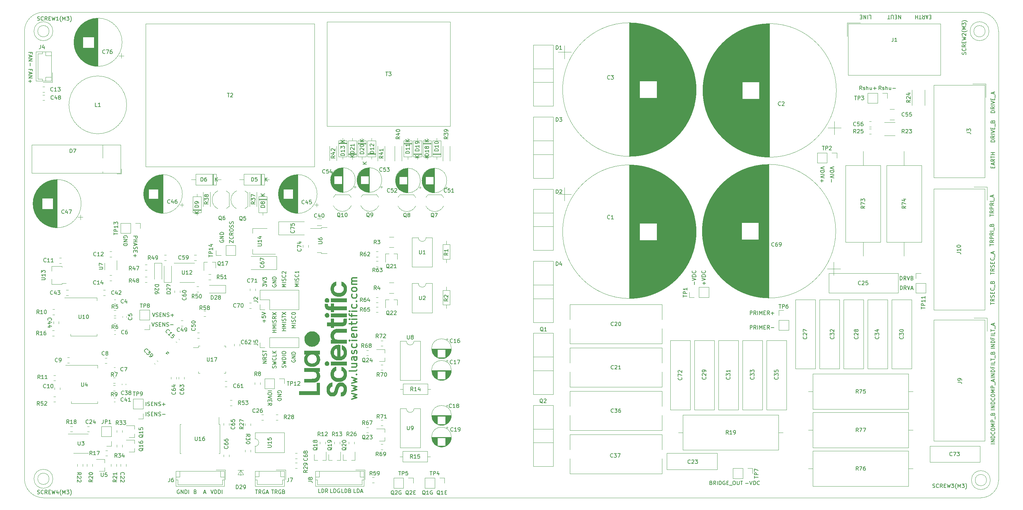
<source format=gbr>
%TF.GenerationSoftware,KiCad,Pcbnew,5.99.0-unknown-1f9723c~101~ubuntu18.04.1*%
%TF.CreationDate,2020-06-24T04:42:16+03:00*%
%TF.ProjectId,WaveUltrasonics,57617665-556c-4747-9261-736f6e696373,rev?*%
%TF.SameCoordinates,Original*%
%TF.FileFunction,Legend,Top*%
%TF.FilePolarity,Positive*%
%FSLAX46Y46*%
G04 Gerber Fmt 4.6, Leading zero omitted, Abs format (unit mm)*
G04 Created by KiCad (PCBNEW 5.99.0-unknown-1f9723c~101~ubuntu18.04.1) date 2020-06-24 04:42:16*
%MOMM*%
%LPD*%
G01*
G04 APERTURE LIST*
%ADD10C,0.150000*%
%ADD11C,0.300000*%
%TA.AperFunction,Profile*%
%ADD12C,0.050000*%
%TD*%
%ADD13C,0.120000*%
G04 APERTURE END LIST*
D10*
X98544380Y-164409380D02*
X98544380Y-163409380D01*
X98972952Y-164361761D02*
X99115809Y-164409380D01*
X99353904Y-164409380D01*
X99449142Y-164361761D01*
X99496761Y-164314142D01*
X99544380Y-164218904D01*
X99544380Y-164123666D01*
X99496761Y-164028428D01*
X99449142Y-163980809D01*
X99353904Y-163933190D01*
X99163428Y-163885571D01*
X99068190Y-163837952D01*
X99020571Y-163790333D01*
X98972952Y-163695095D01*
X98972952Y-163599857D01*
X99020571Y-163504619D01*
X99068190Y-163457000D01*
X99163428Y-163409380D01*
X99401523Y-163409380D01*
X99544380Y-163457000D01*
X99972952Y-163885571D02*
X100306285Y-163885571D01*
X100449142Y-164409380D02*
X99972952Y-164409380D01*
X99972952Y-163409380D01*
X100449142Y-163409380D01*
X100877714Y-164409380D02*
X100877714Y-163409380D01*
X101449142Y-164409380D01*
X101449142Y-163409380D01*
X101877714Y-164361761D02*
X102020571Y-164409380D01*
X102258666Y-164409380D01*
X102353904Y-164361761D01*
X102401523Y-164314142D01*
X102449142Y-164218904D01*
X102449142Y-164123666D01*
X102401523Y-164028428D01*
X102353904Y-163980809D01*
X102258666Y-163933190D01*
X102068190Y-163885571D01*
X101972952Y-163837952D01*
X101925333Y-163790333D01*
X101877714Y-163695095D01*
X101877714Y-163599857D01*
X101925333Y-163504619D01*
X101972952Y-163457000D01*
X102068190Y-163409380D01*
X102306285Y-163409380D01*
X102449142Y-163457000D01*
X102877714Y-164028428D02*
X103639619Y-164028428D01*
X98544380Y-161742380D02*
X98544380Y-160742380D01*
X98972952Y-161694761D02*
X99115809Y-161742380D01*
X99353904Y-161742380D01*
X99449142Y-161694761D01*
X99496761Y-161647142D01*
X99544380Y-161551904D01*
X99544380Y-161456666D01*
X99496761Y-161361428D01*
X99449142Y-161313809D01*
X99353904Y-161266190D01*
X99163428Y-161218571D01*
X99068190Y-161170952D01*
X99020571Y-161123333D01*
X98972952Y-161028095D01*
X98972952Y-160932857D01*
X99020571Y-160837619D01*
X99068190Y-160790000D01*
X99163428Y-160742380D01*
X99401523Y-160742380D01*
X99544380Y-160790000D01*
X99972952Y-161218571D02*
X100306285Y-161218571D01*
X100449142Y-161742380D02*
X99972952Y-161742380D01*
X99972952Y-160742380D01*
X100449142Y-160742380D01*
X100877714Y-161742380D02*
X100877714Y-160742380D01*
X101449142Y-161742380D01*
X101449142Y-160742380D01*
X101877714Y-161694761D02*
X102020571Y-161742380D01*
X102258666Y-161742380D01*
X102353904Y-161694761D01*
X102401523Y-161647142D01*
X102449142Y-161551904D01*
X102449142Y-161456666D01*
X102401523Y-161361428D01*
X102353904Y-161313809D01*
X102258666Y-161266190D01*
X102068190Y-161218571D01*
X101972952Y-161170952D01*
X101925333Y-161123333D01*
X101877714Y-161028095D01*
X101877714Y-160932857D01*
X101925333Y-160837619D01*
X101972952Y-160790000D01*
X102068190Y-160742380D01*
X102306285Y-160742380D01*
X102449142Y-160790000D01*
X102877714Y-161361428D02*
X103639619Y-161361428D01*
X103258666Y-161742380D02*
X103258666Y-160980476D01*
X100116047Y-139787380D02*
X100449380Y-140787380D01*
X100782714Y-139787380D01*
X101068428Y-140739761D02*
X101211285Y-140787380D01*
X101449380Y-140787380D01*
X101544619Y-140739761D01*
X101592238Y-140692142D01*
X101639857Y-140596904D01*
X101639857Y-140501666D01*
X101592238Y-140406428D01*
X101544619Y-140358809D01*
X101449380Y-140311190D01*
X101258904Y-140263571D01*
X101163666Y-140215952D01*
X101116047Y-140168333D01*
X101068428Y-140073095D01*
X101068428Y-139977857D01*
X101116047Y-139882619D01*
X101163666Y-139835000D01*
X101258904Y-139787380D01*
X101497000Y-139787380D01*
X101639857Y-139835000D01*
X102068428Y-140263571D02*
X102401761Y-140263571D01*
X102544619Y-140787380D02*
X102068428Y-140787380D01*
X102068428Y-139787380D01*
X102544619Y-139787380D01*
X102973190Y-140787380D02*
X102973190Y-139787380D01*
X103544619Y-140787380D01*
X103544619Y-139787380D01*
X103973190Y-140739761D02*
X104116047Y-140787380D01*
X104354142Y-140787380D01*
X104449380Y-140739761D01*
X104497000Y-140692142D01*
X104544619Y-140596904D01*
X104544619Y-140501666D01*
X104497000Y-140406428D01*
X104449380Y-140358809D01*
X104354142Y-140311190D01*
X104163666Y-140263571D01*
X104068428Y-140215952D01*
X104020809Y-140168333D01*
X103973190Y-140073095D01*
X103973190Y-139977857D01*
X104020809Y-139882619D01*
X104068428Y-139835000D01*
X104163666Y-139787380D01*
X104401761Y-139787380D01*
X104544619Y-139835000D01*
X104973190Y-140406428D02*
X105735095Y-140406428D01*
X100243047Y-137247380D02*
X100576380Y-138247380D01*
X100909714Y-137247380D01*
X101195428Y-138199761D02*
X101338285Y-138247380D01*
X101576380Y-138247380D01*
X101671619Y-138199761D01*
X101719238Y-138152142D01*
X101766857Y-138056904D01*
X101766857Y-137961666D01*
X101719238Y-137866428D01*
X101671619Y-137818809D01*
X101576380Y-137771190D01*
X101385904Y-137723571D01*
X101290666Y-137675952D01*
X101243047Y-137628333D01*
X101195428Y-137533095D01*
X101195428Y-137437857D01*
X101243047Y-137342619D01*
X101290666Y-137295000D01*
X101385904Y-137247380D01*
X101624000Y-137247380D01*
X101766857Y-137295000D01*
X102195428Y-137723571D02*
X102528761Y-137723571D01*
X102671619Y-138247380D02*
X102195428Y-138247380D01*
X102195428Y-137247380D01*
X102671619Y-137247380D01*
X103100190Y-138247380D02*
X103100190Y-137247380D01*
X103671619Y-138247380D01*
X103671619Y-137247380D01*
X104100190Y-138199761D02*
X104243047Y-138247380D01*
X104481142Y-138247380D01*
X104576380Y-138199761D01*
X104624000Y-138152142D01*
X104671619Y-138056904D01*
X104671619Y-137961666D01*
X104624000Y-137866428D01*
X104576380Y-137818809D01*
X104481142Y-137771190D01*
X104290666Y-137723571D01*
X104195428Y-137675952D01*
X104147809Y-137628333D01*
X104100190Y-137533095D01*
X104100190Y-137437857D01*
X104147809Y-137342619D01*
X104195428Y-137295000D01*
X104290666Y-137247380D01*
X104528761Y-137247380D01*
X104671619Y-137295000D01*
X105100190Y-137866428D02*
X105862095Y-137866428D01*
X105481142Y-138247380D02*
X105481142Y-137485476D01*
X153939952Y-184665880D02*
X153463761Y-184665880D01*
X153463761Y-183665880D01*
X154273285Y-184665880D02*
X154273285Y-183665880D01*
X154511380Y-183665880D01*
X154654238Y-183713500D01*
X154749476Y-183808738D01*
X154797095Y-183903976D01*
X154844714Y-184094452D01*
X154844714Y-184237309D01*
X154797095Y-184427785D01*
X154749476Y-184523023D01*
X154654238Y-184618261D01*
X154511380Y-184665880D01*
X154273285Y-184665880D01*
X155225666Y-184380166D02*
X155701857Y-184380166D01*
X155130428Y-184665880D02*
X155463761Y-183665880D01*
X155797095Y-184665880D01*
X150693523Y-184665880D02*
X150217333Y-184665880D01*
X150217333Y-183665880D01*
X151026857Y-184665880D02*
X151026857Y-183665880D01*
X151264952Y-183665880D01*
X151407809Y-183713500D01*
X151503047Y-183808738D01*
X151550666Y-183903976D01*
X151598285Y-184094452D01*
X151598285Y-184237309D01*
X151550666Y-184427785D01*
X151503047Y-184523023D01*
X151407809Y-184618261D01*
X151264952Y-184665880D01*
X151026857Y-184665880D01*
X152360190Y-184142071D02*
X152503047Y-184189690D01*
X152550666Y-184237309D01*
X152598285Y-184332547D01*
X152598285Y-184475404D01*
X152550666Y-184570642D01*
X152503047Y-184618261D01*
X152407809Y-184665880D01*
X152026857Y-184665880D01*
X152026857Y-183665880D01*
X152360190Y-183665880D01*
X152455428Y-183713500D01*
X152503047Y-183761119D01*
X152550666Y-183856357D01*
X152550666Y-183951595D01*
X152503047Y-184046833D01*
X152455428Y-184094452D01*
X152360190Y-184142071D01*
X152026857Y-184142071D01*
X147772523Y-184665880D02*
X147296333Y-184665880D01*
X147296333Y-183665880D01*
X148105857Y-184665880D02*
X148105857Y-183665880D01*
X148343952Y-183665880D01*
X148486809Y-183713500D01*
X148582047Y-183808738D01*
X148629666Y-183903976D01*
X148677285Y-184094452D01*
X148677285Y-184237309D01*
X148629666Y-184427785D01*
X148582047Y-184523023D01*
X148486809Y-184618261D01*
X148343952Y-184665880D01*
X148105857Y-184665880D01*
X149629666Y-183713500D02*
X149534428Y-183665880D01*
X149391571Y-183665880D01*
X149248714Y-183713500D01*
X149153476Y-183808738D01*
X149105857Y-183903976D01*
X149058238Y-184094452D01*
X149058238Y-184237309D01*
X149105857Y-184427785D01*
X149153476Y-184523023D01*
X149248714Y-184618261D01*
X149391571Y-184665880D01*
X149486809Y-184665880D01*
X149629666Y-184618261D01*
X149677285Y-184570642D01*
X149677285Y-184237309D01*
X149486809Y-184237309D01*
X144597523Y-184665880D02*
X144121333Y-184665880D01*
X144121333Y-183665880D01*
X144930857Y-184665880D02*
X144930857Y-183665880D01*
X145168952Y-183665880D01*
X145311809Y-183713500D01*
X145407047Y-183808738D01*
X145454666Y-183903976D01*
X145502285Y-184094452D01*
X145502285Y-184237309D01*
X145454666Y-184427785D01*
X145407047Y-184523023D01*
X145311809Y-184618261D01*
X145168952Y-184665880D01*
X144930857Y-184665880D01*
X146502285Y-184665880D02*
X146168952Y-184189690D01*
X145930857Y-184665880D02*
X145930857Y-183665880D01*
X146311809Y-183665880D01*
X146407047Y-183713500D01*
X146454666Y-183761119D01*
X146502285Y-183856357D01*
X146502285Y-183999214D01*
X146454666Y-184094452D01*
X146407047Y-184142071D01*
X146311809Y-184189690D01*
X145930857Y-184189690D01*
X322524380Y-171767000D02*
X321524380Y-171767000D01*
X322524380Y-171290809D02*
X321524380Y-171290809D01*
X322524380Y-170719380D01*
X321524380Y-170719380D01*
X322524380Y-170243190D02*
X321524380Y-170243190D01*
X321524380Y-170005095D01*
X321572000Y-169862238D01*
X321667238Y-169767000D01*
X321762476Y-169719380D01*
X321952952Y-169671761D01*
X322095809Y-169671761D01*
X322286285Y-169719380D01*
X322381523Y-169767000D01*
X322476761Y-169862238D01*
X322524380Y-170005095D01*
X322524380Y-170243190D01*
X322429142Y-168671761D02*
X322476761Y-168719380D01*
X322524380Y-168862238D01*
X322524380Y-168957476D01*
X322476761Y-169100333D01*
X322381523Y-169195571D01*
X322286285Y-169243190D01*
X322095809Y-169290809D01*
X321952952Y-169290809D01*
X321762476Y-169243190D01*
X321667238Y-169195571D01*
X321572000Y-169100333D01*
X321524380Y-168957476D01*
X321524380Y-168862238D01*
X321572000Y-168719380D01*
X321619619Y-168671761D01*
X321524380Y-168052714D02*
X321524380Y-167862238D01*
X321572000Y-167767000D01*
X321667238Y-167671761D01*
X321857714Y-167624142D01*
X322191047Y-167624142D01*
X322381523Y-167671761D01*
X322476761Y-167767000D01*
X322524380Y-167862238D01*
X322524380Y-168052714D01*
X322476761Y-168147952D01*
X322381523Y-168243190D01*
X322191047Y-168290809D01*
X321857714Y-168290809D01*
X321667238Y-168243190D01*
X321572000Y-168147952D01*
X321524380Y-168052714D01*
X322524380Y-167195571D02*
X321524380Y-167195571D01*
X322238666Y-166862238D01*
X321524380Y-166528904D01*
X322524380Y-166528904D01*
X322524380Y-166052714D02*
X321524380Y-166052714D01*
X321524380Y-165671761D01*
X321572000Y-165576523D01*
X321619619Y-165528904D01*
X321714857Y-165481285D01*
X321857714Y-165481285D01*
X321952952Y-165528904D01*
X322000571Y-165576523D01*
X322048190Y-165671761D01*
X322048190Y-166052714D01*
X322619619Y-165290809D02*
X322619619Y-164528904D01*
X322000571Y-163957476D02*
X322048190Y-163814619D01*
X322095809Y-163767000D01*
X322191047Y-163719380D01*
X322333904Y-163719380D01*
X322429142Y-163767000D01*
X322476761Y-163814619D01*
X322524380Y-163909857D01*
X322524380Y-164290809D01*
X321524380Y-164290809D01*
X321524380Y-163957476D01*
X321572000Y-163862238D01*
X321619619Y-163814619D01*
X321714857Y-163767000D01*
X321810095Y-163767000D01*
X321905333Y-163814619D01*
X321952952Y-163862238D01*
X322000571Y-163957476D01*
X322000571Y-164290809D01*
X322524380Y-162805571D02*
X321524380Y-162805571D01*
X322524380Y-162329380D02*
X321524380Y-162329380D01*
X322524380Y-161757952D01*
X321524380Y-161757952D01*
X322524380Y-161281761D02*
X321524380Y-161281761D01*
X321524380Y-161043666D01*
X321572000Y-160900809D01*
X321667238Y-160805571D01*
X321762476Y-160757952D01*
X321952952Y-160710333D01*
X322095809Y-160710333D01*
X322286285Y-160757952D01*
X322381523Y-160805571D01*
X322476761Y-160900809D01*
X322524380Y-161043666D01*
X322524380Y-161281761D01*
X322429142Y-159710333D02*
X322476761Y-159757952D01*
X322524380Y-159900809D01*
X322524380Y-159996047D01*
X322476761Y-160138904D01*
X322381523Y-160234142D01*
X322286285Y-160281761D01*
X322095809Y-160329380D01*
X321952952Y-160329380D01*
X321762476Y-160281761D01*
X321667238Y-160234142D01*
X321572000Y-160138904D01*
X321524380Y-159996047D01*
X321524380Y-159900809D01*
X321572000Y-159757952D01*
X321619619Y-159710333D01*
X321524380Y-159091285D02*
X321524380Y-158900809D01*
X321572000Y-158805571D01*
X321667238Y-158710333D01*
X321857714Y-158662714D01*
X322191047Y-158662714D01*
X322381523Y-158710333D01*
X322476761Y-158805571D01*
X322524380Y-158900809D01*
X322524380Y-159091285D01*
X322476761Y-159186523D01*
X322381523Y-159281761D01*
X322191047Y-159329380D01*
X321857714Y-159329380D01*
X321667238Y-159281761D01*
X321572000Y-159186523D01*
X321524380Y-159091285D01*
X322524380Y-158234142D02*
X321524380Y-158234142D01*
X322238666Y-157900809D01*
X321524380Y-157567476D01*
X322524380Y-157567476D01*
X322524380Y-157091285D02*
X321524380Y-157091285D01*
X321524380Y-156710333D01*
X321572000Y-156615095D01*
X321619619Y-156567476D01*
X321714857Y-156519857D01*
X321857714Y-156519857D01*
X321952952Y-156567476D01*
X322000571Y-156615095D01*
X322048190Y-156710333D01*
X322048190Y-157091285D01*
X322619619Y-156329380D02*
X322619619Y-155567476D01*
X322238666Y-155377000D02*
X322238666Y-154900809D01*
X322524380Y-155472238D02*
X321524380Y-155138904D01*
X322524380Y-154805571D01*
X322524380Y-154360142D02*
X321524380Y-154360142D01*
X322524380Y-153883952D02*
X321524380Y-153883952D01*
X322524380Y-153312523D01*
X321524380Y-153312523D01*
X322524380Y-152836333D02*
X321524380Y-152836333D01*
X321524380Y-152598238D01*
X321572000Y-152455380D01*
X321667238Y-152360142D01*
X321762476Y-152312523D01*
X321952952Y-152264904D01*
X322095809Y-152264904D01*
X322286285Y-152312523D01*
X322381523Y-152360142D01*
X322476761Y-152455380D01*
X322524380Y-152598238D01*
X322524380Y-152836333D01*
X322000571Y-151503000D02*
X322000571Y-151836333D01*
X322524380Y-151836333D02*
X321524380Y-151836333D01*
X321524380Y-151360142D01*
X322524380Y-150979190D02*
X321524380Y-150979190D01*
X322524380Y-150026809D02*
X322524380Y-150503000D01*
X321524380Y-150503000D01*
X321524380Y-149836333D02*
X321524380Y-149264904D01*
X322524380Y-149550619D02*
X321524380Y-149550619D01*
X322619619Y-149169666D02*
X322619619Y-148407761D01*
X322000571Y-147836333D02*
X322048190Y-147693476D01*
X322095809Y-147645857D01*
X322191047Y-147598238D01*
X322333904Y-147598238D01*
X322429142Y-147645857D01*
X322476761Y-147693476D01*
X322524380Y-147788714D01*
X322524380Y-148169666D01*
X321524380Y-148169666D01*
X321524380Y-147836333D01*
X321572000Y-147741095D01*
X321619619Y-147693476D01*
X321714857Y-147645857D01*
X321810095Y-147645857D01*
X321905333Y-147693476D01*
X321952952Y-147741095D01*
X322000571Y-147836333D01*
X322000571Y-148169666D01*
X322524380Y-146668714D02*
X321524380Y-146668714D01*
X322524380Y-146192523D02*
X321524380Y-146192523D01*
X322524380Y-145621095D01*
X321524380Y-145621095D01*
X322524380Y-145144904D02*
X321524380Y-145144904D01*
X321524380Y-144906809D01*
X321572000Y-144763952D01*
X321667238Y-144668714D01*
X321762476Y-144621095D01*
X321952952Y-144573476D01*
X322095809Y-144573476D01*
X322286285Y-144621095D01*
X322381523Y-144668714D01*
X322476761Y-144763952D01*
X322524380Y-144906809D01*
X322524380Y-145144904D01*
X322000571Y-143811571D02*
X322000571Y-144144904D01*
X322524380Y-144144904D02*
X321524380Y-144144904D01*
X321524380Y-143668714D01*
X322524380Y-143287761D02*
X321524380Y-143287761D01*
X322524380Y-142335380D02*
X322524380Y-142811571D01*
X321524380Y-142811571D01*
X321524380Y-142144904D02*
X321524380Y-141573476D01*
X322524380Y-141859190D02*
X321524380Y-141859190D01*
X322619619Y-141478238D02*
X322619619Y-140716333D01*
X322238666Y-140525857D02*
X322238666Y-140049666D01*
X322524380Y-140621095D02*
X321524380Y-140287761D01*
X322524380Y-139954428D01*
X321397380Y-135048238D02*
X321397380Y-134476809D01*
X322397380Y-134762523D02*
X321397380Y-134762523D01*
X322397380Y-133572047D02*
X321921190Y-133905380D01*
X322397380Y-134143476D02*
X321397380Y-134143476D01*
X321397380Y-133762523D01*
X321445000Y-133667285D01*
X321492619Y-133619666D01*
X321587857Y-133572047D01*
X321730714Y-133572047D01*
X321825952Y-133619666D01*
X321873571Y-133667285D01*
X321921190Y-133762523D01*
X321921190Y-134143476D01*
X322349761Y-133191095D02*
X322397380Y-133048238D01*
X322397380Y-132810142D01*
X322349761Y-132714904D01*
X322302142Y-132667285D01*
X322206904Y-132619666D01*
X322111666Y-132619666D01*
X322016428Y-132667285D01*
X321968809Y-132714904D01*
X321921190Y-132810142D01*
X321873571Y-133000619D01*
X321825952Y-133095857D01*
X321778333Y-133143476D01*
X321683095Y-133191095D01*
X321587857Y-133191095D01*
X321492619Y-133143476D01*
X321445000Y-133095857D01*
X321397380Y-133000619D01*
X321397380Y-132762523D01*
X321445000Y-132619666D01*
X321873571Y-132191095D02*
X321873571Y-131857761D01*
X322397380Y-131714904D02*
X322397380Y-132191095D01*
X321397380Y-132191095D01*
X321397380Y-131714904D01*
X322302142Y-130714904D02*
X322349761Y-130762523D01*
X322397380Y-130905380D01*
X322397380Y-131000619D01*
X322349761Y-131143476D01*
X322254523Y-131238714D01*
X322159285Y-131286333D01*
X321968809Y-131333952D01*
X321825952Y-131333952D01*
X321635476Y-131286333D01*
X321540238Y-131238714D01*
X321445000Y-131143476D01*
X321397380Y-131000619D01*
X321397380Y-130905380D01*
X321445000Y-130762523D01*
X321492619Y-130714904D01*
X322492619Y-130524428D02*
X322492619Y-129762523D01*
X321873571Y-129191095D02*
X321921190Y-129048238D01*
X321968809Y-129000619D01*
X322064047Y-128953000D01*
X322206904Y-128953000D01*
X322302142Y-129000619D01*
X322349761Y-129048238D01*
X322397380Y-129143476D01*
X322397380Y-129524428D01*
X321397380Y-129524428D01*
X321397380Y-129191095D01*
X321445000Y-129095857D01*
X321492619Y-129048238D01*
X321587857Y-129000619D01*
X321683095Y-129000619D01*
X321778333Y-129048238D01*
X321825952Y-129095857D01*
X321873571Y-129191095D01*
X321873571Y-129524428D01*
X321397380Y-127102809D02*
X321397380Y-126531380D01*
X322397380Y-126817095D02*
X321397380Y-126817095D01*
X322397380Y-125626619D02*
X321921190Y-125959952D01*
X322397380Y-126198047D02*
X321397380Y-126198047D01*
X321397380Y-125817095D01*
X321445000Y-125721857D01*
X321492619Y-125674238D01*
X321587857Y-125626619D01*
X321730714Y-125626619D01*
X321825952Y-125674238D01*
X321873571Y-125721857D01*
X321921190Y-125817095D01*
X321921190Y-126198047D01*
X322349761Y-125245666D02*
X322397380Y-125102809D01*
X322397380Y-124864714D01*
X322349761Y-124769476D01*
X322302142Y-124721857D01*
X322206904Y-124674238D01*
X322111666Y-124674238D01*
X322016428Y-124721857D01*
X321968809Y-124769476D01*
X321921190Y-124864714D01*
X321873571Y-125055190D01*
X321825952Y-125150428D01*
X321778333Y-125198047D01*
X321683095Y-125245666D01*
X321587857Y-125245666D01*
X321492619Y-125198047D01*
X321445000Y-125150428D01*
X321397380Y-125055190D01*
X321397380Y-124817095D01*
X321445000Y-124674238D01*
X321873571Y-124245666D02*
X321873571Y-123912333D01*
X322397380Y-123769476D02*
X322397380Y-124245666D01*
X321397380Y-124245666D01*
X321397380Y-123769476D01*
X322302142Y-122769476D02*
X322349761Y-122817095D01*
X322397380Y-122959952D01*
X322397380Y-123055190D01*
X322349761Y-123198047D01*
X322254523Y-123293285D01*
X322159285Y-123340904D01*
X321968809Y-123388523D01*
X321825952Y-123388523D01*
X321635476Y-123340904D01*
X321540238Y-123293285D01*
X321445000Y-123198047D01*
X321397380Y-123055190D01*
X321397380Y-122959952D01*
X321445000Y-122817095D01*
X321492619Y-122769476D01*
X322492619Y-122579000D02*
X322492619Y-121817095D01*
X322111666Y-121626619D02*
X322111666Y-121150428D01*
X322397380Y-121721857D02*
X321397380Y-121388523D01*
X322397380Y-121055190D01*
X321270380Y-119617761D02*
X321270380Y-119046333D01*
X322270380Y-119332047D02*
X321270380Y-119332047D01*
X322270380Y-118141571D02*
X321794190Y-118474904D01*
X322270380Y-118713000D02*
X321270380Y-118713000D01*
X321270380Y-118332047D01*
X321318000Y-118236809D01*
X321365619Y-118189190D01*
X321460857Y-118141571D01*
X321603714Y-118141571D01*
X321698952Y-118189190D01*
X321746571Y-118236809D01*
X321794190Y-118332047D01*
X321794190Y-118713000D01*
X322270380Y-117713000D02*
X321270380Y-117713000D01*
X321270380Y-117332047D01*
X321318000Y-117236809D01*
X321365619Y-117189190D01*
X321460857Y-117141571D01*
X321603714Y-117141571D01*
X321698952Y-117189190D01*
X321746571Y-117236809D01*
X321794190Y-117332047D01*
X321794190Y-117713000D01*
X322270380Y-116141571D02*
X321794190Y-116474904D01*
X322270380Y-116713000D02*
X321270380Y-116713000D01*
X321270380Y-116332047D01*
X321318000Y-116236809D01*
X321365619Y-116189190D01*
X321460857Y-116141571D01*
X321603714Y-116141571D01*
X321698952Y-116189190D01*
X321746571Y-116236809D01*
X321794190Y-116332047D01*
X321794190Y-116713000D01*
X322270380Y-115713000D02*
X321270380Y-115713000D01*
X322365619Y-115474904D02*
X322365619Y-114713000D01*
X321746571Y-114141571D02*
X321794190Y-113998714D01*
X321841809Y-113951095D01*
X321937047Y-113903476D01*
X322079904Y-113903476D01*
X322175142Y-113951095D01*
X322222761Y-113998714D01*
X322270380Y-114093952D01*
X322270380Y-114474904D01*
X321270380Y-114474904D01*
X321270380Y-114141571D01*
X321318000Y-114046333D01*
X321365619Y-113998714D01*
X321460857Y-113951095D01*
X321556095Y-113951095D01*
X321651333Y-113998714D01*
X321698952Y-114046333D01*
X321746571Y-114141571D01*
X321746571Y-114474904D01*
X321270380Y-111799333D02*
X321270380Y-111227904D01*
X322270380Y-111513619D02*
X321270380Y-111513619D01*
X322270380Y-110323142D02*
X321794190Y-110656476D01*
X322270380Y-110894571D02*
X321270380Y-110894571D01*
X321270380Y-110513619D01*
X321318000Y-110418380D01*
X321365619Y-110370761D01*
X321460857Y-110323142D01*
X321603714Y-110323142D01*
X321698952Y-110370761D01*
X321746571Y-110418380D01*
X321794190Y-110513619D01*
X321794190Y-110894571D01*
X322270380Y-109894571D02*
X321270380Y-109894571D01*
X321270380Y-109513619D01*
X321318000Y-109418380D01*
X321365619Y-109370761D01*
X321460857Y-109323142D01*
X321603714Y-109323142D01*
X321698952Y-109370761D01*
X321746571Y-109418380D01*
X321794190Y-109513619D01*
X321794190Y-109894571D01*
X322270380Y-108323142D02*
X321794190Y-108656476D01*
X322270380Y-108894571D02*
X321270380Y-108894571D01*
X321270380Y-108513619D01*
X321318000Y-108418380D01*
X321365619Y-108370761D01*
X321460857Y-108323142D01*
X321603714Y-108323142D01*
X321698952Y-108370761D01*
X321746571Y-108418380D01*
X321794190Y-108513619D01*
X321794190Y-108894571D01*
X322270380Y-107894571D02*
X321270380Y-107894571D01*
X322365619Y-107656476D02*
X322365619Y-106894571D01*
X321984666Y-106704095D02*
X321984666Y-106227904D01*
X322270380Y-106799333D02*
X321270380Y-106466000D01*
X322270380Y-106132666D01*
X95305619Y-116999095D02*
X96305619Y-116999095D01*
X96305619Y-117380047D01*
X96258000Y-117475285D01*
X96210380Y-117522904D01*
X96115142Y-117570523D01*
X95972285Y-117570523D01*
X95877047Y-117522904D01*
X95829428Y-117475285D01*
X95781809Y-117380047D01*
X95781809Y-116999095D01*
X95305619Y-117999095D02*
X96305619Y-117999095D01*
X95829428Y-117999095D02*
X95829428Y-118570523D01*
X95305619Y-118570523D02*
X96305619Y-118570523D01*
X95591333Y-118999095D02*
X95591333Y-119475285D01*
X95305619Y-118903857D02*
X96305619Y-119237190D01*
X95305619Y-119570523D01*
X95353238Y-119856238D02*
X95305619Y-119999095D01*
X95305619Y-120237190D01*
X95353238Y-120332428D01*
X95400857Y-120380047D01*
X95496095Y-120427666D01*
X95591333Y-120427666D01*
X95686571Y-120380047D01*
X95734190Y-120332428D01*
X95781809Y-120237190D01*
X95829428Y-120046714D01*
X95877047Y-119951476D01*
X95924666Y-119903857D01*
X96019904Y-119856238D01*
X96115142Y-119856238D01*
X96210380Y-119903857D01*
X96258000Y-119951476D01*
X96305619Y-120046714D01*
X96305619Y-120284809D01*
X96258000Y-120427666D01*
X95829428Y-120856238D02*
X95829428Y-121189571D01*
X95305619Y-121332428D02*
X95305619Y-120856238D01*
X96305619Y-120856238D01*
X96305619Y-121332428D01*
X95686571Y-121761000D02*
X95686571Y-122522904D01*
X95305619Y-122141952D02*
X96067523Y-122141952D01*
X135453380Y-130420809D02*
X134453380Y-130420809D01*
X135167666Y-130087476D01*
X134453380Y-129754142D01*
X135453380Y-129754142D01*
X135453380Y-129277952D02*
X134453380Y-129277952D01*
X135405761Y-128849380D02*
X135453380Y-128706523D01*
X135453380Y-128468428D01*
X135405761Y-128373190D01*
X135358142Y-128325571D01*
X135262904Y-128277952D01*
X135167666Y-128277952D01*
X135072428Y-128325571D01*
X135024809Y-128373190D01*
X134977190Y-128468428D01*
X134929571Y-128658904D01*
X134881952Y-128754142D01*
X134834333Y-128801761D01*
X134739095Y-128849380D01*
X134643857Y-128849380D01*
X134548619Y-128801761D01*
X134501000Y-128754142D01*
X134453380Y-128658904D01*
X134453380Y-128420809D01*
X134501000Y-128277952D01*
X135358142Y-127277952D02*
X135405761Y-127325571D01*
X135453380Y-127468428D01*
X135453380Y-127563666D01*
X135405761Y-127706523D01*
X135310523Y-127801761D01*
X135215285Y-127849380D01*
X135024809Y-127897000D01*
X134881952Y-127897000D01*
X134691476Y-127849380D01*
X134596238Y-127801761D01*
X134501000Y-127706523D01*
X134453380Y-127563666D01*
X134453380Y-127468428D01*
X134501000Y-127325571D01*
X134548619Y-127277952D01*
X134548619Y-126897000D02*
X134501000Y-126849380D01*
X134453380Y-126754142D01*
X134453380Y-126516047D01*
X134501000Y-126420809D01*
X134548619Y-126373190D01*
X134643857Y-126325571D01*
X134739095Y-126325571D01*
X134881952Y-126373190D01*
X135453380Y-126944619D01*
X135453380Y-126325571D01*
X131691285Y-183919880D02*
X132262714Y-183919880D01*
X131977000Y-184919880D02*
X131977000Y-183919880D01*
X133167476Y-184919880D02*
X132834142Y-184443690D01*
X132596047Y-184919880D02*
X132596047Y-183919880D01*
X132977000Y-183919880D01*
X133072238Y-183967500D01*
X133119857Y-184015119D01*
X133167476Y-184110357D01*
X133167476Y-184253214D01*
X133119857Y-184348452D01*
X133072238Y-184396071D01*
X132977000Y-184443690D01*
X132596047Y-184443690D01*
X134119857Y-183967500D02*
X134024619Y-183919880D01*
X133881761Y-183919880D01*
X133738904Y-183967500D01*
X133643666Y-184062738D01*
X133596047Y-184157976D01*
X133548428Y-184348452D01*
X133548428Y-184491309D01*
X133596047Y-184681785D01*
X133643666Y-184777023D01*
X133738904Y-184872261D01*
X133881761Y-184919880D01*
X133977000Y-184919880D01*
X134119857Y-184872261D01*
X134167476Y-184824642D01*
X134167476Y-184491309D01*
X133977000Y-184491309D01*
X134929380Y-184396071D02*
X135072238Y-184443690D01*
X135119857Y-184491309D01*
X135167476Y-184586547D01*
X135167476Y-184729404D01*
X135119857Y-184824642D01*
X135072238Y-184872261D01*
X134977000Y-184919880D01*
X134596047Y-184919880D01*
X134596047Y-183919880D01*
X134929380Y-183919880D01*
X135024619Y-183967500D01*
X135072238Y-184015119D01*
X135119857Y-184110357D01*
X135119857Y-184205595D01*
X135072238Y-184300833D01*
X135024619Y-184348452D01*
X134929380Y-184396071D01*
X134596047Y-184396071D01*
X127444714Y-183919880D02*
X128016142Y-183919880D01*
X127730428Y-184919880D02*
X127730428Y-183919880D01*
X128920904Y-184919880D02*
X128587571Y-184443690D01*
X128349476Y-184919880D02*
X128349476Y-183919880D01*
X128730428Y-183919880D01*
X128825666Y-183967500D01*
X128873285Y-184015119D01*
X128920904Y-184110357D01*
X128920904Y-184253214D01*
X128873285Y-184348452D01*
X128825666Y-184396071D01*
X128730428Y-184443690D01*
X128349476Y-184443690D01*
X129873285Y-183967500D02*
X129778047Y-183919880D01*
X129635190Y-183919880D01*
X129492333Y-183967500D01*
X129397095Y-184062738D01*
X129349476Y-184157976D01*
X129301857Y-184348452D01*
X129301857Y-184491309D01*
X129349476Y-184681785D01*
X129397095Y-184777023D01*
X129492333Y-184872261D01*
X129635190Y-184919880D01*
X129730428Y-184919880D01*
X129873285Y-184872261D01*
X129920904Y-184824642D01*
X129920904Y-184491309D01*
X129730428Y-184491309D01*
X130301857Y-184634166D02*
X130778047Y-184634166D01*
X130206619Y-184919880D02*
X130539952Y-183919880D01*
X130873285Y-184919880D01*
X107331000Y-183967500D02*
X107235761Y-183919880D01*
X107092904Y-183919880D01*
X106950047Y-183967500D01*
X106854809Y-184062738D01*
X106807190Y-184157976D01*
X106759571Y-184348452D01*
X106759571Y-184491309D01*
X106807190Y-184681785D01*
X106854809Y-184777023D01*
X106950047Y-184872261D01*
X107092904Y-184919880D01*
X107188142Y-184919880D01*
X107331000Y-184872261D01*
X107378619Y-184824642D01*
X107378619Y-184491309D01*
X107188142Y-184491309D01*
X107807190Y-184919880D02*
X107807190Y-183919880D01*
X108378619Y-184919880D01*
X108378619Y-183919880D01*
X108854809Y-184919880D02*
X108854809Y-183919880D01*
X109092904Y-183919880D01*
X109235761Y-183967500D01*
X109331000Y-184062738D01*
X109378619Y-184157976D01*
X109426238Y-184348452D01*
X109426238Y-184491309D01*
X109378619Y-184681785D01*
X109331000Y-184777023D01*
X109235761Y-184872261D01*
X109092904Y-184919880D01*
X108854809Y-184919880D01*
X109854809Y-184919880D02*
X109854809Y-183919880D01*
X115649571Y-183919880D02*
X115982904Y-184919880D01*
X116316238Y-183919880D01*
X116649571Y-184919880D02*
X116649571Y-183919880D01*
X116887666Y-183919880D01*
X117030523Y-183967500D01*
X117125761Y-184062738D01*
X117173380Y-184157976D01*
X117221000Y-184348452D01*
X117221000Y-184491309D01*
X117173380Y-184681785D01*
X117125761Y-184777023D01*
X117030523Y-184872261D01*
X116887666Y-184919880D01*
X116649571Y-184919880D01*
X117649571Y-184919880D02*
X117649571Y-183919880D01*
X117887666Y-183919880D01*
X118030523Y-183967500D01*
X118125761Y-184062738D01*
X118173380Y-184157976D01*
X118221000Y-184348452D01*
X118221000Y-184491309D01*
X118173380Y-184681785D01*
X118125761Y-184777023D01*
X118030523Y-184872261D01*
X117887666Y-184919880D01*
X117649571Y-184919880D01*
X118649571Y-184919880D02*
X118649571Y-183919880D01*
X111577428Y-184396071D02*
X111720285Y-184443690D01*
X111767904Y-184491309D01*
X111815523Y-184586547D01*
X111815523Y-184729404D01*
X111767904Y-184824642D01*
X111720285Y-184872261D01*
X111625047Y-184919880D01*
X111244095Y-184919880D01*
X111244095Y-183919880D01*
X111577428Y-183919880D01*
X111672666Y-183967500D01*
X111720285Y-184015119D01*
X111767904Y-184110357D01*
X111767904Y-184205595D01*
X111720285Y-184300833D01*
X111672666Y-184348452D01*
X111577428Y-184396071D01*
X111244095Y-184396071D01*
X113807904Y-184634166D02*
X114284095Y-184634166D01*
X113712666Y-184919880D02*
X114046000Y-183919880D01*
X114379333Y-184919880D01*
X93591000Y-117475095D02*
X93638619Y-117379857D01*
X93638619Y-117237000D01*
X93591000Y-117094142D01*
X93495761Y-116998904D01*
X93400523Y-116951285D01*
X93210047Y-116903666D01*
X93067190Y-116903666D01*
X92876714Y-116951285D01*
X92781476Y-116998904D01*
X92686238Y-117094142D01*
X92638619Y-117237000D01*
X92638619Y-117332238D01*
X92686238Y-117475095D01*
X92733857Y-117522714D01*
X93067190Y-117522714D01*
X93067190Y-117332238D01*
X92638619Y-117951285D02*
X93638619Y-117951285D01*
X92638619Y-118522714D01*
X93638619Y-118522714D01*
X92638619Y-118998904D02*
X93638619Y-118998904D01*
X93638619Y-119237000D01*
X93591000Y-119379857D01*
X93495761Y-119475095D01*
X93400523Y-119522714D01*
X93210047Y-119570333D01*
X93067190Y-119570333D01*
X92876714Y-119522714D01*
X92781476Y-119475095D01*
X92686238Y-119379857D01*
X92638619Y-119237000D01*
X92638619Y-118998904D01*
X118118000Y-118109904D02*
X118070380Y-118205142D01*
X118070380Y-118348000D01*
X118118000Y-118490857D01*
X118213238Y-118586095D01*
X118308476Y-118633714D01*
X118498952Y-118681333D01*
X118641809Y-118681333D01*
X118832285Y-118633714D01*
X118927523Y-118586095D01*
X119022761Y-118490857D01*
X119070380Y-118348000D01*
X119070380Y-118252761D01*
X119022761Y-118109904D01*
X118975142Y-118062285D01*
X118641809Y-118062285D01*
X118641809Y-118252761D01*
X119070380Y-117633714D02*
X118070380Y-117633714D01*
X119070380Y-117062285D01*
X118070380Y-117062285D01*
X119070380Y-116586095D02*
X118070380Y-116586095D01*
X118070380Y-116348000D01*
X118118000Y-116205142D01*
X118213238Y-116109904D01*
X118308476Y-116062285D01*
X118498952Y-116014666D01*
X118641809Y-116014666D01*
X118832285Y-116062285D01*
X118927523Y-116109904D01*
X119022761Y-116205142D01*
X119070380Y-116348000D01*
X119070380Y-116586095D01*
X120610380Y-118760523D02*
X120610380Y-118093857D01*
X121610380Y-118760523D01*
X121610380Y-118093857D01*
X121515142Y-117141476D02*
X121562761Y-117189095D01*
X121610380Y-117331952D01*
X121610380Y-117427190D01*
X121562761Y-117570047D01*
X121467523Y-117665285D01*
X121372285Y-117712904D01*
X121181809Y-117760523D01*
X121038952Y-117760523D01*
X120848476Y-117712904D01*
X120753238Y-117665285D01*
X120658000Y-117570047D01*
X120610380Y-117427190D01*
X120610380Y-117331952D01*
X120658000Y-117189095D01*
X120705619Y-117141476D01*
X121610380Y-116141476D02*
X121134190Y-116474809D01*
X121610380Y-116712904D02*
X120610380Y-116712904D01*
X120610380Y-116331952D01*
X120658000Y-116236714D01*
X120705619Y-116189095D01*
X120800857Y-116141476D01*
X120943714Y-116141476D01*
X121038952Y-116189095D01*
X121086571Y-116236714D01*
X121134190Y-116331952D01*
X121134190Y-116712904D01*
X120610380Y-115522428D02*
X120610380Y-115331952D01*
X120658000Y-115236714D01*
X120753238Y-115141476D01*
X120943714Y-115093857D01*
X121277047Y-115093857D01*
X121467523Y-115141476D01*
X121562761Y-115236714D01*
X121610380Y-115331952D01*
X121610380Y-115522428D01*
X121562761Y-115617666D01*
X121467523Y-115712904D01*
X121277047Y-115760523D01*
X120943714Y-115760523D01*
X120753238Y-115712904D01*
X120658000Y-115617666D01*
X120610380Y-115522428D01*
X121562761Y-114712904D02*
X121610380Y-114570047D01*
X121610380Y-114331952D01*
X121562761Y-114236714D01*
X121515142Y-114189095D01*
X121419904Y-114141476D01*
X121324666Y-114141476D01*
X121229428Y-114189095D01*
X121181809Y-114236714D01*
X121134190Y-114331952D01*
X121086571Y-114522428D01*
X121038952Y-114617666D01*
X120991333Y-114665285D01*
X120896095Y-114712904D01*
X120800857Y-114712904D01*
X120705619Y-114665285D01*
X120658000Y-114617666D01*
X120610380Y-114522428D01*
X120610380Y-114284333D01*
X120658000Y-114141476D01*
X121562761Y-113760523D02*
X121610380Y-113617666D01*
X121610380Y-113379571D01*
X121562761Y-113284333D01*
X121515142Y-113236714D01*
X121419904Y-113189095D01*
X121324666Y-113189095D01*
X121229428Y-113236714D01*
X121181809Y-113284333D01*
X121134190Y-113379571D01*
X121086571Y-113570047D01*
X121038952Y-113665285D01*
X120991333Y-113712904D01*
X120896095Y-113760523D01*
X120800857Y-113760523D01*
X120705619Y-113712904D01*
X120658000Y-113665285D01*
X120610380Y-113570047D01*
X120610380Y-113331952D01*
X120658000Y-113189095D01*
X137993380Y-141215809D02*
X136993380Y-141215809D01*
X137707666Y-140882476D01*
X136993380Y-140549142D01*
X137993380Y-140549142D01*
X137993380Y-140072952D02*
X136993380Y-140072952D01*
X137945761Y-139644380D02*
X137993380Y-139501523D01*
X137993380Y-139263428D01*
X137945761Y-139168190D01*
X137898142Y-139120571D01*
X137802904Y-139072952D01*
X137707666Y-139072952D01*
X137612428Y-139120571D01*
X137564809Y-139168190D01*
X137517190Y-139263428D01*
X137469571Y-139453904D01*
X137421952Y-139549142D01*
X137374333Y-139596761D01*
X137279095Y-139644380D01*
X137183857Y-139644380D01*
X137088619Y-139596761D01*
X137041000Y-139549142D01*
X136993380Y-139453904D01*
X136993380Y-139215809D01*
X137041000Y-139072952D01*
X137898142Y-138072952D02*
X137945761Y-138120571D01*
X137993380Y-138263428D01*
X137993380Y-138358666D01*
X137945761Y-138501523D01*
X137850523Y-138596761D01*
X137755285Y-138644380D01*
X137564809Y-138692000D01*
X137421952Y-138692000D01*
X137231476Y-138644380D01*
X137136238Y-138596761D01*
X137041000Y-138501523D01*
X136993380Y-138358666D01*
X136993380Y-138263428D01*
X137041000Y-138120571D01*
X137088619Y-138072952D01*
X136993380Y-137453904D02*
X136993380Y-137358666D01*
X137041000Y-137263428D01*
X137088619Y-137215809D01*
X137183857Y-137168190D01*
X137374333Y-137120571D01*
X137612428Y-137120571D01*
X137802904Y-137168190D01*
X137898142Y-137215809D01*
X137945761Y-137263428D01*
X137993380Y-137358666D01*
X137993380Y-137453904D01*
X137945761Y-137549142D01*
X137898142Y-137596761D01*
X137802904Y-137644380D01*
X137612428Y-137692000D01*
X137374333Y-137692000D01*
X137183857Y-137644380D01*
X137088619Y-137596761D01*
X137041000Y-137549142D01*
X136993380Y-137453904D01*
X137041000Y-149669404D02*
X136993380Y-149764642D01*
X136993380Y-149907500D01*
X137041000Y-150050357D01*
X137136238Y-150145595D01*
X137231476Y-150193214D01*
X137421952Y-150240833D01*
X137564809Y-150240833D01*
X137755285Y-150193214D01*
X137850523Y-150145595D01*
X137945761Y-150050357D01*
X137993380Y-149907500D01*
X137993380Y-149812261D01*
X137945761Y-149669404D01*
X137898142Y-149621785D01*
X137564809Y-149621785D01*
X137564809Y-149812261D01*
X137993380Y-149193214D02*
X136993380Y-149193214D01*
X137993380Y-148621785D01*
X136993380Y-148621785D01*
X137993380Y-148145595D02*
X136993380Y-148145595D01*
X136993380Y-147907500D01*
X137041000Y-147764642D01*
X137136238Y-147669404D01*
X137231476Y-147621785D01*
X137421952Y-147574166D01*
X137564809Y-147574166D01*
X137755285Y-147621785D01*
X137850523Y-147669404D01*
X137945761Y-147764642D01*
X137993380Y-147907500D01*
X137993380Y-148145595D01*
X135405761Y-151661547D02*
X135453380Y-151518690D01*
X135453380Y-151280595D01*
X135405761Y-151185357D01*
X135358142Y-151137738D01*
X135262904Y-151090119D01*
X135167666Y-151090119D01*
X135072428Y-151137738D01*
X135024809Y-151185357D01*
X134977190Y-151280595D01*
X134929571Y-151471071D01*
X134881952Y-151566309D01*
X134834333Y-151613928D01*
X134739095Y-151661547D01*
X134643857Y-151661547D01*
X134548619Y-151613928D01*
X134501000Y-151566309D01*
X134453380Y-151471071D01*
X134453380Y-151232976D01*
X134501000Y-151090119D01*
X134453380Y-150756785D02*
X135453380Y-150518690D01*
X134739095Y-150328214D01*
X135453380Y-150137738D01*
X134453380Y-149899642D01*
X135453380Y-149518690D02*
X134453380Y-149518690D01*
X134453380Y-149280595D01*
X134501000Y-149137738D01*
X134596238Y-149042500D01*
X134691476Y-148994880D01*
X134881952Y-148947261D01*
X135024809Y-148947261D01*
X135215285Y-148994880D01*
X135310523Y-149042500D01*
X135405761Y-149137738D01*
X135453380Y-149280595D01*
X135453380Y-149518690D01*
X135453380Y-148518690D02*
X134453380Y-148518690D01*
X134453380Y-147852023D02*
X134453380Y-147661547D01*
X134501000Y-147566309D01*
X134596238Y-147471071D01*
X134786714Y-147423452D01*
X135120047Y-147423452D01*
X135310523Y-147471071D01*
X135405761Y-147566309D01*
X135453380Y-147661547D01*
X135453380Y-147852023D01*
X135405761Y-147947261D01*
X135310523Y-148042500D01*
X135120047Y-148090119D01*
X134786714Y-148090119D01*
X134596238Y-148042500D01*
X134501000Y-147947261D01*
X134453380Y-147852023D01*
X132865761Y-151804404D02*
X132913380Y-151661547D01*
X132913380Y-151423452D01*
X132865761Y-151328214D01*
X132818142Y-151280595D01*
X132722904Y-151232976D01*
X132627666Y-151232976D01*
X132532428Y-151280595D01*
X132484809Y-151328214D01*
X132437190Y-151423452D01*
X132389571Y-151613928D01*
X132341952Y-151709166D01*
X132294333Y-151756785D01*
X132199095Y-151804404D01*
X132103857Y-151804404D01*
X132008619Y-151756785D01*
X131961000Y-151709166D01*
X131913380Y-151613928D01*
X131913380Y-151375833D01*
X131961000Y-151232976D01*
X131913380Y-150899642D02*
X132913380Y-150661547D01*
X132199095Y-150471071D01*
X132913380Y-150280595D01*
X131913380Y-150042500D01*
X132818142Y-149090119D02*
X132865761Y-149137738D01*
X132913380Y-149280595D01*
X132913380Y-149375833D01*
X132865761Y-149518690D01*
X132770523Y-149613928D01*
X132675285Y-149661547D01*
X132484809Y-149709166D01*
X132341952Y-149709166D01*
X132151476Y-149661547D01*
X132056238Y-149613928D01*
X131961000Y-149518690D01*
X131913380Y-149375833D01*
X131913380Y-149280595D01*
X131961000Y-149137738D01*
X132008619Y-149090119D01*
X132913380Y-148185357D02*
X132913380Y-148661547D01*
X131913380Y-148661547D01*
X132913380Y-147852023D02*
X131913380Y-147852023D01*
X132913380Y-147280595D02*
X132341952Y-147709166D01*
X131913380Y-147280595D02*
X132484809Y-147852023D01*
X130373380Y-150550357D02*
X129373380Y-150550357D01*
X130373380Y-149978928D01*
X129373380Y-149978928D01*
X130373380Y-148931309D02*
X129897190Y-149264642D01*
X130373380Y-149502738D02*
X129373380Y-149502738D01*
X129373380Y-149121785D01*
X129421000Y-149026547D01*
X129468619Y-148978928D01*
X129563857Y-148931309D01*
X129706714Y-148931309D01*
X129801952Y-148978928D01*
X129849571Y-149026547D01*
X129897190Y-149121785D01*
X129897190Y-149502738D01*
X130325761Y-148550357D02*
X130373380Y-148407500D01*
X130373380Y-148169404D01*
X130325761Y-148074166D01*
X130278142Y-148026547D01*
X130182904Y-147978928D01*
X130087666Y-147978928D01*
X129992428Y-148026547D01*
X129944809Y-148074166D01*
X129897190Y-148169404D01*
X129849571Y-148359880D01*
X129801952Y-148455119D01*
X129754333Y-148502738D01*
X129659095Y-148550357D01*
X129563857Y-148550357D01*
X129468619Y-148502738D01*
X129421000Y-148455119D01*
X129373380Y-148359880D01*
X129373380Y-148121785D01*
X129421000Y-147978928D01*
X129373380Y-147693214D02*
X129373380Y-147121785D01*
X130373380Y-147407500D02*
X129373380Y-147407500D01*
D11*
X152860428Y-159986238D02*
X154193761Y-159605285D01*
X153241380Y-159224333D01*
X154193761Y-158843380D01*
X152860428Y-158462428D01*
X152860428Y-157891000D02*
X154193761Y-157510047D01*
X153241380Y-157129095D01*
X154193761Y-156748142D01*
X152860428Y-156367190D01*
X152860428Y-155795761D02*
X154193761Y-155414809D01*
X153241380Y-155033857D01*
X154193761Y-154652904D01*
X152860428Y-154271952D01*
X154003285Y-153510047D02*
X154098523Y-153414809D01*
X154193761Y-153510047D01*
X154098523Y-153605285D01*
X154003285Y-153510047D01*
X154193761Y-153510047D01*
X154193761Y-152271952D02*
X154098523Y-152462428D01*
X153908047Y-152557666D01*
X152193761Y-152557666D01*
X152860428Y-150652904D02*
X154193761Y-150652904D01*
X152860428Y-151510047D02*
X153908047Y-151510047D01*
X154098523Y-151414809D01*
X154193761Y-151224333D01*
X154193761Y-150938619D01*
X154098523Y-150748142D01*
X154003285Y-150652904D01*
X154193761Y-148843380D02*
X153146142Y-148843380D01*
X152955666Y-148938619D01*
X152860428Y-149129095D01*
X152860428Y-149510047D01*
X152955666Y-149700523D01*
X154098523Y-148843380D02*
X154193761Y-149033857D01*
X154193761Y-149510047D01*
X154098523Y-149700523D01*
X153908047Y-149795761D01*
X153717571Y-149795761D01*
X153527095Y-149700523D01*
X153431857Y-149510047D01*
X153431857Y-149033857D01*
X153336619Y-148843380D01*
X154098523Y-147986238D02*
X154193761Y-147795761D01*
X154193761Y-147414809D01*
X154098523Y-147224333D01*
X153908047Y-147129095D01*
X153812809Y-147129095D01*
X153622333Y-147224333D01*
X153527095Y-147414809D01*
X153527095Y-147700523D01*
X153431857Y-147891000D01*
X153241380Y-147986238D01*
X153146142Y-147986238D01*
X152955666Y-147891000D01*
X152860428Y-147700523D01*
X152860428Y-147414809D01*
X152955666Y-147224333D01*
X154098523Y-145414809D02*
X154193761Y-145605285D01*
X154193761Y-145986238D01*
X154098523Y-146176714D01*
X154003285Y-146271952D01*
X153812809Y-146367190D01*
X153241380Y-146367190D01*
X153050904Y-146271952D01*
X152955666Y-146176714D01*
X152860428Y-145986238D01*
X152860428Y-145605285D01*
X152955666Y-145414809D01*
X154193761Y-144557666D02*
X152860428Y-144557666D01*
X152193761Y-144557666D02*
X152289000Y-144652904D01*
X152384238Y-144557666D01*
X152289000Y-144462428D01*
X152193761Y-144557666D01*
X152384238Y-144557666D01*
X154098523Y-142843380D02*
X154193761Y-143033857D01*
X154193761Y-143414809D01*
X154098523Y-143605285D01*
X153908047Y-143700523D01*
X153146142Y-143700523D01*
X152955666Y-143605285D01*
X152860428Y-143414809D01*
X152860428Y-143033857D01*
X152955666Y-142843380D01*
X153146142Y-142748142D01*
X153336619Y-142748142D01*
X153527095Y-143700523D01*
X152860428Y-141891000D02*
X154193761Y-141891000D01*
X153050904Y-141891000D02*
X152955666Y-141795761D01*
X152860428Y-141605285D01*
X152860428Y-141319571D01*
X152955666Y-141129095D01*
X153146142Y-141033857D01*
X154193761Y-141033857D01*
X152860428Y-140367190D02*
X152860428Y-139605285D01*
X152193761Y-140081476D02*
X153908047Y-140081476D01*
X154098523Y-139986238D01*
X154193761Y-139795761D01*
X154193761Y-139605285D01*
X154193761Y-138938619D02*
X152860428Y-138938619D01*
X152193761Y-138938619D02*
X152289000Y-139033857D01*
X152384238Y-138938619D01*
X152289000Y-138843380D01*
X152193761Y-138938619D01*
X152384238Y-138938619D01*
X152860428Y-138271952D02*
X152860428Y-137510047D01*
X154193761Y-137986238D02*
X152479476Y-137986238D01*
X152289000Y-137891000D01*
X152193761Y-137700523D01*
X152193761Y-137510047D01*
X154193761Y-136843380D02*
X152860428Y-136843380D01*
X152193761Y-136843380D02*
X152289000Y-136938619D01*
X152384238Y-136843380D01*
X152289000Y-136748142D01*
X152193761Y-136843380D01*
X152384238Y-136843380D01*
X154098523Y-135033857D02*
X154193761Y-135224333D01*
X154193761Y-135605285D01*
X154098523Y-135795761D01*
X154003285Y-135891000D01*
X153812809Y-135986238D01*
X153241380Y-135986238D01*
X153050904Y-135891000D01*
X152955666Y-135795761D01*
X152860428Y-135605285D01*
X152860428Y-135224333D01*
X152955666Y-135033857D01*
X154003285Y-134176714D02*
X154098523Y-134081476D01*
X154193761Y-134176714D01*
X154098523Y-134271952D01*
X154003285Y-134176714D01*
X154193761Y-134176714D01*
X154098523Y-132367190D02*
X154193761Y-132557666D01*
X154193761Y-132938619D01*
X154098523Y-133129095D01*
X154003285Y-133224333D01*
X153812809Y-133319571D01*
X153241380Y-133319571D01*
X153050904Y-133224333D01*
X152955666Y-133129095D01*
X152860428Y-132938619D01*
X152860428Y-132557666D01*
X152955666Y-132367190D01*
X154193761Y-131224333D02*
X154098523Y-131414809D01*
X154003285Y-131510047D01*
X153812809Y-131605285D01*
X153241380Y-131605285D01*
X153050904Y-131510047D01*
X152955666Y-131414809D01*
X152860428Y-131224333D01*
X152860428Y-130938619D01*
X152955666Y-130748142D01*
X153050904Y-130652904D01*
X153241380Y-130557666D01*
X153812809Y-130557666D01*
X154003285Y-130652904D01*
X154098523Y-130748142D01*
X154193761Y-130938619D01*
X154193761Y-131224333D01*
X154193761Y-129700523D02*
X152860428Y-129700523D01*
X153050904Y-129700523D02*
X152955666Y-129605285D01*
X152860428Y-129414809D01*
X152860428Y-129129095D01*
X152955666Y-128938619D01*
X153146142Y-128843380D01*
X154193761Y-128843380D01*
X153146142Y-128843380D02*
X152955666Y-128748142D01*
X152860428Y-128557666D01*
X152860428Y-128271952D01*
X152955666Y-128081476D01*
X153146142Y-127986238D01*
X154193761Y-127986238D01*
D10*
X69922000Y-184935761D02*
X70064857Y-184983380D01*
X70302952Y-184983380D01*
X70398190Y-184935761D01*
X70445809Y-184888142D01*
X70493428Y-184792904D01*
X70493428Y-184697666D01*
X70445809Y-184602428D01*
X70398190Y-184554809D01*
X70302952Y-184507190D01*
X70112476Y-184459571D01*
X70017238Y-184411952D01*
X69969619Y-184364333D01*
X69922000Y-184269095D01*
X69922000Y-184173857D01*
X69969619Y-184078619D01*
X70017238Y-184031000D01*
X70112476Y-183983380D01*
X70350571Y-183983380D01*
X70493428Y-184031000D01*
X71493428Y-184888142D02*
X71445809Y-184935761D01*
X71302952Y-184983380D01*
X71207714Y-184983380D01*
X71064857Y-184935761D01*
X70969619Y-184840523D01*
X70922000Y-184745285D01*
X70874380Y-184554809D01*
X70874380Y-184411952D01*
X70922000Y-184221476D01*
X70969619Y-184126238D01*
X71064857Y-184031000D01*
X71207714Y-183983380D01*
X71302952Y-183983380D01*
X71445809Y-184031000D01*
X71493428Y-184078619D01*
X72493428Y-184983380D02*
X72160095Y-184507190D01*
X71922000Y-184983380D02*
X71922000Y-183983380D01*
X72302952Y-183983380D01*
X72398190Y-184031000D01*
X72445809Y-184078619D01*
X72493428Y-184173857D01*
X72493428Y-184316714D01*
X72445809Y-184411952D01*
X72398190Y-184459571D01*
X72302952Y-184507190D01*
X71922000Y-184507190D01*
X72922000Y-184459571D02*
X73255333Y-184459571D01*
X73398190Y-184983380D02*
X72922000Y-184983380D01*
X72922000Y-183983380D01*
X73398190Y-183983380D01*
X73731523Y-183983380D02*
X73969619Y-184983380D01*
X74160095Y-184269095D01*
X74350571Y-184983380D01*
X74588666Y-183983380D01*
X75398190Y-184316714D02*
X75398190Y-184983380D01*
X75160095Y-183935761D02*
X74922000Y-184650047D01*
X75541047Y-184650047D01*
X76207714Y-185364333D02*
X76160095Y-185316714D01*
X76064857Y-185173857D01*
X76017238Y-185078619D01*
X75969619Y-184935761D01*
X75922000Y-184697666D01*
X75922000Y-184507190D01*
X75969619Y-184269095D01*
X76017238Y-184126238D01*
X76064857Y-184031000D01*
X76160095Y-183888142D01*
X76207714Y-183840523D01*
X76588666Y-184983380D02*
X76588666Y-183983380D01*
X76922000Y-184697666D01*
X77255333Y-183983380D01*
X77255333Y-184983380D01*
X77636285Y-183983380D02*
X78255333Y-183983380D01*
X77922000Y-184364333D01*
X78064857Y-184364333D01*
X78160095Y-184411952D01*
X78207714Y-184459571D01*
X78255333Y-184554809D01*
X78255333Y-184792904D01*
X78207714Y-184888142D01*
X78160095Y-184935761D01*
X78064857Y-184983380D01*
X77779142Y-184983380D01*
X77683904Y-184935761D01*
X77636285Y-184888142D01*
X78588666Y-185364333D02*
X78636285Y-185316714D01*
X78731523Y-185173857D01*
X78779142Y-185078619D01*
X78826761Y-184935761D01*
X78874380Y-184697666D01*
X78874380Y-184507190D01*
X78826761Y-184269095D01*
X78779142Y-184126238D01*
X78731523Y-184031000D01*
X78636285Y-183888142D01*
X78588666Y-183840523D01*
X306142000Y-183284761D02*
X306284857Y-183332380D01*
X306522952Y-183332380D01*
X306618190Y-183284761D01*
X306665809Y-183237142D01*
X306713428Y-183141904D01*
X306713428Y-183046666D01*
X306665809Y-182951428D01*
X306618190Y-182903809D01*
X306522952Y-182856190D01*
X306332476Y-182808571D01*
X306237238Y-182760952D01*
X306189619Y-182713333D01*
X306142000Y-182618095D01*
X306142000Y-182522857D01*
X306189619Y-182427619D01*
X306237238Y-182380000D01*
X306332476Y-182332380D01*
X306570571Y-182332380D01*
X306713428Y-182380000D01*
X307713428Y-183237142D02*
X307665809Y-183284761D01*
X307522952Y-183332380D01*
X307427714Y-183332380D01*
X307284857Y-183284761D01*
X307189619Y-183189523D01*
X307142000Y-183094285D01*
X307094380Y-182903809D01*
X307094380Y-182760952D01*
X307142000Y-182570476D01*
X307189619Y-182475238D01*
X307284857Y-182380000D01*
X307427714Y-182332380D01*
X307522952Y-182332380D01*
X307665809Y-182380000D01*
X307713428Y-182427619D01*
X308713428Y-183332380D02*
X308380095Y-182856190D01*
X308142000Y-183332380D02*
X308142000Y-182332380D01*
X308522952Y-182332380D01*
X308618190Y-182380000D01*
X308665809Y-182427619D01*
X308713428Y-182522857D01*
X308713428Y-182665714D01*
X308665809Y-182760952D01*
X308618190Y-182808571D01*
X308522952Y-182856190D01*
X308142000Y-182856190D01*
X309142000Y-182808571D02*
X309475333Y-182808571D01*
X309618190Y-183332380D02*
X309142000Y-183332380D01*
X309142000Y-182332380D01*
X309618190Y-182332380D01*
X309951523Y-182332380D02*
X310189619Y-183332380D01*
X310380095Y-182618095D01*
X310570571Y-183332380D01*
X310808666Y-182332380D01*
X311094380Y-182332380D02*
X311713428Y-182332380D01*
X311380095Y-182713333D01*
X311522952Y-182713333D01*
X311618190Y-182760952D01*
X311665809Y-182808571D01*
X311713428Y-182903809D01*
X311713428Y-183141904D01*
X311665809Y-183237142D01*
X311618190Y-183284761D01*
X311522952Y-183332380D01*
X311237238Y-183332380D01*
X311142000Y-183284761D01*
X311094380Y-183237142D01*
X312427714Y-183713333D02*
X312380095Y-183665714D01*
X312284857Y-183522857D01*
X312237238Y-183427619D01*
X312189619Y-183284761D01*
X312142000Y-183046666D01*
X312142000Y-182856190D01*
X312189619Y-182618095D01*
X312237238Y-182475238D01*
X312284857Y-182380000D01*
X312380095Y-182237142D01*
X312427714Y-182189523D01*
X312808666Y-183332380D02*
X312808666Y-182332380D01*
X313142000Y-183046666D01*
X313475333Y-182332380D01*
X313475333Y-183332380D01*
X313856285Y-182332380D02*
X314475333Y-182332380D01*
X314142000Y-182713333D01*
X314284857Y-182713333D01*
X314380095Y-182760952D01*
X314427714Y-182808571D01*
X314475333Y-182903809D01*
X314475333Y-183141904D01*
X314427714Y-183237142D01*
X314380095Y-183284761D01*
X314284857Y-183332380D01*
X313999142Y-183332380D01*
X313903904Y-183284761D01*
X313856285Y-183237142D01*
X314808666Y-183713333D02*
X314856285Y-183665714D01*
X314951523Y-183522857D01*
X314999142Y-183427619D01*
X315046761Y-183284761D01*
X315094380Y-183046666D01*
X315094380Y-182856190D01*
X315046761Y-182618095D01*
X314999142Y-182475238D01*
X314951523Y-182380000D01*
X314856285Y-182237142D01*
X314808666Y-182189523D01*
X314856761Y-69143000D02*
X314904380Y-69000142D01*
X314904380Y-68762047D01*
X314856761Y-68666809D01*
X314809142Y-68619190D01*
X314713904Y-68571571D01*
X314618666Y-68571571D01*
X314523428Y-68619190D01*
X314475809Y-68666809D01*
X314428190Y-68762047D01*
X314380571Y-68952523D01*
X314332952Y-69047761D01*
X314285333Y-69095380D01*
X314190095Y-69143000D01*
X314094857Y-69143000D01*
X313999619Y-69095380D01*
X313952000Y-69047761D01*
X313904380Y-68952523D01*
X313904380Y-68714428D01*
X313952000Y-68571571D01*
X314809142Y-67571571D02*
X314856761Y-67619190D01*
X314904380Y-67762047D01*
X314904380Y-67857285D01*
X314856761Y-68000142D01*
X314761523Y-68095380D01*
X314666285Y-68143000D01*
X314475809Y-68190619D01*
X314332952Y-68190619D01*
X314142476Y-68143000D01*
X314047238Y-68095380D01*
X313952000Y-68000142D01*
X313904380Y-67857285D01*
X313904380Y-67762047D01*
X313952000Y-67619190D01*
X313999619Y-67571571D01*
X314904380Y-66571571D02*
X314428190Y-66904904D01*
X314904380Y-67143000D02*
X313904380Y-67143000D01*
X313904380Y-66762047D01*
X313952000Y-66666809D01*
X313999619Y-66619190D01*
X314094857Y-66571571D01*
X314237714Y-66571571D01*
X314332952Y-66619190D01*
X314380571Y-66666809D01*
X314428190Y-66762047D01*
X314428190Y-67143000D01*
X314380571Y-66143000D02*
X314380571Y-65809666D01*
X314904380Y-65666809D02*
X314904380Y-66143000D01*
X313904380Y-66143000D01*
X313904380Y-65666809D01*
X313904380Y-65333476D02*
X314904380Y-65095380D01*
X314190095Y-64904904D01*
X314904380Y-64714428D01*
X313904380Y-64476333D01*
X313999619Y-64143000D02*
X313952000Y-64095380D01*
X313904380Y-64000142D01*
X313904380Y-63762047D01*
X313952000Y-63666809D01*
X313999619Y-63619190D01*
X314094857Y-63571571D01*
X314190095Y-63571571D01*
X314332952Y-63619190D01*
X314904380Y-64190619D01*
X314904380Y-63571571D01*
X315285333Y-62857285D02*
X315237714Y-62904904D01*
X315094857Y-63000142D01*
X314999619Y-63047761D01*
X314856761Y-63095380D01*
X314618666Y-63143000D01*
X314428190Y-63143000D01*
X314190095Y-63095380D01*
X314047238Y-63047761D01*
X313952000Y-63000142D01*
X313809142Y-62904904D01*
X313761523Y-62857285D01*
X314904380Y-62476333D02*
X313904380Y-62476333D01*
X314618666Y-62143000D01*
X313904380Y-61809666D01*
X314904380Y-61809666D01*
X313904380Y-61428714D02*
X313904380Y-60809666D01*
X314285333Y-61143000D01*
X314285333Y-61000142D01*
X314332952Y-60904904D01*
X314380571Y-60857285D01*
X314475809Y-60809666D01*
X314713904Y-60809666D01*
X314809142Y-60857285D01*
X314856761Y-60904904D01*
X314904380Y-61000142D01*
X314904380Y-61285857D01*
X314856761Y-61381095D01*
X314809142Y-61428714D01*
X315285333Y-60476333D02*
X315237714Y-60428714D01*
X315094857Y-60333476D01*
X314999619Y-60285857D01*
X314856761Y-60238238D01*
X314618666Y-60190619D01*
X314428190Y-60190619D01*
X314190095Y-60238238D01*
X314047238Y-60285857D01*
X313952000Y-60333476D01*
X313809142Y-60428714D01*
X313761523Y-60476333D01*
X69922000Y-60094761D02*
X70064857Y-60142380D01*
X70302952Y-60142380D01*
X70398190Y-60094761D01*
X70445809Y-60047142D01*
X70493428Y-59951904D01*
X70493428Y-59856666D01*
X70445809Y-59761428D01*
X70398190Y-59713809D01*
X70302952Y-59666190D01*
X70112476Y-59618571D01*
X70017238Y-59570952D01*
X69969619Y-59523333D01*
X69922000Y-59428095D01*
X69922000Y-59332857D01*
X69969619Y-59237619D01*
X70017238Y-59190000D01*
X70112476Y-59142380D01*
X70350571Y-59142380D01*
X70493428Y-59190000D01*
X71493428Y-60047142D02*
X71445809Y-60094761D01*
X71302952Y-60142380D01*
X71207714Y-60142380D01*
X71064857Y-60094761D01*
X70969619Y-59999523D01*
X70922000Y-59904285D01*
X70874380Y-59713809D01*
X70874380Y-59570952D01*
X70922000Y-59380476D01*
X70969619Y-59285238D01*
X71064857Y-59190000D01*
X71207714Y-59142380D01*
X71302952Y-59142380D01*
X71445809Y-59190000D01*
X71493428Y-59237619D01*
X72493428Y-60142380D02*
X72160095Y-59666190D01*
X71922000Y-60142380D02*
X71922000Y-59142380D01*
X72302952Y-59142380D01*
X72398190Y-59190000D01*
X72445809Y-59237619D01*
X72493428Y-59332857D01*
X72493428Y-59475714D01*
X72445809Y-59570952D01*
X72398190Y-59618571D01*
X72302952Y-59666190D01*
X71922000Y-59666190D01*
X72922000Y-59618571D02*
X73255333Y-59618571D01*
X73398190Y-60142380D02*
X72922000Y-60142380D01*
X72922000Y-59142380D01*
X73398190Y-59142380D01*
X73731523Y-59142380D02*
X73969619Y-60142380D01*
X74160095Y-59428095D01*
X74350571Y-60142380D01*
X74588666Y-59142380D01*
X75493428Y-60142380D02*
X74922000Y-60142380D01*
X75207714Y-60142380D02*
X75207714Y-59142380D01*
X75112476Y-59285238D01*
X75017238Y-59380476D01*
X74922000Y-59428095D01*
X76207714Y-60523333D02*
X76160095Y-60475714D01*
X76064857Y-60332857D01*
X76017238Y-60237619D01*
X75969619Y-60094761D01*
X75922000Y-59856666D01*
X75922000Y-59666190D01*
X75969619Y-59428095D01*
X76017238Y-59285238D01*
X76064857Y-59190000D01*
X76160095Y-59047142D01*
X76207714Y-58999523D01*
X76588666Y-60142380D02*
X76588666Y-59142380D01*
X76922000Y-59856666D01*
X77255333Y-59142380D01*
X77255333Y-60142380D01*
X77636285Y-59142380D02*
X78255333Y-59142380D01*
X77922000Y-59523333D01*
X78064857Y-59523333D01*
X78160095Y-59570952D01*
X78207714Y-59618571D01*
X78255333Y-59713809D01*
X78255333Y-59951904D01*
X78207714Y-60047142D01*
X78160095Y-60094761D01*
X78064857Y-60142380D01*
X77779142Y-60142380D01*
X77683904Y-60094761D01*
X77636285Y-60047142D01*
X78588666Y-60523333D02*
X78636285Y-60475714D01*
X78731523Y-60332857D01*
X78779142Y-60237619D01*
X78826761Y-60094761D01*
X78874380Y-59856666D01*
X78874380Y-59666190D01*
X78826761Y-59428095D01*
X78779142Y-59285238D01*
X78731523Y-59190000D01*
X78636285Y-59047142D01*
X78588666Y-58999523D01*
D12*
X66500000Y-63000000D02*
G75*
G02*
X71500000Y-58000000I5000000J0D01*
G01*
D13*
X74000000Y-63000000D02*
G75*
G03*
X74000000Y-63000000I-2500000J0D01*
G01*
D12*
X73000000Y-63000000D02*
G75*
G03*
X73000000Y-63000000I-1500000J0D01*
G01*
X73000000Y-181000000D02*
G75*
G03*
X73000000Y-181000000I-1500000J0D01*
G01*
D13*
X74000000Y-181000000D02*
G75*
G03*
X74000000Y-181000000I-2500000J0D01*
G01*
D12*
X71500000Y-186000000D02*
G75*
G02*
X66500000Y-181000000I0J5000000D01*
G01*
X319984000Y-63008000D02*
G75*
G03*
X319984000Y-63008000I-1500000J0D01*
G01*
D13*
X321000000Y-63000000D02*
G75*
G03*
X321000000Y-63000000I-2500000J0D01*
G01*
X321348000Y-181348000D02*
G75*
G03*
X321348000Y-181348000I-2500000J0D01*
G01*
D12*
X320348000Y-181348000D02*
G75*
G03*
X320348000Y-181348000I-1500000J0D01*
G01*
X323500000Y-181348000D02*
G75*
G02*
X318848000Y-186000000I-4652000J0D01*
G01*
X318500000Y-58000000D02*
G75*
G02*
X323500000Y-63000000I0J-5000000D01*
G01*
D10*
X243276428Y-129825523D02*
X243276428Y-129063619D01*
X242657380Y-128730285D02*
X243657380Y-128396952D01*
X242657380Y-128063619D01*
X243657380Y-127730285D02*
X242657380Y-127730285D01*
X242657380Y-127492190D01*
X242705000Y-127349333D01*
X242800238Y-127254095D01*
X242895476Y-127206476D01*
X243085952Y-127158857D01*
X243228809Y-127158857D01*
X243419285Y-127206476D01*
X243514523Y-127254095D01*
X243609761Y-127349333D01*
X243657380Y-127492190D01*
X243657380Y-127730285D01*
X243562142Y-126158857D02*
X243609761Y-126206476D01*
X243657380Y-126349333D01*
X243657380Y-126444571D01*
X243609761Y-126587428D01*
X243514523Y-126682666D01*
X243419285Y-126730285D01*
X243228809Y-126777904D01*
X243085952Y-126777904D01*
X242895476Y-126730285D01*
X242800238Y-126682666D01*
X242705000Y-126587428D01*
X242657380Y-126444571D01*
X242657380Y-126349333D01*
X242705000Y-126206476D01*
X242752619Y-126158857D01*
X245816428Y-129825523D02*
X245816428Y-129063619D01*
X246197380Y-129444571D02*
X245435476Y-129444571D01*
X245197380Y-128730285D02*
X246197380Y-128396952D01*
X245197380Y-128063619D01*
X246197380Y-127730285D02*
X245197380Y-127730285D01*
X245197380Y-127492190D01*
X245245000Y-127349333D01*
X245340238Y-127254095D01*
X245435476Y-127206476D01*
X245625952Y-127158857D01*
X245768809Y-127158857D01*
X245959285Y-127206476D01*
X246054523Y-127254095D01*
X246149761Y-127349333D01*
X246197380Y-127492190D01*
X246197380Y-127730285D01*
X246102142Y-126158857D02*
X246149761Y-126206476D01*
X246197380Y-126349333D01*
X246197380Y-126444571D01*
X246149761Y-126587428D01*
X246054523Y-126682666D01*
X245959285Y-126730285D01*
X245768809Y-126777904D01*
X245625952Y-126777904D01*
X245435476Y-126730285D01*
X245340238Y-126682666D01*
X245245000Y-126587428D01*
X245197380Y-126444571D01*
X245197380Y-126349333D01*
X245245000Y-126206476D01*
X245292619Y-126158857D01*
X129738428Y-139779214D02*
X129738428Y-139017309D01*
X130119380Y-139398261D02*
X129357476Y-139398261D01*
X129119380Y-138064928D02*
X129119380Y-138541119D01*
X129595571Y-138588738D01*
X129547952Y-138541119D01*
X129500333Y-138445880D01*
X129500333Y-138207785D01*
X129547952Y-138112547D01*
X129595571Y-138064928D01*
X129690809Y-138017309D01*
X129928904Y-138017309D01*
X130024142Y-138064928D01*
X130071761Y-138112547D01*
X130119380Y-138207785D01*
X130119380Y-138445880D01*
X130071761Y-138541119D01*
X130024142Y-138588738D01*
X129119380Y-137731595D02*
X130119380Y-137398261D01*
X129119380Y-137064928D01*
X132913380Y-142374619D02*
X131913380Y-142374619D01*
X132389571Y-142374619D02*
X132389571Y-141803190D01*
X132913380Y-141803190D02*
X131913380Y-141803190D01*
X132913380Y-141327000D02*
X131913380Y-141327000D01*
X132627666Y-140993666D01*
X131913380Y-140660333D01*
X132913380Y-140660333D01*
X132913380Y-140184142D02*
X131913380Y-140184142D01*
X132865761Y-139755571D02*
X132913380Y-139612714D01*
X132913380Y-139374619D01*
X132865761Y-139279380D01*
X132818142Y-139231761D01*
X132722904Y-139184142D01*
X132627666Y-139184142D01*
X132532428Y-139231761D01*
X132484809Y-139279380D01*
X132437190Y-139374619D01*
X132389571Y-139565095D01*
X132341952Y-139660333D01*
X132294333Y-139707952D01*
X132199095Y-139755571D01*
X132103857Y-139755571D01*
X132008619Y-139707952D01*
X131961000Y-139660333D01*
X131913380Y-139565095D01*
X131913380Y-139327000D01*
X131961000Y-139184142D01*
X132913380Y-138184142D02*
X132437190Y-138517476D01*
X132913380Y-138755571D02*
X131913380Y-138755571D01*
X131913380Y-138374619D01*
X131961000Y-138279380D01*
X132008619Y-138231761D01*
X132103857Y-138184142D01*
X132246714Y-138184142D01*
X132341952Y-138231761D01*
X132389571Y-138279380D01*
X132437190Y-138374619D01*
X132437190Y-138755571D01*
X131913380Y-137850809D02*
X132913380Y-137184142D01*
X131913380Y-137184142D02*
X132913380Y-137850809D01*
X135453380Y-142001571D02*
X134453380Y-142001571D01*
X134929571Y-142001571D02*
X134929571Y-141430142D01*
X135453380Y-141430142D02*
X134453380Y-141430142D01*
X135453380Y-140953952D02*
X134453380Y-140953952D01*
X135167666Y-140620619D01*
X134453380Y-140287285D01*
X135453380Y-140287285D01*
X135453380Y-139811095D02*
X134453380Y-139811095D01*
X135405761Y-139382523D02*
X135453380Y-139239666D01*
X135453380Y-139001571D01*
X135405761Y-138906333D01*
X135358142Y-138858714D01*
X135262904Y-138811095D01*
X135167666Y-138811095D01*
X135072428Y-138858714D01*
X135024809Y-138906333D01*
X134977190Y-139001571D01*
X134929571Y-139192047D01*
X134881952Y-139287285D01*
X134834333Y-139334904D01*
X134739095Y-139382523D01*
X134643857Y-139382523D01*
X134548619Y-139334904D01*
X134501000Y-139287285D01*
X134453380Y-139192047D01*
X134453380Y-138953952D01*
X134501000Y-138811095D01*
X134453380Y-138525380D02*
X134453380Y-137953952D01*
X135453380Y-138239666D02*
X134453380Y-138239666D01*
X134453380Y-137715857D02*
X135453380Y-137049190D01*
X134453380Y-137049190D02*
X135453380Y-137715857D01*
X129373380Y-130333595D02*
X129373380Y-129714547D01*
X129754333Y-130047880D01*
X129754333Y-129905023D01*
X129801952Y-129809785D01*
X129849571Y-129762166D01*
X129944809Y-129714547D01*
X130182904Y-129714547D01*
X130278142Y-129762166D01*
X130325761Y-129809785D01*
X130373380Y-129905023D01*
X130373380Y-130190738D01*
X130325761Y-130285976D01*
X130278142Y-130333595D01*
X129373380Y-129428833D02*
X130373380Y-129095500D01*
X129373380Y-128762166D01*
X129373380Y-128524071D02*
X129373380Y-127905023D01*
X129754333Y-128238357D01*
X129754333Y-128095500D01*
X129801952Y-128000261D01*
X129849571Y-127952642D01*
X129944809Y-127905023D01*
X130182904Y-127905023D01*
X130278142Y-127952642D01*
X130325761Y-128000261D01*
X130373380Y-128095500D01*
X130373380Y-128381214D01*
X130325761Y-128476452D01*
X130278142Y-128524071D01*
X131961000Y-129857404D02*
X131913380Y-129952642D01*
X131913380Y-130095500D01*
X131961000Y-130238357D01*
X132056238Y-130333595D01*
X132151476Y-130381214D01*
X132341952Y-130428833D01*
X132484809Y-130428833D01*
X132675285Y-130381214D01*
X132770523Y-130333595D01*
X132865761Y-130238357D01*
X132913380Y-130095500D01*
X132913380Y-130000261D01*
X132865761Y-129857404D01*
X132818142Y-129809785D01*
X132484809Y-129809785D01*
X132484809Y-130000261D01*
X132913380Y-129381214D02*
X131913380Y-129381214D01*
X132913380Y-128809785D01*
X131913380Y-128809785D01*
X132913380Y-128333595D02*
X131913380Y-128333595D01*
X131913380Y-128095500D01*
X131961000Y-127952642D01*
X132056238Y-127857404D01*
X132151476Y-127809785D01*
X132341952Y-127762166D01*
X132484809Y-127762166D01*
X132675285Y-127809785D01*
X132770523Y-127857404D01*
X132865761Y-127952642D01*
X132913380Y-128095500D01*
X132913380Y-128333595D01*
X256762476Y-182189428D02*
X257524380Y-182189428D01*
X257857714Y-181570380D02*
X258191047Y-182570380D01*
X258524380Y-181570380D01*
X258857714Y-182570380D02*
X258857714Y-181570380D01*
X259095809Y-181570380D01*
X259238666Y-181618000D01*
X259333904Y-181713238D01*
X259381523Y-181808476D01*
X259429142Y-181998952D01*
X259429142Y-182141809D01*
X259381523Y-182332285D01*
X259333904Y-182427523D01*
X259238666Y-182522761D01*
X259095809Y-182570380D01*
X258857714Y-182570380D01*
X260429142Y-182475142D02*
X260381523Y-182522761D01*
X260238666Y-182570380D01*
X260143428Y-182570380D01*
X260000571Y-182522761D01*
X259905333Y-182427523D01*
X259857714Y-182332285D01*
X259810095Y-182141809D01*
X259810095Y-181998952D01*
X259857714Y-181808476D01*
X259905333Y-181713238D01*
X260000571Y-181618000D01*
X260143428Y-181570380D01*
X260238666Y-181570380D01*
X260381523Y-181618000D01*
X260429142Y-181665619D01*
X287432952Y-78430380D02*
X287099619Y-77954190D01*
X286861523Y-78430380D02*
X286861523Y-77430380D01*
X287242476Y-77430380D01*
X287337714Y-77478000D01*
X287385333Y-77525619D01*
X287432952Y-77620857D01*
X287432952Y-77763714D01*
X287385333Y-77858952D01*
X287337714Y-77906571D01*
X287242476Y-77954190D01*
X286861523Y-77954190D01*
X287813904Y-78382761D02*
X287909142Y-78430380D01*
X288099619Y-78430380D01*
X288194857Y-78382761D01*
X288242476Y-78287523D01*
X288242476Y-78239904D01*
X288194857Y-78144666D01*
X288099619Y-78097047D01*
X287956761Y-78097047D01*
X287861523Y-78049428D01*
X287813904Y-77954190D01*
X287813904Y-77906571D01*
X287861523Y-77811333D01*
X287956761Y-77763714D01*
X288099619Y-77763714D01*
X288194857Y-77811333D01*
X288671047Y-78430380D02*
X288671047Y-77430380D01*
X289099619Y-78430380D02*
X289099619Y-77906571D01*
X289052000Y-77811333D01*
X288956761Y-77763714D01*
X288813904Y-77763714D01*
X288718666Y-77811333D01*
X288671047Y-77858952D01*
X290004380Y-77763714D02*
X290004380Y-78430380D01*
X289575809Y-77763714D02*
X289575809Y-78287523D01*
X289623428Y-78382761D01*
X289718666Y-78430380D01*
X289861523Y-78430380D01*
X289956761Y-78382761D01*
X290004380Y-78335142D01*
X290480571Y-78049428D02*
X291242476Y-78049428D01*
X290861523Y-78430380D02*
X290861523Y-77668476D01*
X297521523Y-128595380D02*
X297521523Y-127595380D01*
X297759619Y-127595380D01*
X297902476Y-127643000D01*
X297997714Y-127738238D01*
X298045333Y-127833476D01*
X298092952Y-128023952D01*
X298092952Y-128166809D01*
X298045333Y-128357285D01*
X297997714Y-128452523D01*
X297902476Y-128547761D01*
X297759619Y-128595380D01*
X297521523Y-128595380D01*
X299092952Y-128595380D02*
X298759619Y-128119190D01*
X298521523Y-128595380D02*
X298521523Y-127595380D01*
X298902476Y-127595380D01*
X298997714Y-127643000D01*
X299045333Y-127690619D01*
X299092952Y-127785857D01*
X299092952Y-127928714D01*
X299045333Y-128023952D01*
X298997714Y-128071571D01*
X298902476Y-128119190D01*
X298521523Y-128119190D01*
X299378666Y-127595380D02*
X299712000Y-128595380D01*
X300045333Y-127595380D01*
X300712000Y-128071571D02*
X300854857Y-128119190D01*
X300902476Y-128166809D01*
X300950095Y-128262047D01*
X300950095Y-128404904D01*
X300902476Y-128500142D01*
X300854857Y-128547761D01*
X300759619Y-128595380D01*
X300378666Y-128595380D01*
X300378666Y-127595380D01*
X300712000Y-127595380D01*
X300807238Y-127643000D01*
X300854857Y-127690619D01*
X300902476Y-127785857D01*
X300902476Y-127881095D01*
X300854857Y-127976333D01*
X300807238Y-128023952D01*
X300712000Y-128071571D01*
X300378666Y-128071571D01*
X297592952Y-131135380D02*
X297592952Y-130135380D01*
X297831047Y-130135380D01*
X297973904Y-130183000D01*
X298069142Y-130278238D01*
X298116761Y-130373476D01*
X298164380Y-130563952D01*
X298164380Y-130706809D01*
X298116761Y-130897285D01*
X298069142Y-130992523D01*
X297973904Y-131087761D01*
X297831047Y-131135380D01*
X297592952Y-131135380D01*
X299164380Y-131135380D02*
X298831047Y-130659190D01*
X298592952Y-131135380D02*
X298592952Y-130135380D01*
X298973904Y-130135380D01*
X299069142Y-130183000D01*
X299116761Y-130230619D01*
X299164380Y-130325857D01*
X299164380Y-130468714D01*
X299116761Y-130563952D01*
X299069142Y-130611571D01*
X298973904Y-130659190D01*
X298592952Y-130659190D01*
X299450095Y-130135380D02*
X299783428Y-131135380D01*
X300116761Y-130135380D01*
X300402476Y-130849666D02*
X300878666Y-130849666D01*
X300307238Y-131135380D02*
X300640571Y-130135380D01*
X300973904Y-131135380D01*
X134231000Y-158305595D02*
X134278619Y-158210357D01*
X134278619Y-158067500D01*
X134231000Y-157924642D01*
X134135761Y-157829404D01*
X134040523Y-157781785D01*
X133850047Y-157734166D01*
X133707190Y-157734166D01*
X133516714Y-157781785D01*
X133421476Y-157829404D01*
X133326238Y-157924642D01*
X133278619Y-158067500D01*
X133278619Y-158162738D01*
X133326238Y-158305595D01*
X133373857Y-158353214D01*
X133707190Y-158353214D01*
X133707190Y-158162738D01*
X133278619Y-158781785D02*
X134278619Y-158781785D01*
X133278619Y-159353214D01*
X134278619Y-159353214D01*
X133278619Y-159829404D02*
X134278619Y-159829404D01*
X134278619Y-160067500D01*
X134231000Y-160210357D01*
X134135761Y-160305595D01*
X134040523Y-160353214D01*
X133850047Y-160400833D01*
X133707190Y-160400833D01*
X133516714Y-160353214D01*
X133421476Y-160305595D01*
X133326238Y-160210357D01*
X133278619Y-160067500D01*
X133278619Y-159829404D01*
X130738619Y-157797738D02*
X131738619Y-157797738D01*
X131738619Y-158464404D02*
X131738619Y-158654880D01*
X131691000Y-158750119D01*
X131595761Y-158845357D01*
X131405285Y-158892976D01*
X131071952Y-158892976D01*
X130881476Y-158845357D01*
X130786238Y-158750119D01*
X130738619Y-158654880D01*
X130738619Y-158464404D01*
X130786238Y-158369166D01*
X130881476Y-158273928D01*
X131071952Y-158226309D01*
X131405285Y-158226309D01*
X131595761Y-158273928D01*
X131691000Y-158369166D01*
X131738619Y-158464404D01*
X131738619Y-159178690D02*
X130738619Y-159512023D01*
X131738619Y-159845357D01*
X131262428Y-160178690D02*
X131262428Y-160512023D01*
X130738619Y-160654880D02*
X130738619Y-160178690D01*
X131738619Y-160178690D01*
X131738619Y-160654880D01*
X130738619Y-161654880D02*
X131214809Y-161321547D01*
X130738619Y-161083452D02*
X131738619Y-161083452D01*
X131738619Y-161464404D01*
X131691000Y-161559642D01*
X131643380Y-161607261D01*
X131548142Y-161654880D01*
X131405285Y-161654880D01*
X131310047Y-161607261D01*
X131262428Y-161559642D01*
X131214809Y-161464404D01*
X131214809Y-161083452D01*
X280074619Y-98718952D02*
X279074619Y-99052285D01*
X280074619Y-99385619D01*
X279074619Y-99718952D02*
X280074619Y-99718952D01*
X280074619Y-99957047D01*
X280027000Y-100099904D01*
X279931761Y-100195142D01*
X279836523Y-100242761D01*
X279646047Y-100290380D01*
X279503190Y-100290380D01*
X279312714Y-100242761D01*
X279217476Y-100195142D01*
X279122238Y-100099904D01*
X279074619Y-99957047D01*
X279074619Y-99718952D01*
X279074619Y-100718952D02*
X280074619Y-100718952D01*
X280074619Y-101052285D02*
X279074619Y-101385619D01*
X280074619Y-101718952D01*
X279455571Y-102052285D02*
X279455571Y-102814190D01*
X277534619Y-98718952D02*
X276534619Y-99052285D01*
X277534619Y-99385619D01*
X276534619Y-99718952D02*
X277534619Y-99718952D01*
X277534619Y-99957047D01*
X277487000Y-100099904D01*
X277391761Y-100195142D01*
X277296523Y-100242761D01*
X277106047Y-100290380D01*
X276963190Y-100290380D01*
X276772714Y-100242761D01*
X276677476Y-100195142D01*
X276582238Y-100099904D01*
X276534619Y-99957047D01*
X276534619Y-99718952D01*
X276534619Y-100718952D02*
X277534619Y-100718952D01*
X277534619Y-101052285D02*
X276534619Y-101385619D01*
X277534619Y-101718952D01*
X276915571Y-102052285D02*
X276915571Y-102814190D01*
X276534619Y-102433238D02*
X277296523Y-102433238D01*
X138882380Y-130293809D02*
X137882380Y-130293809D01*
X138596666Y-129960476D01*
X137882380Y-129627142D01*
X138882380Y-129627142D01*
X138882380Y-129150952D02*
X137882380Y-129150952D01*
X138834761Y-128722380D02*
X138882380Y-128579523D01*
X138882380Y-128341428D01*
X138834761Y-128246190D01*
X138787142Y-128198571D01*
X138691904Y-128150952D01*
X138596666Y-128150952D01*
X138501428Y-128198571D01*
X138453809Y-128246190D01*
X138406190Y-128341428D01*
X138358571Y-128531904D01*
X138310952Y-128627142D01*
X138263333Y-128674761D01*
X138168095Y-128722380D01*
X138072857Y-128722380D01*
X137977619Y-128674761D01*
X137930000Y-128627142D01*
X137882380Y-128531904D01*
X137882380Y-128293809D01*
X137930000Y-128150952D01*
X138787142Y-127150952D02*
X138834761Y-127198571D01*
X138882380Y-127341428D01*
X138882380Y-127436666D01*
X138834761Y-127579523D01*
X138739523Y-127674761D01*
X138644285Y-127722380D01*
X138453809Y-127770000D01*
X138310952Y-127770000D01*
X138120476Y-127722380D01*
X138025238Y-127674761D01*
X137930000Y-127579523D01*
X137882380Y-127436666D01*
X137882380Y-127341428D01*
X137930000Y-127198571D01*
X137977619Y-127150952D01*
X138882380Y-126198571D02*
X138882380Y-126770000D01*
X138882380Y-126484285D02*
X137882380Y-126484285D01*
X138025238Y-126579523D01*
X138120476Y-126674761D01*
X138168095Y-126770000D01*
X322000571Y-99075619D02*
X322000571Y-98742285D01*
X322524380Y-98599428D02*
X322524380Y-99075619D01*
X321524380Y-99075619D01*
X321524380Y-98599428D01*
X322238666Y-98218476D02*
X322238666Y-97742285D01*
X322524380Y-98313714D02*
X321524380Y-97980380D01*
X322524380Y-97647047D01*
X322524380Y-96742285D02*
X322048190Y-97075619D01*
X322524380Y-97313714D02*
X321524380Y-97313714D01*
X321524380Y-96932761D01*
X321572000Y-96837523D01*
X321619619Y-96789904D01*
X321714857Y-96742285D01*
X321857714Y-96742285D01*
X321952952Y-96789904D01*
X322000571Y-96837523D01*
X322048190Y-96932761D01*
X322048190Y-97313714D01*
X321524380Y-96456571D02*
X321524380Y-95885142D01*
X322524380Y-96170857D02*
X321524380Y-96170857D01*
X322524380Y-95551809D02*
X321524380Y-95551809D01*
X322000571Y-95551809D02*
X322000571Y-94980380D01*
X322524380Y-94980380D02*
X321524380Y-94980380D01*
X322524380Y-92169904D02*
X321524380Y-92169904D01*
X321524380Y-91931809D01*
X321572000Y-91788952D01*
X321667238Y-91693714D01*
X321762476Y-91646095D01*
X321952952Y-91598476D01*
X322095809Y-91598476D01*
X322286285Y-91646095D01*
X322381523Y-91693714D01*
X322476761Y-91788952D01*
X322524380Y-91931809D01*
X322524380Y-92169904D01*
X322524380Y-90598476D02*
X322048190Y-90931809D01*
X322524380Y-91169904D02*
X321524380Y-91169904D01*
X321524380Y-90788952D01*
X321572000Y-90693714D01*
X321619619Y-90646095D01*
X321714857Y-90598476D01*
X321857714Y-90598476D01*
X321952952Y-90646095D01*
X322000571Y-90693714D01*
X322048190Y-90788952D01*
X322048190Y-91169904D01*
X322524380Y-90169904D02*
X321524380Y-90169904D01*
X321524380Y-89836571D02*
X322524380Y-89503238D01*
X321524380Y-89169904D01*
X322000571Y-88836571D02*
X322000571Y-88503238D01*
X322524380Y-88360380D02*
X322524380Y-88836571D01*
X321524380Y-88836571D01*
X321524380Y-88360380D01*
X322619619Y-88169904D02*
X322619619Y-87408000D01*
X322000571Y-86836571D02*
X322048190Y-86693714D01*
X322095809Y-86646095D01*
X322191047Y-86598476D01*
X322333904Y-86598476D01*
X322429142Y-86646095D01*
X322476761Y-86693714D01*
X322524380Y-86788952D01*
X322524380Y-87169904D01*
X321524380Y-87169904D01*
X321524380Y-86836571D01*
X321572000Y-86741333D01*
X321619619Y-86693714D01*
X321714857Y-86646095D01*
X321810095Y-86646095D01*
X321905333Y-86693714D01*
X321952952Y-86741333D01*
X322000571Y-86836571D01*
X322000571Y-87169904D01*
X322524380Y-84478476D02*
X321524380Y-84478476D01*
X321524380Y-84240380D01*
X321572000Y-84097523D01*
X321667238Y-84002285D01*
X321762476Y-83954666D01*
X321952952Y-83907047D01*
X322095809Y-83907047D01*
X322286285Y-83954666D01*
X322381523Y-84002285D01*
X322476761Y-84097523D01*
X322524380Y-84240380D01*
X322524380Y-84478476D01*
X322524380Y-82907047D02*
X322048190Y-83240380D01*
X322524380Y-83478476D02*
X321524380Y-83478476D01*
X321524380Y-83097523D01*
X321572000Y-83002285D01*
X321619619Y-82954666D01*
X321714857Y-82907047D01*
X321857714Y-82907047D01*
X321952952Y-82954666D01*
X322000571Y-83002285D01*
X322048190Y-83097523D01*
X322048190Y-83478476D01*
X322524380Y-82478476D02*
X321524380Y-82478476D01*
X321524380Y-82145142D02*
X322524380Y-81811809D01*
X321524380Y-81478476D01*
X322000571Y-81145142D02*
X322000571Y-80811809D01*
X322524380Y-80668952D02*
X322524380Y-81145142D01*
X321524380Y-81145142D01*
X321524380Y-80668952D01*
X322619619Y-80478476D02*
X322619619Y-79716571D01*
X322238666Y-79526095D02*
X322238666Y-79049904D01*
X322524380Y-79621333D02*
X321524380Y-79288000D01*
X322524380Y-78954666D01*
X305704619Y-59253428D02*
X305371285Y-59253428D01*
X305228428Y-58729619D02*
X305704619Y-58729619D01*
X305704619Y-59729619D01*
X305228428Y-59729619D01*
X304847476Y-59015333D02*
X304371285Y-59015333D01*
X304942714Y-58729619D02*
X304609380Y-59729619D01*
X304276047Y-58729619D01*
X303371285Y-58729619D02*
X303704619Y-59205809D01*
X303942714Y-58729619D02*
X303942714Y-59729619D01*
X303561761Y-59729619D01*
X303466523Y-59682000D01*
X303418904Y-59634380D01*
X303371285Y-59539142D01*
X303371285Y-59396285D01*
X303418904Y-59301047D01*
X303466523Y-59253428D01*
X303561761Y-59205809D01*
X303942714Y-59205809D01*
X303085571Y-59729619D02*
X302514142Y-59729619D01*
X302799857Y-58729619D02*
X302799857Y-59729619D01*
X302180809Y-58729619D02*
X302180809Y-59729619D01*
X302180809Y-59253428D02*
X301609380Y-59253428D01*
X301609380Y-58729619D02*
X301609380Y-59729619D01*
X297679857Y-58729619D02*
X297679857Y-59729619D01*
X297108428Y-58729619D01*
X297108428Y-59729619D01*
X296632238Y-59253428D02*
X296298904Y-59253428D01*
X296156047Y-58729619D02*
X296632238Y-58729619D01*
X296632238Y-59729619D01*
X296156047Y-59729619D01*
X295727476Y-59729619D02*
X295727476Y-58920095D01*
X295679857Y-58824857D01*
X295632238Y-58777238D01*
X295537000Y-58729619D01*
X295346523Y-58729619D01*
X295251285Y-58777238D01*
X295203666Y-58824857D01*
X295156047Y-58920095D01*
X295156047Y-59729619D01*
X294822714Y-59729619D02*
X294251285Y-59729619D01*
X294537000Y-58729619D02*
X294537000Y-59729619D01*
X289321761Y-58729619D02*
X289797952Y-58729619D01*
X289797952Y-59729619D01*
X288988428Y-58729619D02*
X288988428Y-59729619D01*
X288512238Y-58729619D02*
X288512238Y-59729619D01*
X287940809Y-58729619D01*
X287940809Y-59729619D01*
X287464619Y-59253428D02*
X287131285Y-59253428D01*
X286988428Y-58729619D02*
X287464619Y-58729619D01*
X287464619Y-59729619D01*
X286988428Y-59729619D01*
X68143428Y-73358971D02*
X68143428Y-73025638D01*
X67619619Y-73025638D02*
X68619619Y-73025638D01*
X68619619Y-73501828D01*
X67905333Y-73835162D02*
X67905333Y-74311352D01*
X67619619Y-73739923D02*
X68619619Y-74073257D01*
X67619619Y-74406590D01*
X67619619Y-74739923D02*
X68619619Y-74739923D01*
X67619619Y-75311352D01*
X68619619Y-75311352D01*
X68000571Y-75787543D02*
X68000571Y-76549447D01*
X67619619Y-76168495D02*
X68381523Y-76168495D01*
X68143428Y-68913971D02*
X68143428Y-68580638D01*
X67619619Y-68580638D02*
X68619619Y-68580638D01*
X68619619Y-69056828D01*
X67905333Y-69390162D02*
X67905333Y-69866352D01*
X67619619Y-69294923D02*
X68619619Y-69628257D01*
X67619619Y-69961590D01*
X67619619Y-70294923D02*
X68619619Y-70294923D01*
X67619619Y-70866352D01*
X68619619Y-70866352D01*
X68000571Y-71342543D02*
X68000571Y-72104447D01*
D12*
X66500000Y-181000000D02*
X66500000Y-63000000D01*
X318848000Y-186000000D02*
X71500000Y-186000000D01*
X323500000Y-63000000D02*
X323500000Y-181348000D01*
X71500000Y-58000000D02*
X318500000Y-58000000D01*
D10*
X292512952Y-78430380D02*
X292179619Y-77954190D01*
X291941523Y-78430380D02*
X291941523Y-77430380D01*
X292322476Y-77430380D01*
X292417714Y-77478000D01*
X292465333Y-77525619D01*
X292512952Y-77620857D01*
X292512952Y-77763714D01*
X292465333Y-77858952D01*
X292417714Y-77906571D01*
X292322476Y-77954190D01*
X291941523Y-77954190D01*
X292893904Y-78382761D02*
X292989142Y-78430380D01*
X293179619Y-78430380D01*
X293274857Y-78382761D01*
X293322476Y-78287523D01*
X293322476Y-78239904D01*
X293274857Y-78144666D01*
X293179619Y-78097047D01*
X293036761Y-78097047D01*
X292941523Y-78049428D01*
X292893904Y-77954190D01*
X292893904Y-77906571D01*
X292941523Y-77811333D01*
X293036761Y-77763714D01*
X293179619Y-77763714D01*
X293274857Y-77811333D01*
X293751047Y-78430380D02*
X293751047Y-77430380D01*
X294179619Y-78430380D02*
X294179619Y-77906571D01*
X294132000Y-77811333D01*
X294036761Y-77763714D01*
X293893904Y-77763714D01*
X293798666Y-77811333D01*
X293751047Y-77858952D01*
X295084380Y-77763714D02*
X295084380Y-78430380D01*
X294655809Y-77763714D02*
X294655809Y-78287523D01*
X294703428Y-78382761D01*
X294798666Y-78430380D01*
X294941523Y-78430380D01*
X295036761Y-78382761D01*
X295084380Y-78335142D01*
X295560571Y-78049428D02*
X296322476Y-78049428D01*
X247658428Y-182046571D02*
X247801285Y-182094190D01*
X247848904Y-182141809D01*
X247896523Y-182237047D01*
X247896523Y-182379904D01*
X247848904Y-182475142D01*
X247801285Y-182522761D01*
X247706047Y-182570380D01*
X247325095Y-182570380D01*
X247325095Y-181570380D01*
X247658428Y-181570380D01*
X247753666Y-181618000D01*
X247801285Y-181665619D01*
X247848904Y-181760857D01*
X247848904Y-181856095D01*
X247801285Y-181951333D01*
X247753666Y-181998952D01*
X247658428Y-182046571D01*
X247325095Y-182046571D01*
X248896523Y-182570380D02*
X248563190Y-182094190D01*
X248325095Y-182570380D02*
X248325095Y-181570380D01*
X248706047Y-181570380D01*
X248801285Y-181618000D01*
X248848904Y-181665619D01*
X248896523Y-181760857D01*
X248896523Y-181903714D01*
X248848904Y-181998952D01*
X248801285Y-182046571D01*
X248706047Y-182094190D01*
X248325095Y-182094190D01*
X249325095Y-182570380D02*
X249325095Y-181570380D01*
X249801285Y-182570380D02*
X249801285Y-181570380D01*
X250039380Y-181570380D01*
X250182238Y-181618000D01*
X250277476Y-181713238D01*
X250325095Y-181808476D01*
X250372714Y-181998952D01*
X250372714Y-182141809D01*
X250325095Y-182332285D01*
X250277476Y-182427523D01*
X250182238Y-182522761D01*
X250039380Y-182570380D01*
X249801285Y-182570380D01*
X251325095Y-181618000D02*
X251229857Y-181570380D01*
X251087000Y-181570380D01*
X250944142Y-181618000D01*
X250848904Y-181713238D01*
X250801285Y-181808476D01*
X250753666Y-181998952D01*
X250753666Y-182141809D01*
X250801285Y-182332285D01*
X250848904Y-182427523D01*
X250944142Y-182522761D01*
X251087000Y-182570380D01*
X251182238Y-182570380D01*
X251325095Y-182522761D01*
X251372714Y-182475142D01*
X251372714Y-182141809D01*
X251182238Y-182141809D01*
X251801285Y-182046571D02*
X252134619Y-182046571D01*
X252277476Y-182570380D02*
X251801285Y-182570380D01*
X251801285Y-181570380D01*
X252277476Y-181570380D01*
X252467952Y-182665619D02*
X253229857Y-182665619D01*
X253658428Y-181570380D02*
X253848904Y-181570380D01*
X253944142Y-181618000D01*
X254039380Y-181713238D01*
X254087000Y-181903714D01*
X254087000Y-182237047D01*
X254039380Y-182427523D01*
X253944142Y-182522761D01*
X253848904Y-182570380D01*
X253658428Y-182570380D01*
X253563190Y-182522761D01*
X253467952Y-182427523D01*
X253420333Y-182237047D01*
X253420333Y-181903714D01*
X253467952Y-181713238D01*
X253563190Y-181618000D01*
X253658428Y-181570380D01*
X254515571Y-181570380D02*
X254515571Y-182379904D01*
X254563190Y-182475142D01*
X254610809Y-182522761D01*
X254706047Y-182570380D01*
X254896523Y-182570380D01*
X254991761Y-182522761D01*
X255039380Y-182475142D01*
X255087000Y-182379904D01*
X255087000Y-181570380D01*
X255420333Y-181570380D02*
X255991761Y-181570380D01*
X255706047Y-182570380D02*
X255706047Y-181570380D01*
X176109380Y-185205619D02*
X176014142Y-185158000D01*
X175918904Y-185062761D01*
X175776047Y-184919904D01*
X175680809Y-184872285D01*
X175585571Y-184872285D01*
X175633190Y-185110380D02*
X175537952Y-185062761D01*
X175442714Y-184967523D01*
X175395095Y-184777047D01*
X175395095Y-184443714D01*
X175442714Y-184253238D01*
X175537952Y-184158000D01*
X175633190Y-184110380D01*
X175823666Y-184110380D01*
X175918904Y-184158000D01*
X176014142Y-184253238D01*
X176061761Y-184443714D01*
X176061761Y-184777047D01*
X176014142Y-184967523D01*
X175918904Y-185062761D01*
X175823666Y-185110380D01*
X175633190Y-185110380D01*
X177014142Y-185110380D02*
X176442714Y-185110380D01*
X176728428Y-185110380D02*
X176728428Y-184110380D01*
X176633190Y-184253238D01*
X176537952Y-184348476D01*
X176442714Y-184396095D01*
X177442714Y-184586571D02*
X177776047Y-184586571D01*
X177918904Y-185110380D02*
X177442714Y-185110380D01*
X177442714Y-184110380D01*
X177918904Y-184110380D01*
X172251761Y-185205619D02*
X172156523Y-185158000D01*
X172061285Y-185062761D01*
X171918428Y-184919904D01*
X171823190Y-184872285D01*
X171727952Y-184872285D01*
X171775571Y-185110380D02*
X171680333Y-185062761D01*
X171585095Y-184967523D01*
X171537476Y-184777047D01*
X171537476Y-184443714D01*
X171585095Y-184253238D01*
X171680333Y-184158000D01*
X171775571Y-184110380D01*
X171966047Y-184110380D01*
X172061285Y-184158000D01*
X172156523Y-184253238D01*
X172204142Y-184443714D01*
X172204142Y-184777047D01*
X172156523Y-184967523D01*
X172061285Y-185062761D01*
X171966047Y-185110380D01*
X171775571Y-185110380D01*
X173156523Y-185110380D02*
X172585095Y-185110380D01*
X172870809Y-185110380D02*
X172870809Y-184110380D01*
X172775571Y-184253238D01*
X172680333Y-184348476D01*
X172585095Y-184396095D01*
X174108904Y-184158000D02*
X174013666Y-184110380D01*
X173870809Y-184110380D01*
X173727952Y-184158000D01*
X173632714Y-184253238D01*
X173585095Y-184348476D01*
X173537476Y-184538952D01*
X173537476Y-184681809D01*
X173585095Y-184872285D01*
X173632714Y-184967523D01*
X173727952Y-185062761D01*
X173870809Y-185110380D01*
X173966047Y-185110380D01*
X174108904Y-185062761D01*
X174156523Y-185015142D01*
X174156523Y-184681809D01*
X173966047Y-184681809D01*
X167854380Y-185205619D02*
X167759142Y-185158000D01*
X167663904Y-185062761D01*
X167521047Y-184919904D01*
X167425809Y-184872285D01*
X167330571Y-184872285D01*
X167378190Y-185110380D02*
X167282952Y-185062761D01*
X167187714Y-184967523D01*
X167140095Y-184777047D01*
X167140095Y-184443714D01*
X167187714Y-184253238D01*
X167282952Y-184158000D01*
X167378190Y-184110380D01*
X167568666Y-184110380D01*
X167663904Y-184158000D01*
X167759142Y-184253238D01*
X167806761Y-184443714D01*
X167806761Y-184777047D01*
X167759142Y-184967523D01*
X167663904Y-185062761D01*
X167568666Y-185110380D01*
X167378190Y-185110380D01*
X168187714Y-184205619D02*
X168235333Y-184158000D01*
X168330571Y-184110380D01*
X168568666Y-184110380D01*
X168663904Y-184158000D01*
X168711523Y-184205619D01*
X168759142Y-184300857D01*
X168759142Y-184396095D01*
X168711523Y-184538952D01*
X168140095Y-185110380D01*
X168759142Y-185110380D01*
X169187714Y-184586571D02*
X169521047Y-184586571D01*
X169663904Y-185110380D02*
X169187714Y-185110380D01*
X169187714Y-184110380D01*
X169663904Y-184110380D01*
X163996761Y-185205619D02*
X163901523Y-185158000D01*
X163806285Y-185062761D01*
X163663428Y-184919904D01*
X163568190Y-184872285D01*
X163472952Y-184872285D01*
X163520571Y-185110380D02*
X163425333Y-185062761D01*
X163330095Y-184967523D01*
X163282476Y-184777047D01*
X163282476Y-184443714D01*
X163330095Y-184253238D01*
X163425333Y-184158000D01*
X163520571Y-184110380D01*
X163711047Y-184110380D01*
X163806285Y-184158000D01*
X163901523Y-184253238D01*
X163949142Y-184443714D01*
X163949142Y-184777047D01*
X163901523Y-184967523D01*
X163806285Y-185062761D01*
X163711047Y-185110380D01*
X163520571Y-185110380D01*
X164330095Y-184205619D02*
X164377714Y-184158000D01*
X164472952Y-184110380D01*
X164711047Y-184110380D01*
X164806285Y-184158000D01*
X164853904Y-184205619D01*
X164901523Y-184300857D01*
X164901523Y-184396095D01*
X164853904Y-184538952D01*
X164282476Y-185110380D01*
X164901523Y-185110380D01*
X165853904Y-184158000D02*
X165758666Y-184110380D01*
X165615809Y-184110380D01*
X165472952Y-184158000D01*
X165377714Y-184253238D01*
X165330095Y-184348476D01*
X165282476Y-184538952D01*
X165282476Y-184681809D01*
X165330095Y-184872285D01*
X165377714Y-184967523D01*
X165472952Y-185062761D01*
X165615809Y-185110380D01*
X165711047Y-185110380D01*
X165853904Y-185062761D01*
X165901523Y-185015142D01*
X165901523Y-184681809D01*
X165711047Y-184681809D01*
X257969142Y-141542380D02*
X257969142Y-140542380D01*
X258350095Y-140542380D01*
X258445333Y-140590000D01*
X258492952Y-140637619D01*
X258540571Y-140732857D01*
X258540571Y-140875714D01*
X258492952Y-140970952D01*
X258445333Y-141018571D01*
X258350095Y-141066190D01*
X257969142Y-141066190D01*
X259540571Y-141542380D02*
X259207238Y-141066190D01*
X258969142Y-141542380D02*
X258969142Y-140542380D01*
X259350095Y-140542380D01*
X259445333Y-140590000D01*
X259492952Y-140637619D01*
X259540571Y-140732857D01*
X259540571Y-140875714D01*
X259492952Y-140970952D01*
X259445333Y-141018571D01*
X259350095Y-141066190D01*
X258969142Y-141066190D01*
X259969142Y-141542380D02*
X259969142Y-140542380D01*
X260445333Y-141542380D02*
X260445333Y-140542380D01*
X260778666Y-141256666D01*
X261112000Y-140542380D01*
X261112000Y-141542380D01*
X261588190Y-141018571D02*
X261921523Y-141018571D01*
X262064380Y-141542380D02*
X261588190Y-141542380D01*
X261588190Y-140542380D01*
X262064380Y-140542380D01*
X263064380Y-141542380D02*
X262731047Y-141066190D01*
X262492952Y-141542380D02*
X262492952Y-140542380D01*
X262873904Y-140542380D01*
X262969142Y-140590000D01*
X263016761Y-140637619D01*
X263064380Y-140732857D01*
X263064380Y-140875714D01*
X263016761Y-140970952D01*
X262969142Y-141018571D01*
X262873904Y-141066190D01*
X262492952Y-141066190D01*
X263492952Y-141161428D02*
X264254857Y-141161428D01*
X257969142Y-137732380D02*
X257969142Y-136732380D01*
X258350095Y-136732380D01*
X258445333Y-136780000D01*
X258492952Y-136827619D01*
X258540571Y-136922857D01*
X258540571Y-137065714D01*
X258492952Y-137160952D01*
X258445333Y-137208571D01*
X258350095Y-137256190D01*
X257969142Y-137256190D01*
X259540571Y-137732380D02*
X259207238Y-137256190D01*
X258969142Y-137732380D02*
X258969142Y-136732380D01*
X259350095Y-136732380D01*
X259445333Y-136780000D01*
X259492952Y-136827619D01*
X259540571Y-136922857D01*
X259540571Y-137065714D01*
X259492952Y-137160952D01*
X259445333Y-137208571D01*
X259350095Y-137256190D01*
X258969142Y-137256190D01*
X259969142Y-137732380D02*
X259969142Y-136732380D01*
X260445333Y-137732380D02*
X260445333Y-136732380D01*
X260778666Y-137446666D01*
X261112000Y-136732380D01*
X261112000Y-137732380D01*
X261588190Y-137208571D02*
X261921523Y-137208571D01*
X262064380Y-137732380D02*
X261588190Y-137732380D01*
X261588190Y-136732380D01*
X262064380Y-136732380D01*
X263064380Y-137732380D02*
X262731047Y-137256190D01*
X262492952Y-137732380D02*
X262492952Y-136732380D01*
X262873904Y-136732380D01*
X262969142Y-136780000D01*
X263016761Y-136827619D01*
X263064380Y-136922857D01*
X263064380Y-137065714D01*
X263016761Y-137160952D01*
X262969142Y-137208571D01*
X262873904Y-137256190D01*
X262492952Y-137256190D01*
X263492952Y-137351428D02*
X264254857Y-137351428D01*
X263873904Y-137732380D02*
X263873904Y-136970476D01*
%TO.C,TP9*%
X95180095Y-158075380D02*
X95751523Y-158075380D01*
X95465809Y-159075380D02*
X95465809Y-158075380D01*
X96084857Y-159075380D02*
X96084857Y-158075380D01*
X96465809Y-158075380D01*
X96561047Y-158123000D01*
X96608666Y-158170619D01*
X96656285Y-158265857D01*
X96656285Y-158408714D01*
X96608666Y-158503952D01*
X96561047Y-158551571D01*
X96465809Y-158599190D01*
X96084857Y-158599190D01*
X97132476Y-159075380D02*
X97322952Y-159075380D01*
X97418190Y-159027761D01*
X97465809Y-158980142D01*
X97561047Y-158837285D01*
X97608666Y-158646809D01*
X97608666Y-158265857D01*
X97561047Y-158170619D01*
X97513428Y-158123000D01*
X97418190Y-158075380D01*
X97227714Y-158075380D01*
X97132476Y-158123000D01*
X97084857Y-158170619D01*
X97037238Y-158265857D01*
X97037238Y-158503952D01*
X97084857Y-158599190D01*
X97132476Y-158646809D01*
X97227714Y-158694428D01*
X97418190Y-158694428D01*
X97513428Y-158646809D01*
X97561047Y-158599190D01*
X97608666Y-158503952D01*
%TO.C,TP8*%
X97036095Y-134834380D02*
X97607523Y-134834380D01*
X97321809Y-135834380D02*
X97321809Y-134834380D01*
X97940857Y-135834380D02*
X97940857Y-134834380D01*
X98321809Y-134834380D01*
X98417047Y-134882000D01*
X98464666Y-134929619D01*
X98512285Y-135024857D01*
X98512285Y-135167714D01*
X98464666Y-135262952D01*
X98417047Y-135310571D01*
X98321809Y-135358190D01*
X97940857Y-135358190D01*
X99083714Y-135262952D02*
X98988476Y-135215333D01*
X98940857Y-135167714D01*
X98893238Y-135072476D01*
X98893238Y-135024857D01*
X98940857Y-134929619D01*
X98988476Y-134882000D01*
X99083714Y-134834380D01*
X99274190Y-134834380D01*
X99369428Y-134882000D01*
X99417047Y-134929619D01*
X99464666Y-135024857D01*
X99464666Y-135072476D01*
X99417047Y-135167714D01*
X99369428Y-135215333D01*
X99274190Y-135262952D01*
X99083714Y-135262952D01*
X98988476Y-135310571D01*
X98940857Y-135358190D01*
X98893238Y-135453428D01*
X98893238Y-135643904D01*
X98940857Y-135739142D01*
X98988476Y-135786761D01*
X99083714Y-135834380D01*
X99274190Y-135834380D01*
X99369428Y-135786761D01*
X99417047Y-135739142D01*
X99464666Y-135643904D01*
X99464666Y-135453428D01*
X99417047Y-135358190D01*
X99369428Y-135310571D01*
X99274190Y-135262952D01*
%TO.C,J2*%
X127043380Y-134127833D02*
X127757666Y-134127833D01*
X127900523Y-134175452D01*
X127995761Y-134270690D01*
X128043380Y-134413547D01*
X128043380Y-134508785D01*
X127138619Y-133699261D02*
X127091000Y-133651642D01*
X127043380Y-133556404D01*
X127043380Y-133318309D01*
X127091000Y-133223071D01*
X127138619Y-133175452D01*
X127233857Y-133127833D01*
X127329095Y-133127833D01*
X127471952Y-133175452D01*
X128043380Y-133746880D01*
X128043380Y-133127833D01*
%TO.C,C56*%
X285869142Y-87860142D02*
X285821523Y-87907761D01*
X285678666Y-87955380D01*
X285583428Y-87955380D01*
X285440571Y-87907761D01*
X285345333Y-87812523D01*
X285297714Y-87717285D01*
X285250095Y-87526809D01*
X285250095Y-87383952D01*
X285297714Y-87193476D01*
X285345333Y-87098238D01*
X285440571Y-87003000D01*
X285583428Y-86955380D01*
X285678666Y-86955380D01*
X285821523Y-87003000D01*
X285869142Y-87050619D01*
X286773904Y-86955380D02*
X286297714Y-86955380D01*
X286250095Y-87431571D01*
X286297714Y-87383952D01*
X286392952Y-87336333D01*
X286631047Y-87336333D01*
X286726285Y-87383952D01*
X286773904Y-87431571D01*
X286821523Y-87526809D01*
X286821523Y-87764904D01*
X286773904Y-87860142D01*
X286726285Y-87907761D01*
X286631047Y-87955380D01*
X286392952Y-87955380D01*
X286297714Y-87907761D01*
X286250095Y-87860142D01*
X287678666Y-86955380D02*
X287488190Y-86955380D01*
X287392952Y-87003000D01*
X287345333Y-87050619D01*
X287250095Y-87193476D01*
X287202476Y-87383952D01*
X287202476Y-87764904D01*
X287250095Y-87860142D01*
X287297714Y-87907761D01*
X287392952Y-87955380D01*
X287583428Y-87955380D01*
X287678666Y-87907761D01*
X287726285Y-87860142D01*
X287773904Y-87764904D01*
X287773904Y-87526809D01*
X287726285Y-87431571D01*
X287678666Y-87383952D01*
X287583428Y-87336333D01*
X287392952Y-87336333D01*
X287297714Y-87383952D01*
X287250095Y-87431571D01*
X287202476Y-87526809D01*
%TO.C,U10*%
X80869904Y-137755380D02*
X80869904Y-138564904D01*
X80917523Y-138660142D01*
X80965142Y-138707761D01*
X81060380Y-138755380D01*
X81250857Y-138755380D01*
X81346095Y-138707761D01*
X81393714Y-138660142D01*
X81441333Y-138564904D01*
X81441333Y-137755380D01*
X82441333Y-138755380D02*
X81869904Y-138755380D01*
X82155619Y-138755380D02*
X82155619Y-137755380D01*
X82060380Y-137898238D01*
X81965142Y-137993476D01*
X81869904Y-138041095D01*
X83060380Y-137755380D02*
X83155619Y-137755380D01*
X83250857Y-137803000D01*
X83298476Y-137850619D01*
X83346095Y-137945857D01*
X83393714Y-138136333D01*
X83393714Y-138374428D01*
X83346095Y-138564904D01*
X83298476Y-138660142D01*
X83250857Y-138707761D01*
X83155619Y-138755380D01*
X83060380Y-138755380D01*
X82965142Y-138707761D01*
X82917523Y-138660142D01*
X82869904Y-138564904D01*
X82822285Y-138374428D01*
X82822285Y-138136333D01*
X82869904Y-137945857D01*
X82917523Y-137850619D01*
X82965142Y-137803000D01*
X83060380Y-137755380D01*
%TO.C,U3*%
X80661095Y-171156380D02*
X80661095Y-171965904D01*
X80708714Y-172061142D01*
X80756333Y-172108761D01*
X80851571Y-172156380D01*
X81042047Y-172156380D01*
X81137285Y-172108761D01*
X81184904Y-172061142D01*
X81232523Y-171965904D01*
X81232523Y-171156380D01*
X81613476Y-171156380D02*
X82232523Y-171156380D01*
X81899190Y-171537333D01*
X82042047Y-171537333D01*
X82137285Y-171584952D01*
X82184904Y-171632571D01*
X82232523Y-171727809D01*
X82232523Y-171965904D01*
X82184904Y-172061142D01*
X82137285Y-172108761D01*
X82042047Y-172156380D01*
X81756333Y-172156380D01*
X81661095Y-172108761D01*
X81613476Y-172061142D01*
%TO.C,R25*%
X285869142Y-89860380D02*
X285535809Y-89384190D01*
X285297714Y-89860380D02*
X285297714Y-88860380D01*
X285678666Y-88860380D01*
X285773904Y-88908000D01*
X285821523Y-88955619D01*
X285869142Y-89050857D01*
X285869142Y-89193714D01*
X285821523Y-89288952D01*
X285773904Y-89336571D01*
X285678666Y-89384190D01*
X285297714Y-89384190D01*
X286250095Y-88955619D02*
X286297714Y-88908000D01*
X286392952Y-88860380D01*
X286631047Y-88860380D01*
X286726285Y-88908000D01*
X286773904Y-88955619D01*
X286821523Y-89050857D01*
X286821523Y-89146095D01*
X286773904Y-89288952D01*
X286202476Y-89860380D01*
X286821523Y-89860380D01*
X287726285Y-88860380D02*
X287250095Y-88860380D01*
X287202476Y-89336571D01*
X287250095Y-89288952D01*
X287345333Y-89241333D01*
X287583428Y-89241333D01*
X287678666Y-89288952D01*
X287726285Y-89336571D01*
X287773904Y-89431809D01*
X287773904Y-89669904D01*
X287726285Y-89765142D01*
X287678666Y-89812761D01*
X287583428Y-89860380D01*
X287345333Y-89860380D01*
X287250095Y-89812761D01*
X287202476Y-89765142D01*
%TO.C,R23*%
X298656017Y-89860380D02*
X298322684Y-89384190D01*
X298084589Y-89860380D02*
X298084589Y-88860380D01*
X298465541Y-88860380D01*
X298560779Y-88908000D01*
X298608398Y-88955619D01*
X298656017Y-89050857D01*
X298656017Y-89193714D01*
X298608398Y-89288952D01*
X298560779Y-89336571D01*
X298465541Y-89384190D01*
X298084589Y-89384190D01*
X299036970Y-88955619D02*
X299084589Y-88908000D01*
X299179827Y-88860380D01*
X299417922Y-88860380D01*
X299513160Y-88908000D01*
X299560779Y-88955619D01*
X299608398Y-89050857D01*
X299608398Y-89146095D01*
X299560779Y-89288952D01*
X298989351Y-89860380D01*
X299608398Y-89860380D01*
X299941732Y-88860380D02*
X300560779Y-88860380D01*
X300227446Y-89241333D01*
X300370303Y-89241333D01*
X300465541Y-89288952D01*
X300513160Y-89336571D01*
X300560779Y-89431809D01*
X300560779Y-89669904D01*
X300513160Y-89765142D01*
X300465541Y-89812761D01*
X300370303Y-89860380D01*
X300084589Y-89860380D01*
X299989351Y-89812761D01*
X299941732Y-89765142D01*
%TO.C,C74*%
X139422142Y-120403857D02*
X139469761Y-120451476D01*
X139517380Y-120594333D01*
X139517380Y-120689571D01*
X139469761Y-120832428D01*
X139374523Y-120927666D01*
X139279285Y-120975285D01*
X139088809Y-121022904D01*
X138945952Y-121022904D01*
X138755476Y-120975285D01*
X138660238Y-120927666D01*
X138565000Y-120832428D01*
X138517380Y-120689571D01*
X138517380Y-120594333D01*
X138565000Y-120451476D01*
X138612619Y-120403857D01*
X138517380Y-120070523D02*
X138517380Y-119403857D01*
X139517380Y-119832428D01*
X138850714Y-118594333D02*
X139517380Y-118594333D01*
X138469761Y-118832428D02*
X139184047Y-119070523D01*
X139184047Y-118451476D01*
%TO.C,C55*%
X298656017Y-85320142D02*
X298608398Y-85367761D01*
X298465541Y-85415380D01*
X298370303Y-85415380D01*
X298227446Y-85367761D01*
X298132208Y-85272523D01*
X298084589Y-85177285D01*
X298036970Y-84986809D01*
X298036970Y-84843952D01*
X298084589Y-84653476D01*
X298132208Y-84558238D01*
X298227446Y-84463000D01*
X298370303Y-84415380D01*
X298465541Y-84415380D01*
X298608398Y-84463000D01*
X298656017Y-84510619D01*
X299560779Y-84415380D02*
X299084589Y-84415380D01*
X299036970Y-84891571D01*
X299084589Y-84843952D01*
X299179827Y-84796333D01*
X299417922Y-84796333D01*
X299513160Y-84843952D01*
X299560779Y-84891571D01*
X299608398Y-84986809D01*
X299608398Y-85224904D01*
X299560779Y-85320142D01*
X299513160Y-85367761D01*
X299417922Y-85415380D01*
X299179827Y-85415380D01*
X299084589Y-85367761D01*
X299036970Y-85320142D01*
X300513160Y-84415380D02*
X300036970Y-84415380D01*
X299989351Y-84891571D01*
X300036970Y-84843952D01*
X300132208Y-84796333D01*
X300370303Y-84796333D01*
X300465541Y-84843952D01*
X300513160Y-84891571D01*
X300560779Y-84986809D01*
X300560779Y-85224904D01*
X300513160Y-85320142D01*
X300465541Y-85367761D01*
X300370303Y-85415380D01*
X300132208Y-85415380D01*
X300036970Y-85367761D01*
X299989351Y-85320142D01*
%TO.C,C44*%
X72733857Y-139184142D02*
X72686238Y-139136523D01*
X72638619Y-138993666D01*
X72638619Y-138898428D01*
X72686238Y-138755571D01*
X72781476Y-138660333D01*
X72876714Y-138612714D01*
X73067190Y-138565095D01*
X73210047Y-138565095D01*
X73400523Y-138612714D01*
X73495761Y-138660333D01*
X73591000Y-138755571D01*
X73638619Y-138898428D01*
X73638619Y-138993666D01*
X73591000Y-139136523D01*
X73543380Y-139184142D01*
X73305285Y-140041285D02*
X72638619Y-140041285D01*
X73686238Y-139803190D02*
X72971952Y-139565095D01*
X72971952Y-140184142D01*
X73305285Y-140993666D02*
X72638619Y-140993666D01*
X73686238Y-140755571D02*
X72971952Y-140517476D01*
X72971952Y-141136523D01*
%TO.C,C43*%
X73972142Y-132310142D02*
X73924523Y-132357761D01*
X73781666Y-132405380D01*
X73686428Y-132405380D01*
X73543571Y-132357761D01*
X73448333Y-132262523D01*
X73400714Y-132167285D01*
X73353095Y-131976809D01*
X73353095Y-131833952D01*
X73400714Y-131643476D01*
X73448333Y-131548238D01*
X73543571Y-131453000D01*
X73686428Y-131405380D01*
X73781666Y-131405380D01*
X73924523Y-131453000D01*
X73972142Y-131500619D01*
X74829285Y-131738714D02*
X74829285Y-132405380D01*
X74591190Y-131357761D02*
X74353095Y-132072047D01*
X74972142Y-132072047D01*
X75257857Y-131405380D02*
X75876904Y-131405380D01*
X75543571Y-131786333D01*
X75686428Y-131786333D01*
X75781666Y-131833952D01*
X75829285Y-131881571D01*
X75876904Y-131976809D01*
X75876904Y-132214904D01*
X75829285Y-132310142D01*
X75781666Y-132357761D01*
X75686428Y-132405380D01*
X75400714Y-132405380D01*
X75305476Y-132357761D01*
X75257857Y-132310142D01*
%TO.C,C42*%
X90101142Y-132310142D02*
X90053523Y-132357761D01*
X89910666Y-132405380D01*
X89815428Y-132405380D01*
X89672571Y-132357761D01*
X89577333Y-132262523D01*
X89529714Y-132167285D01*
X89482095Y-131976809D01*
X89482095Y-131833952D01*
X89529714Y-131643476D01*
X89577333Y-131548238D01*
X89672571Y-131453000D01*
X89815428Y-131405380D01*
X89910666Y-131405380D01*
X90053523Y-131453000D01*
X90101142Y-131500619D01*
X90958285Y-131738714D02*
X90958285Y-132405380D01*
X90720190Y-131357761D02*
X90482095Y-132072047D01*
X91101142Y-132072047D01*
X91434476Y-131500619D02*
X91482095Y-131453000D01*
X91577333Y-131405380D01*
X91815428Y-131405380D01*
X91910666Y-131453000D01*
X91958285Y-131500619D01*
X92005904Y-131595857D01*
X92005904Y-131691095D01*
X91958285Y-131833952D01*
X91386857Y-132405380D01*
X92005904Y-132405380D01*
%TO.C,C41*%
X92575142Y-160504142D02*
X92527523Y-160551761D01*
X92384666Y-160599380D01*
X92289428Y-160599380D01*
X92146571Y-160551761D01*
X92051333Y-160456523D01*
X92003714Y-160361285D01*
X91956095Y-160170809D01*
X91956095Y-160027952D01*
X92003714Y-159837476D01*
X92051333Y-159742238D01*
X92146571Y-159647000D01*
X92289428Y-159599380D01*
X92384666Y-159599380D01*
X92527523Y-159647000D01*
X92575142Y-159694619D01*
X93432285Y-159932714D02*
X93432285Y-160599380D01*
X93194190Y-159551761D02*
X92956095Y-160266047D01*
X93575142Y-160266047D01*
X94479904Y-160599380D02*
X93908476Y-160599380D01*
X94194190Y-160599380D02*
X94194190Y-159599380D01*
X94098952Y-159742238D01*
X94003714Y-159837476D01*
X93908476Y-159885095D01*
%TO.C,C38*%
X92702142Y-158726142D02*
X92654523Y-158773761D01*
X92511666Y-158821380D01*
X92416428Y-158821380D01*
X92273571Y-158773761D01*
X92178333Y-158678523D01*
X92130714Y-158583285D01*
X92083095Y-158392809D01*
X92083095Y-158249952D01*
X92130714Y-158059476D01*
X92178333Y-157964238D01*
X92273571Y-157869000D01*
X92416428Y-157821380D01*
X92511666Y-157821380D01*
X92654523Y-157869000D01*
X92702142Y-157916619D01*
X93035476Y-157821380D02*
X93654523Y-157821380D01*
X93321190Y-158202333D01*
X93464047Y-158202333D01*
X93559285Y-158249952D01*
X93606904Y-158297571D01*
X93654523Y-158392809D01*
X93654523Y-158630904D01*
X93606904Y-158726142D01*
X93559285Y-158773761D01*
X93464047Y-158821380D01*
X93178333Y-158821380D01*
X93083095Y-158773761D01*
X93035476Y-158726142D01*
X94225952Y-158249952D02*
X94130714Y-158202333D01*
X94083095Y-158154714D01*
X94035476Y-158059476D01*
X94035476Y-158011857D01*
X94083095Y-157916619D01*
X94130714Y-157869000D01*
X94225952Y-157821380D01*
X94416428Y-157821380D01*
X94511666Y-157869000D01*
X94559285Y-157916619D01*
X94606904Y-158011857D01*
X94606904Y-158059476D01*
X94559285Y-158154714D01*
X94511666Y-158202333D01*
X94416428Y-158249952D01*
X94225952Y-158249952D01*
X94130714Y-158297571D01*
X94083095Y-158345190D01*
X94035476Y-158440428D01*
X94035476Y-158630904D01*
X94083095Y-158726142D01*
X94130714Y-158773761D01*
X94225952Y-158821380D01*
X94416428Y-158821380D01*
X94511666Y-158773761D01*
X94559285Y-158726142D01*
X94606904Y-158630904D01*
X94606904Y-158440428D01*
X94559285Y-158345190D01*
X94511666Y-158297571D01*
X94416428Y-158249952D01*
%TO.C,C7*%
X92543333Y-152503142D02*
X92495714Y-152550761D01*
X92352857Y-152598380D01*
X92257619Y-152598380D01*
X92114761Y-152550761D01*
X92019523Y-152455523D01*
X91971904Y-152360285D01*
X91924285Y-152169809D01*
X91924285Y-152026952D01*
X91971904Y-151836476D01*
X92019523Y-151741238D01*
X92114761Y-151646000D01*
X92257619Y-151598380D01*
X92352857Y-151598380D01*
X92495714Y-151646000D01*
X92543333Y-151693619D01*
X92876666Y-151598380D02*
X93543333Y-151598380D01*
X93114761Y-152598380D01*
%TO.C,C6*%
X92736333Y-142724142D02*
X92688714Y-142771761D01*
X92545857Y-142819380D01*
X92450619Y-142819380D01*
X92307761Y-142771761D01*
X92212523Y-142676523D01*
X92164904Y-142581285D01*
X92117285Y-142390809D01*
X92117285Y-142247952D01*
X92164904Y-142057476D01*
X92212523Y-141962238D01*
X92307761Y-141867000D01*
X92450619Y-141819380D01*
X92545857Y-141819380D01*
X92688714Y-141867000D01*
X92736333Y-141914619D01*
X93593476Y-141819380D02*
X93403000Y-141819380D01*
X93307761Y-141867000D01*
X93260142Y-141914619D01*
X93164904Y-142057476D01*
X93117285Y-142247952D01*
X93117285Y-142628904D01*
X93164904Y-142724142D01*
X93212523Y-142771761D01*
X93307761Y-142819380D01*
X93498238Y-142819380D01*
X93593476Y-142771761D01*
X93641095Y-142724142D01*
X93688714Y-142628904D01*
X93688714Y-142390809D01*
X93641095Y-142295571D01*
X93593476Y-142247952D01*
X93498238Y-142200333D01*
X93307761Y-142200333D01*
X93212523Y-142247952D01*
X93164904Y-142295571D01*
X93117285Y-142390809D01*
%TO.C,C5*%
X94784142Y-138469666D02*
X94831761Y-138517285D01*
X94879380Y-138660142D01*
X94879380Y-138755380D01*
X94831761Y-138898238D01*
X94736523Y-138993476D01*
X94641285Y-139041095D01*
X94450809Y-139088714D01*
X94307952Y-139088714D01*
X94117476Y-139041095D01*
X94022238Y-138993476D01*
X93927000Y-138898238D01*
X93879380Y-138755380D01*
X93879380Y-138660142D01*
X93927000Y-138517285D01*
X93974619Y-138469666D01*
X93879380Y-137564904D02*
X93879380Y-138041095D01*
X94355571Y-138088714D01*
X94307952Y-138041095D01*
X94260333Y-137945857D01*
X94260333Y-137707761D01*
X94307952Y-137612523D01*
X94355571Y-137564904D01*
X94450809Y-137517285D01*
X94688904Y-137517285D01*
X94784142Y-137564904D01*
X94831761Y-137612523D01*
X94879380Y-137707761D01*
X94879380Y-137945857D01*
X94831761Y-138041095D01*
X94784142Y-138088714D01*
%TO.C,C4*%
X92609333Y-134596142D02*
X92561714Y-134643761D01*
X92418857Y-134691380D01*
X92323619Y-134691380D01*
X92180761Y-134643761D01*
X92085523Y-134548523D01*
X92037904Y-134453285D01*
X91990285Y-134262809D01*
X91990285Y-134119952D01*
X92037904Y-133929476D01*
X92085523Y-133834238D01*
X92180761Y-133739000D01*
X92323619Y-133691380D01*
X92418857Y-133691380D01*
X92561714Y-133739000D01*
X92609333Y-133786619D01*
X93466476Y-134024714D02*
X93466476Y-134691380D01*
X93228380Y-133643761D02*
X92990285Y-134358047D01*
X93609333Y-134358047D01*
%TO.C,J1*%
X295703666Y-64730380D02*
X295703666Y-65444666D01*
X295656047Y-65587523D01*
X295560809Y-65682761D01*
X295417952Y-65730380D01*
X295322714Y-65730380D01*
X296703666Y-65730380D02*
X296132238Y-65730380D01*
X296417952Y-65730380D02*
X296417952Y-64730380D01*
X296322714Y-64873238D01*
X296227476Y-64968476D01*
X296132238Y-65016095D01*
%TO.C,Q23*%
X156400571Y-170600619D02*
X156305333Y-170553000D01*
X156210095Y-170457761D01*
X156067238Y-170314904D01*
X155972000Y-170267285D01*
X155876761Y-170267285D01*
X155924380Y-170505380D02*
X155829142Y-170457761D01*
X155733904Y-170362523D01*
X155686285Y-170172047D01*
X155686285Y-169838714D01*
X155733904Y-169648238D01*
X155829142Y-169553000D01*
X155924380Y-169505380D01*
X156114857Y-169505380D01*
X156210095Y-169553000D01*
X156305333Y-169648238D01*
X156352952Y-169838714D01*
X156352952Y-170172047D01*
X156305333Y-170362523D01*
X156210095Y-170457761D01*
X156114857Y-170505380D01*
X155924380Y-170505380D01*
X156733904Y-169600619D02*
X156781523Y-169553000D01*
X156876761Y-169505380D01*
X157114857Y-169505380D01*
X157210095Y-169553000D01*
X157257714Y-169600619D01*
X157305333Y-169695857D01*
X157305333Y-169791095D01*
X157257714Y-169933952D01*
X156686285Y-170505380D01*
X157305333Y-170505380D01*
X157638666Y-169505380D02*
X158257714Y-169505380D01*
X157924380Y-169886333D01*
X158067238Y-169886333D01*
X158162476Y-169933952D01*
X158210095Y-169981571D01*
X158257714Y-170076809D01*
X158257714Y-170314904D01*
X158210095Y-170410142D01*
X158162476Y-170457761D01*
X158067238Y-170505380D01*
X157781523Y-170505380D01*
X157686285Y-170457761D01*
X157638666Y-170410142D01*
%TO.C,U9*%
X167513095Y-167092380D02*
X167513095Y-167901904D01*
X167560714Y-167997142D01*
X167608333Y-168044761D01*
X167703571Y-168092380D01*
X167894047Y-168092380D01*
X167989285Y-168044761D01*
X168036904Y-167997142D01*
X168084523Y-167901904D01*
X168084523Y-167092380D01*
X168608333Y-168092380D02*
X168798809Y-168092380D01*
X168894047Y-168044761D01*
X168941666Y-167997142D01*
X169036904Y-167854285D01*
X169084523Y-167663809D01*
X169084523Y-167282857D01*
X169036904Y-167187619D01*
X168989285Y-167140000D01*
X168894047Y-167092380D01*
X168703571Y-167092380D01*
X168608333Y-167140000D01*
X168560714Y-167187619D01*
X168513095Y-167282857D01*
X168513095Y-167520952D01*
X168560714Y-167616190D01*
X168608333Y-167663809D01*
X168703571Y-167711428D01*
X168894047Y-167711428D01*
X168989285Y-167663809D01*
X169036904Y-167616190D01*
X169084523Y-167520952D01*
%TO.C,TP13*%
X90130380Y-116673095D02*
X90130380Y-116101666D01*
X91130380Y-116387380D02*
X90130380Y-116387380D01*
X91130380Y-115768333D02*
X90130380Y-115768333D01*
X90130380Y-115387380D01*
X90178000Y-115292142D01*
X90225619Y-115244523D01*
X90320857Y-115196904D01*
X90463714Y-115196904D01*
X90558952Y-115244523D01*
X90606571Y-115292142D01*
X90654190Y-115387380D01*
X90654190Y-115768333D01*
X91130380Y-114244523D02*
X91130380Y-114815952D01*
X91130380Y-114530238D02*
X90130380Y-114530238D01*
X90273238Y-114625476D01*
X90368476Y-114720714D01*
X90416095Y-114815952D01*
X90130380Y-113911190D02*
X90130380Y-113292142D01*
X90511333Y-113625476D01*
X90511333Y-113482619D01*
X90558952Y-113387380D01*
X90606571Y-113339761D01*
X90701809Y-113292142D01*
X90939904Y-113292142D01*
X91035142Y-113339761D01*
X91082761Y-113387380D01*
X91130380Y-113482619D01*
X91130380Y-113768333D01*
X91082761Y-113863571D01*
X91035142Y-113911190D01*
%TO.C,R76*%
X286504142Y-178760380D02*
X286170809Y-178284190D01*
X285932714Y-178760380D02*
X285932714Y-177760380D01*
X286313666Y-177760380D01*
X286408904Y-177808000D01*
X286456523Y-177855619D01*
X286504142Y-177950857D01*
X286504142Y-178093714D01*
X286456523Y-178188952D01*
X286408904Y-178236571D01*
X286313666Y-178284190D01*
X285932714Y-178284190D01*
X286837476Y-177760380D02*
X287504142Y-177760380D01*
X287075571Y-178760380D01*
X288313666Y-177760380D02*
X288123190Y-177760380D01*
X288027952Y-177808000D01*
X287980333Y-177855619D01*
X287885095Y-177998476D01*
X287837476Y-178188952D01*
X287837476Y-178569904D01*
X287885095Y-178665142D01*
X287932714Y-178712761D01*
X288027952Y-178760380D01*
X288218428Y-178760380D01*
X288313666Y-178712761D01*
X288361285Y-178665142D01*
X288408904Y-178569904D01*
X288408904Y-178331809D01*
X288361285Y-178236571D01*
X288313666Y-178188952D01*
X288218428Y-178141333D01*
X288027952Y-178141333D01*
X287932714Y-178188952D01*
X287885095Y-178236571D01*
X287837476Y-178331809D01*
%TO.C,C37*%
X221734142Y-175236142D02*
X221686523Y-175283761D01*
X221543666Y-175331380D01*
X221448428Y-175331380D01*
X221305571Y-175283761D01*
X221210333Y-175188523D01*
X221162714Y-175093285D01*
X221115095Y-174902809D01*
X221115095Y-174759952D01*
X221162714Y-174569476D01*
X221210333Y-174474238D01*
X221305571Y-174379000D01*
X221448428Y-174331380D01*
X221543666Y-174331380D01*
X221686523Y-174379000D01*
X221734142Y-174426619D01*
X222067476Y-174331380D02*
X222686523Y-174331380D01*
X222353190Y-174712333D01*
X222496047Y-174712333D01*
X222591285Y-174759952D01*
X222638904Y-174807571D01*
X222686523Y-174902809D01*
X222686523Y-175140904D01*
X222638904Y-175236142D01*
X222591285Y-175283761D01*
X222496047Y-175331380D01*
X222210333Y-175331380D01*
X222115095Y-175283761D01*
X222067476Y-175236142D01*
X223019857Y-174331380D02*
X223686523Y-174331380D01*
X223257952Y-175331380D01*
%TO.C,Y1*%
X104090223Y-147987940D02*
X104258582Y-148156299D01*
X103787177Y-147920597D02*
X104090223Y-147987940D01*
X104022879Y-147684895D01*
X104679478Y-147735402D02*
X104477448Y-147937433D01*
X104578463Y-147836417D02*
X104224910Y-147482864D01*
X104241746Y-147567043D01*
X104241746Y-147634387D01*
X104224910Y-147684895D01*
%TO.C,D29*%
X122356714Y-183649880D02*
X122356714Y-182649880D01*
X122594809Y-182649880D01*
X122737666Y-182697500D01*
X122832904Y-182792738D01*
X122880523Y-182887976D01*
X122928142Y-183078452D01*
X122928142Y-183221309D01*
X122880523Y-183411785D01*
X122832904Y-183507023D01*
X122737666Y-183602261D01*
X122594809Y-183649880D01*
X122356714Y-183649880D01*
X123309095Y-182745119D02*
X123356714Y-182697500D01*
X123451952Y-182649880D01*
X123690047Y-182649880D01*
X123785285Y-182697500D01*
X123832904Y-182745119D01*
X123880523Y-182840357D01*
X123880523Y-182935595D01*
X123832904Y-183078452D01*
X123261476Y-183649880D01*
X123880523Y-183649880D01*
X124356714Y-183649880D02*
X124547190Y-183649880D01*
X124642428Y-183602261D01*
X124690047Y-183554642D01*
X124785285Y-183411785D01*
X124832904Y-183221309D01*
X124832904Y-182840357D01*
X124785285Y-182745119D01*
X124737666Y-182697500D01*
X124642428Y-182649880D01*
X124451952Y-182649880D01*
X124356714Y-182697500D01*
X124309095Y-182745119D01*
X124261476Y-182840357D01*
X124261476Y-183078452D01*
X124309095Y-183173690D01*
X124356714Y-183221309D01*
X124451952Y-183268928D01*
X124642428Y-183268928D01*
X124737666Y-183221309D01*
X124785285Y-183173690D01*
X124832904Y-183078452D01*
%TO.C,L1*%
X85685333Y-82875380D02*
X85209142Y-82875380D01*
X85209142Y-81875380D01*
X86542476Y-82875380D02*
X85971047Y-82875380D01*
X86256761Y-82875380D02*
X86256761Y-81875380D01*
X86161523Y-82018238D01*
X86066285Y-82113476D01*
X85971047Y-82161095D01*
%TO.C,T2*%
X120015095Y-79335380D02*
X120586523Y-79335380D01*
X120300809Y-80335380D02*
X120300809Y-79335380D01*
X120872238Y-79430619D02*
X120919857Y-79383000D01*
X121015095Y-79335380D01*
X121253190Y-79335380D01*
X121348428Y-79383000D01*
X121396047Y-79430619D01*
X121443666Y-79525857D01*
X121443666Y-79621095D01*
X121396047Y-79763952D01*
X120824619Y-80335380D01*
X121443666Y-80335380D01*
%TO.C,C68*%
X141073142Y-175585357D02*
X141120761Y-175632976D01*
X141168380Y-175775833D01*
X141168380Y-175871071D01*
X141120761Y-176013928D01*
X141025523Y-176109166D01*
X140930285Y-176156785D01*
X140739809Y-176204404D01*
X140596952Y-176204404D01*
X140406476Y-176156785D01*
X140311238Y-176109166D01*
X140216000Y-176013928D01*
X140168380Y-175871071D01*
X140168380Y-175775833D01*
X140216000Y-175632976D01*
X140263619Y-175585357D01*
X140168380Y-174728214D02*
X140168380Y-174918690D01*
X140216000Y-175013928D01*
X140263619Y-175061547D01*
X140406476Y-175156785D01*
X140596952Y-175204404D01*
X140977904Y-175204404D01*
X141073142Y-175156785D01*
X141120761Y-175109166D01*
X141168380Y-175013928D01*
X141168380Y-174823452D01*
X141120761Y-174728214D01*
X141073142Y-174680595D01*
X140977904Y-174632976D01*
X140739809Y-174632976D01*
X140644571Y-174680595D01*
X140596952Y-174728214D01*
X140549333Y-174823452D01*
X140549333Y-175013928D01*
X140596952Y-175109166D01*
X140644571Y-175156785D01*
X140739809Y-175204404D01*
X140596952Y-174061547D02*
X140549333Y-174156785D01*
X140501714Y-174204404D01*
X140406476Y-174252023D01*
X140358857Y-174252023D01*
X140263619Y-174204404D01*
X140216000Y-174156785D01*
X140168380Y-174061547D01*
X140168380Y-173871071D01*
X140216000Y-173775833D01*
X140263619Y-173728214D01*
X140358857Y-173680595D01*
X140406476Y-173680595D01*
X140501714Y-173728214D01*
X140549333Y-173775833D01*
X140596952Y-173871071D01*
X140596952Y-174061547D01*
X140644571Y-174156785D01*
X140692190Y-174204404D01*
X140787428Y-174252023D01*
X140977904Y-174252023D01*
X141073142Y-174204404D01*
X141120761Y-174156785D01*
X141168380Y-174061547D01*
X141168380Y-173871071D01*
X141120761Y-173775833D01*
X141073142Y-173728214D01*
X140977904Y-173680595D01*
X140787428Y-173680595D01*
X140692190Y-173728214D01*
X140644571Y-173775833D01*
X140596952Y-173871071D01*
%TO.C,C48*%
X74111642Y-80875142D02*
X74064023Y-80922761D01*
X73921166Y-80970380D01*
X73825928Y-80970380D01*
X73683071Y-80922761D01*
X73587833Y-80827523D01*
X73540214Y-80732285D01*
X73492595Y-80541809D01*
X73492595Y-80398952D01*
X73540214Y-80208476D01*
X73587833Y-80113238D01*
X73683071Y-80018000D01*
X73825928Y-79970380D01*
X73921166Y-79970380D01*
X74064023Y-80018000D01*
X74111642Y-80065619D01*
X74968785Y-80303714D02*
X74968785Y-80970380D01*
X74730690Y-79922761D02*
X74492595Y-80637047D01*
X75111642Y-80637047D01*
X75635452Y-80398952D02*
X75540214Y-80351333D01*
X75492595Y-80303714D01*
X75444976Y-80208476D01*
X75444976Y-80160857D01*
X75492595Y-80065619D01*
X75540214Y-80018000D01*
X75635452Y-79970380D01*
X75825928Y-79970380D01*
X75921166Y-80018000D01*
X75968785Y-80065619D01*
X76016404Y-80160857D01*
X76016404Y-80208476D01*
X75968785Y-80303714D01*
X75921166Y-80351333D01*
X75825928Y-80398952D01*
X75635452Y-80398952D01*
X75540214Y-80446571D01*
X75492595Y-80494190D01*
X75444976Y-80589428D01*
X75444976Y-80779904D01*
X75492595Y-80875142D01*
X75540214Y-80922761D01*
X75635452Y-80970380D01*
X75825928Y-80970380D01*
X75921166Y-80922761D01*
X75968785Y-80875142D01*
X76016404Y-80779904D01*
X76016404Y-80589428D01*
X75968785Y-80494190D01*
X75921166Y-80446571D01*
X75825928Y-80398952D01*
%TO.C,U17*%
X114712904Y-148994880D02*
X114712904Y-149804404D01*
X114760523Y-149899642D01*
X114808142Y-149947261D01*
X114903380Y-149994880D01*
X115093857Y-149994880D01*
X115189095Y-149947261D01*
X115236714Y-149899642D01*
X115284333Y-149804404D01*
X115284333Y-148994880D01*
X116284333Y-149994880D02*
X115712904Y-149994880D01*
X115998619Y-149994880D02*
X115998619Y-148994880D01*
X115903380Y-149137738D01*
X115808142Y-149232976D01*
X115712904Y-149280595D01*
X116617666Y-148994880D02*
X117284333Y-148994880D01*
X116855761Y-149994880D01*
%TO.C,U16*%
X111537904Y-169919890D02*
X111537904Y-170729414D01*
X111585523Y-170824652D01*
X111633142Y-170872271D01*
X111728380Y-170919890D01*
X111918857Y-170919890D01*
X112014095Y-170872271D01*
X112061714Y-170824652D01*
X112109333Y-170729414D01*
X112109333Y-169919890D01*
X113109333Y-170919890D02*
X112537904Y-170919890D01*
X112823619Y-170919890D02*
X112823619Y-169919890D01*
X112728380Y-170062748D01*
X112633142Y-170157986D01*
X112537904Y-170205605D01*
X113966476Y-169919890D02*
X113776000Y-169919890D01*
X113680761Y-169967510D01*
X113633142Y-170015129D01*
X113537904Y-170157986D01*
X113490285Y-170348462D01*
X113490285Y-170729414D01*
X113537904Y-170824652D01*
X113585523Y-170872271D01*
X113680761Y-170919890D01*
X113871238Y-170919890D01*
X113966476Y-170872271D01*
X114014095Y-170824652D01*
X114061714Y-170729414D01*
X114061714Y-170491319D01*
X114014095Y-170396081D01*
X113966476Y-170348462D01*
X113871238Y-170300843D01*
X113680761Y-170300843D01*
X113585523Y-170348462D01*
X113537904Y-170396081D01*
X113490285Y-170491319D01*
%TO.C,U15*%
X130643380Y-172718095D02*
X131452904Y-172718095D01*
X131548142Y-172670476D01*
X131595761Y-172622857D01*
X131643380Y-172527619D01*
X131643380Y-172337142D01*
X131595761Y-172241904D01*
X131548142Y-172194285D01*
X131452904Y-172146666D01*
X130643380Y-172146666D01*
X131643380Y-171146666D02*
X131643380Y-171718095D01*
X131643380Y-171432380D02*
X130643380Y-171432380D01*
X130786238Y-171527619D01*
X130881476Y-171622857D01*
X130929095Y-171718095D01*
X130643380Y-170241904D02*
X130643380Y-170718095D01*
X131119571Y-170765714D01*
X131071952Y-170718095D01*
X131024333Y-170622857D01*
X131024333Y-170384761D01*
X131071952Y-170289523D01*
X131119571Y-170241904D01*
X131214809Y-170194285D01*
X131452904Y-170194285D01*
X131548142Y-170241904D01*
X131595761Y-170289523D01*
X131643380Y-170384761D01*
X131643380Y-170622857D01*
X131595761Y-170718095D01*
X131548142Y-170765714D01*
%TO.C,U6*%
X144037380Y-119024904D02*
X144846904Y-119024904D01*
X144942142Y-118977285D01*
X144989761Y-118929666D01*
X145037380Y-118834428D01*
X145037380Y-118643952D01*
X144989761Y-118548714D01*
X144942142Y-118501095D01*
X144846904Y-118453476D01*
X144037380Y-118453476D01*
X144037380Y-117548714D02*
X144037380Y-117739190D01*
X144085000Y-117834428D01*
X144132619Y-117882047D01*
X144275476Y-117977285D01*
X144465952Y-118024904D01*
X144846904Y-118024904D01*
X144942142Y-117977285D01*
X144989761Y-117929666D01*
X145037380Y-117834428D01*
X145037380Y-117643952D01*
X144989761Y-117548714D01*
X144942142Y-117501095D01*
X144846904Y-117453476D01*
X144608809Y-117453476D01*
X144513571Y-117501095D01*
X144465952Y-117548714D01*
X144418333Y-117643952D01*
X144418333Y-117834428D01*
X144465952Y-117929666D01*
X144513571Y-117977285D01*
X144608809Y-118024904D01*
%TO.C,TP14*%
X115149380Y-122515095D02*
X115149380Y-121943666D01*
X116149380Y-122229380D02*
X115149380Y-122229380D01*
X116149380Y-121610333D02*
X115149380Y-121610333D01*
X115149380Y-121229380D01*
X115197000Y-121134142D01*
X115244619Y-121086523D01*
X115339857Y-121038904D01*
X115482714Y-121038904D01*
X115577952Y-121086523D01*
X115625571Y-121134142D01*
X115673190Y-121229380D01*
X115673190Y-121610333D01*
X116149380Y-120086523D02*
X116149380Y-120657952D01*
X116149380Y-120372238D02*
X115149380Y-120372238D01*
X115292238Y-120467476D01*
X115387476Y-120562714D01*
X115435095Y-120657952D01*
X115482714Y-119229380D02*
X116149380Y-119229380D01*
X115101761Y-119467476D02*
X115816047Y-119705571D01*
X115816047Y-119086523D01*
%TO.C,R77*%
X286504142Y-168600380D02*
X286170809Y-168124190D01*
X285932714Y-168600380D02*
X285932714Y-167600380D01*
X286313666Y-167600380D01*
X286408904Y-167648000D01*
X286456523Y-167695619D01*
X286504142Y-167790857D01*
X286504142Y-167933714D01*
X286456523Y-168028952D01*
X286408904Y-168076571D01*
X286313666Y-168124190D01*
X285932714Y-168124190D01*
X286837476Y-167600380D02*
X287504142Y-167600380D01*
X287075571Y-168600380D01*
X287789857Y-167600380D02*
X288456523Y-167600380D01*
X288027952Y-168600380D01*
%TO.C,R75*%
X286504142Y-158440380D02*
X286170809Y-157964190D01*
X285932714Y-158440380D02*
X285932714Y-157440380D01*
X286313666Y-157440380D01*
X286408904Y-157488000D01*
X286456523Y-157535619D01*
X286504142Y-157630857D01*
X286504142Y-157773714D01*
X286456523Y-157868952D01*
X286408904Y-157916571D01*
X286313666Y-157964190D01*
X285932714Y-157964190D01*
X286837476Y-157440380D02*
X287504142Y-157440380D01*
X287075571Y-158440380D01*
X288361285Y-157440380D02*
X287885095Y-157440380D01*
X287837476Y-157916571D01*
X287885095Y-157868952D01*
X287980333Y-157821333D01*
X288218428Y-157821333D01*
X288313666Y-157868952D01*
X288361285Y-157916571D01*
X288408904Y-158011809D01*
X288408904Y-158249904D01*
X288361285Y-158345142D01*
X288313666Y-158392761D01*
X288218428Y-158440380D01*
X287980333Y-158440380D01*
X287885095Y-158392761D01*
X287837476Y-158345142D01*
%TO.C,R74*%
X299029380Y-109100857D02*
X298553190Y-109434190D01*
X299029380Y-109672285D02*
X298029380Y-109672285D01*
X298029380Y-109291333D01*
X298077000Y-109196095D01*
X298124619Y-109148476D01*
X298219857Y-109100857D01*
X298362714Y-109100857D01*
X298457952Y-109148476D01*
X298505571Y-109196095D01*
X298553190Y-109291333D01*
X298553190Y-109672285D01*
X298029380Y-108767523D02*
X298029380Y-108100857D01*
X299029380Y-108529428D01*
X298362714Y-107291333D02*
X299029380Y-107291333D01*
X297981761Y-107529428D02*
X298696047Y-107767523D01*
X298696047Y-107148476D01*
%TO.C,R73*%
X288234380Y-109100857D02*
X287758190Y-109434190D01*
X288234380Y-109672285D02*
X287234380Y-109672285D01*
X287234380Y-109291333D01*
X287282000Y-109196095D01*
X287329619Y-109148476D01*
X287424857Y-109100857D01*
X287567714Y-109100857D01*
X287662952Y-109148476D01*
X287710571Y-109196095D01*
X287758190Y-109291333D01*
X287758190Y-109672285D01*
X287234380Y-108767523D02*
X287234380Y-108100857D01*
X288234380Y-108529428D01*
X287234380Y-107815142D02*
X287234380Y-107196095D01*
X287615333Y-107529428D01*
X287615333Y-107386571D01*
X287662952Y-107291333D01*
X287710571Y-107243714D01*
X287805809Y-107196095D01*
X288043904Y-107196095D01*
X288139142Y-107243714D01*
X288186761Y-107291333D01*
X288234380Y-107386571D01*
X288234380Y-107672285D01*
X288186761Y-107767523D01*
X288139142Y-107815142D01*
%TO.C,R72*%
X159880564Y-143835380D02*
X159547231Y-143359190D01*
X159309136Y-143835380D02*
X159309136Y-142835380D01*
X159690088Y-142835380D01*
X159785326Y-142883000D01*
X159832945Y-142930619D01*
X159880564Y-143025857D01*
X159880564Y-143168714D01*
X159832945Y-143263952D01*
X159785326Y-143311571D01*
X159690088Y-143359190D01*
X159309136Y-143359190D01*
X160213898Y-142835380D02*
X160880564Y-142835380D01*
X160451993Y-143835380D01*
X161213898Y-142930619D02*
X161261517Y-142883000D01*
X161356755Y-142835380D01*
X161594850Y-142835380D01*
X161690088Y-142883000D01*
X161737707Y-142930619D01*
X161785326Y-143025857D01*
X161785326Y-143121095D01*
X161737707Y-143263952D01*
X161166279Y-143835380D01*
X161785326Y-143835380D01*
%TO.C,R71*%
X160139142Y-165045380D02*
X159805809Y-164569190D01*
X159567714Y-165045380D02*
X159567714Y-164045380D01*
X159948666Y-164045380D01*
X160043904Y-164093000D01*
X160091523Y-164140619D01*
X160139142Y-164235857D01*
X160139142Y-164378714D01*
X160091523Y-164473952D01*
X160043904Y-164521571D01*
X159948666Y-164569190D01*
X159567714Y-164569190D01*
X160472476Y-164045380D02*
X161139142Y-164045380D01*
X160710571Y-165045380D01*
X162043904Y-165045380D02*
X161472476Y-165045380D01*
X161758190Y-165045380D02*
X161758190Y-164045380D01*
X161662952Y-164188238D01*
X161567714Y-164283476D01*
X161472476Y-164331095D01*
%TO.C,R70*%
X160139142Y-153995380D02*
X159805809Y-153519190D01*
X159567714Y-153995380D02*
X159567714Y-152995380D01*
X159948666Y-152995380D01*
X160043904Y-153043000D01*
X160091523Y-153090619D01*
X160139142Y-153185857D01*
X160139142Y-153328714D01*
X160091523Y-153423952D01*
X160043904Y-153471571D01*
X159948666Y-153519190D01*
X159567714Y-153519190D01*
X160472476Y-152995380D02*
X161139142Y-152995380D01*
X160710571Y-153995380D01*
X161710571Y-152995380D02*
X161805809Y-152995380D01*
X161901047Y-153043000D01*
X161948666Y-153090619D01*
X161996285Y-153185857D01*
X162043904Y-153376333D01*
X162043904Y-153614428D01*
X161996285Y-153804904D01*
X161948666Y-153900142D01*
X161901047Y-153947761D01*
X161805809Y-153995380D01*
X161710571Y-153995380D01*
X161615333Y-153947761D01*
X161567714Y-153900142D01*
X161520095Y-153804904D01*
X161472476Y-153614428D01*
X161472476Y-153376333D01*
X161520095Y-153185857D01*
X161567714Y-153090619D01*
X161615333Y-153043000D01*
X161710571Y-152995380D01*
%TO.C,R69*%
X159880564Y-174950380D02*
X159547231Y-174474190D01*
X159309136Y-174950380D02*
X159309136Y-173950380D01*
X159690088Y-173950380D01*
X159785326Y-173998000D01*
X159832945Y-174045619D01*
X159880564Y-174140857D01*
X159880564Y-174283714D01*
X159832945Y-174378952D01*
X159785326Y-174426571D01*
X159690088Y-174474190D01*
X159309136Y-174474190D01*
X160737707Y-173950380D02*
X160547231Y-173950380D01*
X160451993Y-173998000D01*
X160404374Y-174045619D01*
X160309136Y-174188476D01*
X160261517Y-174378952D01*
X160261517Y-174759904D01*
X160309136Y-174855142D01*
X160356755Y-174902761D01*
X160451993Y-174950380D01*
X160642469Y-174950380D01*
X160737707Y-174902761D01*
X160785326Y-174855142D01*
X160832945Y-174759904D01*
X160832945Y-174521809D01*
X160785326Y-174426571D01*
X160737707Y-174378952D01*
X160642469Y-174331333D01*
X160451993Y-174331333D01*
X160356755Y-174378952D01*
X160309136Y-174426571D01*
X160261517Y-174521809D01*
X161309136Y-174950380D02*
X161499612Y-174950380D01*
X161594850Y-174902761D01*
X161642469Y-174855142D01*
X161737707Y-174712285D01*
X161785326Y-174521809D01*
X161785326Y-174140857D01*
X161737707Y-174045619D01*
X161690088Y-173998000D01*
X161594850Y-173950380D01*
X161404374Y-173950380D01*
X161309136Y-173998000D01*
X161261517Y-174045619D01*
X161213898Y-174140857D01*
X161213898Y-174378952D01*
X161261517Y-174474190D01*
X161309136Y-174521809D01*
X161404374Y-174569428D01*
X161594850Y-174569428D01*
X161690088Y-174521809D01*
X161737707Y-174474190D01*
X161785326Y-174378952D01*
%TO.C,R68*%
X156070564Y-146375380D02*
X155737231Y-145899190D01*
X155499136Y-146375380D02*
X155499136Y-145375380D01*
X155880088Y-145375380D01*
X155975326Y-145423000D01*
X156022945Y-145470619D01*
X156070564Y-145565857D01*
X156070564Y-145708714D01*
X156022945Y-145803952D01*
X155975326Y-145851571D01*
X155880088Y-145899190D01*
X155499136Y-145899190D01*
X156927707Y-145375380D02*
X156737231Y-145375380D01*
X156641993Y-145423000D01*
X156594374Y-145470619D01*
X156499136Y-145613476D01*
X156451517Y-145803952D01*
X156451517Y-146184904D01*
X156499136Y-146280142D01*
X156546755Y-146327761D01*
X156641993Y-146375380D01*
X156832469Y-146375380D01*
X156927707Y-146327761D01*
X156975326Y-146280142D01*
X157022945Y-146184904D01*
X157022945Y-145946809D01*
X156975326Y-145851571D01*
X156927707Y-145803952D01*
X156832469Y-145756333D01*
X156641993Y-145756333D01*
X156546755Y-145803952D01*
X156499136Y-145851571D01*
X156451517Y-145946809D01*
X157594374Y-145803952D02*
X157499136Y-145756333D01*
X157451517Y-145708714D01*
X157403898Y-145613476D01*
X157403898Y-145565857D01*
X157451517Y-145470619D01*
X157499136Y-145423000D01*
X157594374Y-145375380D01*
X157784850Y-145375380D01*
X157880088Y-145423000D01*
X157927707Y-145470619D01*
X157975326Y-145565857D01*
X157975326Y-145613476D01*
X157927707Y-145708714D01*
X157880088Y-145756333D01*
X157784850Y-145803952D01*
X157594374Y-145803952D01*
X157499136Y-145851571D01*
X157451517Y-145899190D01*
X157403898Y-145994428D01*
X157403898Y-146184904D01*
X157451517Y-146280142D01*
X157499136Y-146327761D01*
X157594374Y-146375380D01*
X157784850Y-146375380D01*
X157880088Y-146327761D01*
X157927707Y-146280142D01*
X157975326Y-146184904D01*
X157975326Y-145994428D01*
X157927707Y-145899190D01*
X157880088Y-145851571D01*
X157784850Y-145803952D01*
%TO.C,R67*%
X156329142Y-166695380D02*
X155995809Y-166219190D01*
X155757714Y-166695380D02*
X155757714Y-165695380D01*
X156138666Y-165695380D01*
X156233904Y-165743000D01*
X156281523Y-165790619D01*
X156329142Y-165885857D01*
X156329142Y-166028714D01*
X156281523Y-166123952D01*
X156233904Y-166171571D01*
X156138666Y-166219190D01*
X155757714Y-166219190D01*
X157186285Y-165695380D02*
X156995809Y-165695380D01*
X156900571Y-165743000D01*
X156852952Y-165790619D01*
X156757714Y-165933476D01*
X156710095Y-166123952D01*
X156710095Y-166504904D01*
X156757714Y-166600142D01*
X156805333Y-166647761D01*
X156900571Y-166695380D01*
X157091047Y-166695380D01*
X157186285Y-166647761D01*
X157233904Y-166600142D01*
X157281523Y-166504904D01*
X157281523Y-166266809D01*
X157233904Y-166171571D01*
X157186285Y-166123952D01*
X157091047Y-166076333D01*
X156900571Y-166076333D01*
X156805333Y-166123952D01*
X156757714Y-166171571D01*
X156710095Y-166266809D01*
X157614857Y-165695380D02*
X158281523Y-165695380D01*
X157852952Y-166695380D01*
%TO.C,R65*%
X155694142Y-136850380D02*
X155360809Y-136374190D01*
X155122714Y-136850380D02*
X155122714Y-135850380D01*
X155503666Y-135850380D01*
X155598904Y-135898000D01*
X155646523Y-135945619D01*
X155694142Y-136040857D01*
X155694142Y-136183714D01*
X155646523Y-136278952D01*
X155598904Y-136326571D01*
X155503666Y-136374190D01*
X155122714Y-136374190D01*
X156551285Y-135850380D02*
X156360809Y-135850380D01*
X156265571Y-135898000D01*
X156217952Y-135945619D01*
X156122714Y-136088476D01*
X156075095Y-136278952D01*
X156075095Y-136659904D01*
X156122714Y-136755142D01*
X156170333Y-136802761D01*
X156265571Y-136850380D01*
X156456047Y-136850380D01*
X156551285Y-136802761D01*
X156598904Y-136755142D01*
X156646523Y-136659904D01*
X156646523Y-136421809D01*
X156598904Y-136326571D01*
X156551285Y-136278952D01*
X156456047Y-136231333D01*
X156265571Y-136231333D01*
X156170333Y-136278952D01*
X156122714Y-136326571D01*
X156075095Y-136421809D01*
X157551285Y-135850380D02*
X157075095Y-135850380D01*
X157027476Y-136326571D01*
X157075095Y-136278952D01*
X157170333Y-136231333D01*
X157408428Y-136231333D01*
X157503666Y-136278952D01*
X157551285Y-136326571D01*
X157598904Y-136421809D01*
X157598904Y-136659904D01*
X157551285Y-136755142D01*
X157503666Y-136802761D01*
X157408428Y-136850380D01*
X157170333Y-136850380D01*
X157075095Y-136802761D01*
X157027476Y-136755142D01*
%TO.C,R64*%
X155694142Y-134310380D02*
X155360809Y-133834190D01*
X155122714Y-134310380D02*
X155122714Y-133310380D01*
X155503666Y-133310380D01*
X155598904Y-133358000D01*
X155646523Y-133405619D01*
X155694142Y-133500857D01*
X155694142Y-133643714D01*
X155646523Y-133738952D01*
X155598904Y-133786571D01*
X155503666Y-133834190D01*
X155122714Y-133834190D01*
X156551285Y-133310380D02*
X156360809Y-133310380D01*
X156265571Y-133358000D01*
X156217952Y-133405619D01*
X156122714Y-133548476D01*
X156075095Y-133738952D01*
X156075095Y-134119904D01*
X156122714Y-134215142D01*
X156170333Y-134262761D01*
X156265571Y-134310380D01*
X156456047Y-134310380D01*
X156551285Y-134262761D01*
X156598904Y-134215142D01*
X156646523Y-134119904D01*
X156646523Y-133881809D01*
X156598904Y-133786571D01*
X156551285Y-133738952D01*
X156456047Y-133691333D01*
X156265571Y-133691333D01*
X156170333Y-133738952D01*
X156122714Y-133786571D01*
X156075095Y-133881809D01*
X157503666Y-133643714D02*
X157503666Y-134310380D01*
X157265571Y-133262761D02*
X157027476Y-133977047D01*
X157646523Y-133977047D01*
%TO.C,R63*%
X158996142Y-126436380D02*
X158662809Y-125960190D01*
X158424714Y-126436380D02*
X158424714Y-125436380D01*
X158805666Y-125436380D01*
X158900904Y-125484000D01*
X158948523Y-125531619D01*
X158996142Y-125626857D01*
X158996142Y-125769714D01*
X158948523Y-125864952D01*
X158900904Y-125912571D01*
X158805666Y-125960190D01*
X158424714Y-125960190D01*
X159853285Y-125436380D02*
X159662809Y-125436380D01*
X159567571Y-125484000D01*
X159519952Y-125531619D01*
X159424714Y-125674476D01*
X159377095Y-125864952D01*
X159377095Y-126245904D01*
X159424714Y-126341142D01*
X159472333Y-126388761D01*
X159567571Y-126436380D01*
X159758047Y-126436380D01*
X159853285Y-126388761D01*
X159900904Y-126341142D01*
X159948523Y-126245904D01*
X159948523Y-126007809D01*
X159900904Y-125912571D01*
X159853285Y-125864952D01*
X159758047Y-125817333D01*
X159567571Y-125817333D01*
X159472333Y-125864952D01*
X159424714Y-125912571D01*
X159377095Y-126007809D01*
X160281857Y-125436380D02*
X160900904Y-125436380D01*
X160567571Y-125817333D01*
X160710428Y-125817333D01*
X160805666Y-125864952D01*
X160853285Y-125912571D01*
X160900904Y-126007809D01*
X160900904Y-126245904D01*
X160853285Y-126341142D01*
X160805666Y-126388761D01*
X160710428Y-126436380D01*
X160424714Y-126436380D01*
X160329476Y-126388761D01*
X160281857Y-126341142D01*
%TO.C,R62*%
X155694142Y-122245380D02*
X155360809Y-121769190D01*
X155122714Y-122245380D02*
X155122714Y-121245380D01*
X155503666Y-121245380D01*
X155598904Y-121293000D01*
X155646523Y-121340619D01*
X155694142Y-121435857D01*
X155694142Y-121578714D01*
X155646523Y-121673952D01*
X155598904Y-121721571D01*
X155503666Y-121769190D01*
X155122714Y-121769190D01*
X156551285Y-121245380D02*
X156360809Y-121245380D01*
X156265571Y-121293000D01*
X156217952Y-121340619D01*
X156122714Y-121483476D01*
X156075095Y-121673952D01*
X156075095Y-122054904D01*
X156122714Y-122150142D01*
X156170333Y-122197761D01*
X156265571Y-122245380D01*
X156456047Y-122245380D01*
X156551285Y-122197761D01*
X156598904Y-122150142D01*
X156646523Y-122054904D01*
X156646523Y-121816809D01*
X156598904Y-121721571D01*
X156551285Y-121673952D01*
X156456047Y-121626333D01*
X156265571Y-121626333D01*
X156170333Y-121673952D01*
X156122714Y-121721571D01*
X156075095Y-121816809D01*
X157027476Y-121340619D02*
X157075095Y-121293000D01*
X157170333Y-121245380D01*
X157408428Y-121245380D01*
X157503666Y-121293000D01*
X157551285Y-121340619D01*
X157598904Y-121435857D01*
X157598904Y-121531095D01*
X157551285Y-121673952D01*
X156979857Y-122245380D01*
X157598904Y-122245380D01*
%TO.C,R59*%
X158234142Y-180030380D02*
X157900809Y-179554190D01*
X157662714Y-180030380D02*
X157662714Y-179030380D01*
X158043666Y-179030380D01*
X158138904Y-179078000D01*
X158186523Y-179125619D01*
X158234142Y-179220857D01*
X158234142Y-179363714D01*
X158186523Y-179458952D01*
X158138904Y-179506571D01*
X158043666Y-179554190D01*
X157662714Y-179554190D01*
X159138904Y-179030380D02*
X158662714Y-179030380D01*
X158615095Y-179506571D01*
X158662714Y-179458952D01*
X158757952Y-179411333D01*
X158996047Y-179411333D01*
X159091285Y-179458952D01*
X159138904Y-179506571D01*
X159186523Y-179601809D01*
X159186523Y-179839904D01*
X159138904Y-179935142D01*
X159091285Y-179982761D01*
X158996047Y-180030380D01*
X158757952Y-180030380D01*
X158662714Y-179982761D01*
X158615095Y-179935142D01*
X159662714Y-180030380D02*
X159853190Y-180030380D01*
X159948428Y-179982761D01*
X159996047Y-179935142D01*
X160091285Y-179792285D01*
X160138904Y-179601809D01*
X160138904Y-179220857D01*
X160091285Y-179125619D01*
X160043666Y-179078000D01*
X159948428Y-179030380D01*
X159757952Y-179030380D01*
X159662714Y-179078000D01*
X159615095Y-179125619D01*
X159567476Y-179220857D01*
X159567476Y-179458952D01*
X159615095Y-179554190D01*
X159662714Y-179601809D01*
X159757952Y-179649428D01*
X159948428Y-179649428D01*
X160043666Y-179601809D01*
X160091285Y-179554190D01*
X160138904Y-179458952D01*
%TO.C,R58*%
X113403142Y-136405880D02*
X113069809Y-135929690D01*
X112831714Y-136405880D02*
X112831714Y-135405880D01*
X113212666Y-135405880D01*
X113307904Y-135453500D01*
X113355523Y-135501119D01*
X113403142Y-135596357D01*
X113403142Y-135739214D01*
X113355523Y-135834452D01*
X113307904Y-135882071D01*
X113212666Y-135929690D01*
X112831714Y-135929690D01*
X114307904Y-135405880D02*
X113831714Y-135405880D01*
X113784095Y-135882071D01*
X113831714Y-135834452D01*
X113926952Y-135786833D01*
X114165047Y-135786833D01*
X114260285Y-135834452D01*
X114307904Y-135882071D01*
X114355523Y-135977309D01*
X114355523Y-136215404D01*
X114307904Y-136310642D01*
X114260285Y-136358261D01*
X114165047Y-136405880D01*
X113926952Y-136405880D01*
X113831714Y-136358261D01*
X113784095Y-136310642D01*
X114926952Y-135834452D02*
X114831714Y-135786833D01*
X114784095Y-135739214D01*
X114736476Y-135643976D01*
X114736476Y-135596357D01*
X114784095Y-135501119D01*
X114831714Y-135453500D01*
X114926952Y-135405880D01*
X115117428Y-135405880D01*
X115212666Y-135453500D01*
X115260285Y-135501119D01*
X115307904Y-135596357D01*
X115307904Y-135643976D01*
X115260285Y-135739214D01*
X115212666Y-135786833D01*
X115117428Y-135834452D01*
X114926952Y-135834452D01*
X114831714Y-135882071D01*
X114784095Y-135929690D01*
X114736476Y-136024928D01*
X114736476Y-136215404D01*
X114784095Y-136310642D01*
X114831714Y-136358261D01*
X114926952Y-136405880D01*
X115117428Y-136405880D01*
X115212666Y-136358261D01*
X115260285Y-136310642D01*
X115307904Y-136215404D01*
X115307904Y-136024928D01*
X115260285Y-135929690D01*
X115212666Y-135882071D01*
X115117428Y-135834452D01*
%TO.C,R53*%
X123563142Y-161424880D02*
X123229809Y-160948690D01*
X122991714Y-161424880D02*
X122991714Y-160424880D01*
X123372666Y-160424880D01*
X123467904Y-160472500D01*
X123515523Y-160520119D01*
X123563142Y-160615357D01*
X123563142Y-160758214D01*
X123515523Y-160853452D01*
X123467904Y-160901071D01*
X123372666Y-160948690D01*
X122991714Y-160948690D01*
X124467904Y-160424880D02*
X123991714Y-160424880D01*
X123944095Y-160901071D01*
X123991714Y-160853452D01*
X124086952Y-160805833D01*
X124325047Y-160805833D01*
X124420285Y-160853452D01*
X124467904Y-160901071D01*
X124515523Y-160996309D01*
X124515523Y-161234404D01*
X124467904Y-161329642D01*
X124420285Y-161377261D01*
X124325047Y-161424880D01*
X124086952Y-161424880D01*
X123991714Y-161377261D01*
X123944095Y-161329642D01*
X124848857Y-160424880D02*
X125467904Y-160424880D01*
X125134571Y-160805833D01*
X125277428Y-160805833D01*
X125372666Y-160853452D01*
X125420285Y-160901071D01*
X125467904Y-160996309D01*
X125467904Y-161234404D01*
X125420285Y-161329642D01*
X125372666Y-161377261D01*
X125277428Y-161424880D01*
X124991714Y-161424880D01*
X124896476Y-161377261D01*
X124848857Y-161329642D01*
%TO.C,R52*%
X70477142Y-161615380D02*
X70143809Y-161139190D01*
X69905714Y-161615380D02*
X69905714Y-160615380D01*
X70286666Y-160615380D01*
X70381904Y-160663000D01*
X70429523Y-160710619D01*
X70477142Y-160805857D01*
X70477142Y-160948714D01*
X70429523Y-161043952D01*
X70381904Y-161091571D01*
X70286666Y-161139190D01*
X69905714Y-161139190D01*
X71381904Y-160615380D02*
X70905714Y-160615380D01*
X70858095Y-161091571D01*
X70905714Y-161043952D01*
X71000952Y-160996333D01*
X71239047Y-160996333D01*
X71334285Y-161043952D01*
X71381904Y-161091571D01*
X71429523Y-161186809D01*
X71429523Y-161424904D01*
X71381904Y-161520142D01*
X71334285Y-161567761D01*
X71239047Y-161615380D01*
X71000952Y-161615380D01*
X70905714Y-161567761D01*
X70858095Y-161520142D01*
X71810476Y-160710619D02*
X71858095Y-160663000D01*
X71953333Y-160615380D01*
X72191428Y-160615380D01*
X72286666Y-160663000D01*
X72334285Y-160710619D01*
X72381904Y-160805857D01*
X72381904Y-160901095D01*
X72334285Y-161043952D01*
X71762857Y-161615380D01*
X72381904Y-161615380D01*
%TO.C,R51*%
X117911642Y-128277880D02*
X117578309Y-127801690D01*
X117340214Y-128277880D02*
X117340214Y-127277880D01*
X117721166Y-127277880D01*
X117816404Y-127325500D01*
X117864023Y-127373119D01*
X117911642Y-127468357D01*
X117911642Y-127611214D01*
X117864023Y-127706452D01*
X117816404Y-127754071D01*
X117721166Y-127801690D01*
X117340214Y-127801690D01*
X118816404Y-127277880D02*
X118340214Y-127277880D01*
X118292595Y-127754071D01*
X118340214Y-127706452D01*
X118435452Y-127658833D01*
X118673547Y-127658833D01*
X118768785Y-127706452D01*
X118816404Y-127754071D01*
X118864023Y-127849309D01*
X118864023Y-128087404D01*
X118816404Y-128182642D01*
X118768785Y-128230261D01*
X118673547Y-128277880D01*
X118435452Y-128277880D01*
X118340214Y-128230261D01*
X118292595Y-128182642D01*
X119816404Y-128277880D02*
X119244976Y-128277880D01*
X119530690Y-128277880D02*
X119530690Y-127277880D01*
X119435452Y-127420738D01*
X119340214Y-127515976D01*
X119244976Y-127563595D01*
%TO.C,R50*%
X111303064Y-133357880D02*
X110969731Y-132881690D01*
X110731636Y-133357880D02*
X110731636Y-132357880D01*
X111112588Y-132357880D01*
X111207826Y-132405500D01*
X111255445Y-132453119D01*
X111303064Y-132548357D01*
X111303064Y-132691214D01*
X111255445Y-132786452D01*
X111207826Y-132834071D01*
X111112588Y-132881690D01*
X110731636Y-132881690D01*
X112207826Y-132357880D02*
X111731636Y-132357880D01*
X111684017Y-132834071D01*
X111731636Y-132786452D01*
X111826874Y-132738833D01*
X112064969Y-132738833D01*
X112160207Y-132786452D01*
X112207826Y-132834071D01*
X112255445Y-132929309D01*
X112255445Y-133167404D01*
X112207826Y-133262642D01*
X112160207Y-133310261D01*
X112064969Y-133357880D01*
X111826874Y-133357880D01*
X111731636Y-133310261D01*
X111684017Y-133262642D01*
X112874493Y-132357880D02*
X112969731Y-132357880D01*
X113064969Y-132405500D01*
X113112588Y-132453119D01*
X113160207Y-132548357D01*
X113207826Y-132738833D01*
X113207826Y-132976928D01*
X113160207Y-133167404D01*
X113112588Y-133262642D01*
X113064969Y-133310261D01*
X112969731Y-133357880D01*
X112874493Y-133357880D01*
X112779255Y-133310261D01*
X112731636Y-133262642D01*
X112684017Y-133167404D01*
X112636398Y-132976928D01*
X112636398Y-132738833D01*
X112684017Y-132548357D01*
X112731636Y-132453119D01*
X112779255Y-132405500D01*
X112874493Y-132357880D01*
%TO.C,R49*%
X99750642Y-123197880D02*
X99417309Y-122721690D01*
X99179214Y-123197880D02*
X99179214Y-122197880D01*
X99560166Y-122197880D01*
X99655404Y-122245500D01*
X99703023Y-122293119D01*
X99750642Y-122388357D01*
X99750642Y-122531214D01*
X99703023Y-122626452D01*
X99655404Y-122674071D01*
X99560166Y-122721690D01*
X99179214Y-122721690D01*
X100607785Y-122531214D02*
X100607785Y-123197880D01*
X100369690Y-122150261D02*
X100131595Y-122864547D01*
X100750642Y-122864547D01*
X101179214Y-123197880D02*
X101369690Y-123197880D01*
X101464928Y-123150261D01*
X101512547Y-123102642D01*
X101607785Y-122959785D01*
X101655404Y-122769309D01*
X101655404Y-122388357D01*
X101607785Y-122293119D01*
X101560166Y-122245500D01*
X101464928Y-122197880D01*
X101274452Y-122197880D01*
X101179214Y-122245500D01*
X101131595Y-122293119D01*
X101083976Y-122388357D01*
X101083976Y-122626452D01*
X101131595Y-122721690D01*
X101179214Y-122769309D01*
X101274452Y-122816928D01*
X101464928Y-122816928D01*
X101560166Y-122769309D01*
X101607785Y-122721690D01*
X101655404Y-122626452D01*
%TO.C,R48*%
X94734142Y-129230380D02*
X94400809Y-128754190D01*
X94162714Y-129230380D02*
X94162714Y-128230380D01*
X94543666Y-128230380D01*
X94638904Y-128278000D01*
X94686523Y-128325619D01*
X94734142Y-128420857D01*
X94734142Y-128563714D01*
X94686523Y-128658952D01*
X94638904Y-128706571D01*
X94543666Y-128754190D01*
X94162714Y-128754190D01*
X95591285Y-128563714D02*
X95591285Y-129230380D01*
X95353190Y-128182761D02*
X95115095Y-128897047D01*
X95734142Y-128897047D01*
X96257952Y-128658952D02*
X96162714Y-128611333D01*
X96115095Y-128563714D01*
X96067476Y-128468476D01*
X96067476Y-128420857D01*
X96115095Y-128325619D01*
X96162714Y-128278000D01*
X96257952Y-128230380D01*
X96448428Y-128230380D01*
X96543666Y-128278000D01*
X96591285Y-128325619D01*
X96638904Y-128420857D01*
X96638904Y-128468476D01*
X96591285Y-128563714D01*
X96543666Y-128611333D01*
X96448428Y-128658952D01*
X96257952Y-128658952D01*
X96162714Y-128706571D01*
X96115095Y-128754190D01*
X96067476Y-128849428D01*
X96067476Y-129039904D01*
X96115095Y-129135142D01*
X96162714Y-129182761D01*
X96257952Y-129230380D01*
X96448428Y-129230380D01*
X96543666Y-129182761D01*
X96591285Y-129135142D01*
X96638904Y-129039904D01*
X96638904Y-128849428D01*
X96591285Y-128754190D01*
X96543666Y-128706571D01*
X96448428Y-128658952D01*
%TO.C,R47*%
X94749142Y-125991880D02*
X94415809Y-125515690D01*
X94177714Y-125991880D02*
X94177714Y-124991880D01*
X94558666Y-124991880D01*
X94653904Y-125039500D01*
X94701523Y-125087119D01*
X94749142Y-125182357D01*
X94749142Y-125325214D01*
X94701523Y-125420452D01*
X94653904Y-125468071D01*
X94558666Y-125515690D01*
X94177714Y-125515690D01*
X95606285Y-125325214D02*
X95606285Y-125991880D01*
X95368190Y-124944261D02*
X95130095Y-125658547D01*
X95749142Y-125658547D01*
X96034857Y-124991880D02*
X96701523Y-124991880D01*
X96272952Y-125991880D01*
%TO.C,R34*%
X90924142Y-175331380D02*
X90590809Y-174855190D01*
X90352714Y-175331380D02*
X90352714Y-174331380D01*
X90733666Y-174331380D01*
X90828904Y-174379000D01*
X90876523Y-174426619D01*
X90924142Y-174521857D01*
X90924142Y-174664714D01*
X90876523Y-174759952D01*
X90828904Y-174807571D01*
X90733666Y-174855190D01*
X90352714Y-174855190D01*
X91257476Y-174331380D02*
X91876523Y-174331380D01*
X91543190Y-174712333D01*
X91686047Y-174712333D01*
X91781285Y-174759952D01*
X91828904Y-174807571D01*
X91876523Y-174902809D01*
X91876523Y-175140904D01*
X91828904Y-175236142D01*
X91781285Y-175283761D01*
X91686047Y-175331380D01*
X91400333Y-175331380D01*
X91305095Y-175283761D01*
X91257476Y-175236142D01*
X92733666Y-174664714D02*
X92733666Y-175331380D01*
X92495571Y-174283761D02*
X92257476Y-174998047D01*
X92876523Y-174998047D01*
%TO.C,R33*%
X91305142Y-166695380D02*
X90971809Y-166219190D01*
X90733714Y-166695380D02*
X90733714Y-165695380D01*
X91114666Y-165695380D01*
X91209904Y-165743000D01*
X91257523Y-165790619D01*
X91305142Y-165885857D01*
X91305142Y-166028714D01*
X91257523Y-166123952D01*
X91209904Y-166171571D01*
X91114666Y-166219190D01*
X90733714Y-166219190D01*
X91638476Y-165695380D02*
X92257523Y-165695380D01*
X91924190Y-166076333D01*
X92067047Y-166076333D01*
X92162285Y-166123952D01*
X92209904Y-166171571D01*
X92257523Y-166266809D01*
X92257523Y-166504904D01*
X92209904Y-166600142D01*
X92162285Y-166647761D01*
X92067047Y-166695380D01*
X91781333Y-166695380D01*
X91686095Y-166647761D01*
X91638476Y-166600142D01*
X92590857Y-165695380D02*
X93209904Y-165695380D01*
X92876571Y-166076333D01*
X93019428Y-166076333D01*
X93114666Y-166123952D01*
X93162285Y-166171571D01*
X93209904Y-166266809D01*
X93209904Y-166504904D01*
X93162285Y-166600142D01*
X93114666Y-166647761D01*
X93019428Y-166695380D01*
X92733714Y-166695380D01*
X92638476Y-166647761D01*
X92590857Y-166600142D01*
%TO.C,R30*%
X125023619Y-169854642D02*
X125499809Y-169521309D01*
X125023619Y-169283214D02*
X126023619Y-169283214D01*
X126023619Y-169664166D01*
X125976000Y-169759404D01*
X125928380Y-169807023D01*
X125833142Y-169854642D01*
X125690285Y-169854642D01*
X125595047Y-169807023D01*
X125547428Y-169759404D01*
X125499809Y-169664166D01*
X125499809Y-169283214D01*
X126023619Y-170187976D02*
X126023619Y-170807023D01*
X125642666Y-170473690D01*
X125642666Y-170616547D01*
X125595047Y-170711785D01*
X125547428Y-170759404D01*
X125452190Y-170807023D01*
X125214095Y-170807023D01*
X125118857Y-170759404D01*
X125071238Y-170711785D01*
X125023619Y-170616547D01*
X125023619Y-170330833D01*
X125071238Y-170235595D01*
X125118857Y-170187976D01*
X126023619Y-171426071D02*
X126023619Y-171521309D01*
X125976000Y-171616547D01*
X125928380Y-171664166D01*
X125833142Y-171711785D01*
X125642666Y-171759404D01*
X125404571Y-171759404D01*
X125214095Y-171711785D01*
X125118857Y-171664166D01*
X125071238Y-171616547D01*
X125023619Y-171521309D01*
X125023619Y-171426071D01*
X125071238Y-171330833D01*
X125118857Y-171283214D01*
X125214095Y-171235595D01*
X125404571Y-171187976D01*
X125642666Y-171187976D01*
X125833142Y-171235595D01*
X125928380Y-171283214D01*
X125976000Y-171330833D01*
X126023619Y-171426071D01*
%TO.C,R29*%
X141168380Y-178760357D02*
X140692190Y-179093690D01*
X141168380Y-179331785D02*
X140168380Y-179331785D01*
X140168380Y-178950833D01*
X140216000Y-178855595D01*
X140263619Y-178807976D01*
X140358857Y-178760357D01*
X140501714Y-178760357D01*
X140596952Y-178807976D01*
X140644571Y-178855595D01*
X140692190Y-178950833D01*
X140692190Y-179331785D01*
X140263619Y-178379404D02*
X140216000Y-178331785D01*
X140168380Y-178236547D01*
X140168380Y-177998452D01*
X140216000Y-177903214D01*
X140263619Y-177855595D01*
X140358857Y-177807976D01*
X140454095Y-177807976D01*
X140596952Y-177855595D01*
X141168380Y-178427023D01*
X141168380Y-177807976D01*
X141168380Y-177331785D02*
X141168380Y-177141309D01*
X141120761Y-177046071D01*
X141073142Y-176998452D01*
X140930285Y-176903214D01*
X140739809Y-176855595D01*
X140358857Y-176855595D01*
X140263619Y-176903214D01*
X140216000Y-176950833D01*
X140168380Y-177046071D01*
X140168380Y-177236547D01*
X140216000Y-177331785D01*
X140263619Y-177379404D01*
X140358857Y-177427023D01*
X140596952Y-177427023D01*
X140692190Y-177379404D01*
X140739809Y-177331785D01*
X140787428Y-177236547D01*
X140787428Y-177046071D01*
X140739809Y-176950833D01*
X140692190Y-176903214D01*
X140596952Y-176855595D01*
%TO.C,R28*%
X135628142Y-165171380D02*
X135294809Y-164695190D01*
X135056714Y-165171380D02*
X135056714Y-164171380D01*
X135437666Y-164171380D01*
X135532904Y-164219000D01*
X135580523Y-164266619D01*
X135628142Y-164361857D01*
X135628142Y-164504714D01*
X135580523Y-164599952D01*
X135532904Y-164647571D01*
X135437666Y-164695190D01*
X135056714Y-164695190D01*
X136009095Y-164266619D02*
X136056714Y-164219000D01*
X136151952Y-164171380D01*
X136390047Y-164171380D01*
X136485285Y-164219000D01*
X136532904Y-164266619D01*
X136580523Y-164361857D01*
X136580523Y-164457095D01*
X136532904Y-164599952D01*
X135961476Y-165171380D01*
X136580523Y-165171380D01*
X137151952Y-164599952D02*
X137056714Y-164552333D01*
X137009095Y-164504714D01*
X136961476Y-164409476D01*
X136961476Y-164361857D01*
X137009095Y-164266619D01*
X137056714Y-164219000D01*
X137151952Y-164171380D01*
X137342428Y-164171380D01*
X137437666Y-164219000D01*
X137485285Y-164266619D01*
X137532904Y-164361857D01*
X137532904Y-164409476D01*
X137485285Y-164504714D01*
X137437666Y-164552333D01*
X137342428Y-164599952D01*
X137151952Y-164599952D01*
X137056714Y-164647571D01*
X137009095Y-164695190D01*
X136961476Y-164790428D01*
X136961476Y-164980904D01*
X137009095Y-165076142D01*
X137056714Y-165123761D01*
X137151952Y-165171380D01*
X137342428Y-165171380D01*
X137437666Y-165123761D01*
X137485285Y-165076142D01*
X137532904Y-164980904D01*
X137532904Y-164790428D01*
X137485285Y-164695190D01*
X137437666Y-164647571D01*
X137342428Y-164599952D01*
%TO.C,R27*%
X124277380Y-167266857D02*
X123801190Y-167600190D01*
X124277380Y-167838285D02*
X123277380Y-167838285D01*
X123277380Y-167457333D01*
X123325000Y-167362095D01*
X123372619Y-167314476D01*
X123467857Y-167266857D01*
X123610714Y-167266857D01*
X123705952Y-167314476D01*
X123753571Y-167362095D01*
X123801190Y-167457333D01*
X123801190Y-167838285D01*
X123372619Y-166885904D02*
X123325000Y-166838285D01*
X123277380Y-166743047D01*
X123277380Y-166504952D01*
X123325000Y-166409714D01*
X123372619Y-166362095D01*
X123467857Y-166314476D01*
X123563095Y-166314476D01*
X123705952Y-166362095D01*
X124277380Y-166933523D01*
X124277380Y-166314476D01*
X123277380Y-165981142D02*
X123277380Y-165314476D01*
X124277380Y-165743047D01*
%TO.C,R26*%
X152138142Y-169679880D02*
X151804809Y-169203690D01*
X151566714Y-169679880D02*
X151566714Y-168679880D01*
X151947666Y-168679880D01*
X152042904Y-168727500D01*
X152090523Y-168775119D01*
X152138142Y-168870357D01*
X152138142Y-169013214D01*
X152090523Y-169108452D01*
X152042904Y-169156071D01*
X151947666Y-169203690D01*
X151566714Y-169203690D01*
X152519095Y-168775119D02*
X152566714Y-168727500D01*
X152661952Y-168679880D01*
X152900047Y-168679880D01*
X152995285Y-168727500D01*
X153042904Y-168775119D01*
X153090523Y-168870357D01*
X153090523Y-168965595D01*
X153042904Y-169108452D01*
X152471476Y-169679880D01*
X153090523Y-169679880D01*
X153947666Y-168679880D02*
X153757190Y-168679880D01*
X153661952Y-168727500D01*
X153614333Y-168775119D01*
X153519095Y-168917976D01*
X153471476Y-169108452D01*
X153471476Y-169489404D01*
X153519095Y-169584642D01*
X153566714Y-169632261D01*
X153661952Y-169679880D01*
X153852428Y-169679880D01*
X153947666Y-169632261D01*
X153995285Y-169584642D01*
X154042904Y-169489404D01*
X154042904Y-169251309D01*
X153995285Y-169156071D01*
X153947666Y-169108452D01*
X153852428Y-169060833D01*
X153661952Y-169060833D01*
X153566714Y-169108452D01*
X153519095Y-169156071D01*
X153471476Y-169251309D01*
%TO.C,R22*%
X80430619Y-179951142D02*
X80906809Y-179617809D01*
X80430619Y-179379714D02*
X81430619Y-179379714D01*
X81430619Y-179760666D01*
X81383000Y-179855904D01*
X81335380Y-179903523D01*
X81240142Y-179951142D01*
X81097285Y-179951142D01*
X81002047Y-179903523D01*
X80954428Y-179855904D01*
X80906809Y-179760666D01*
X80906809Y-179379714D01*
X81335380Y-180332095D02*
X81383000Y-180379714D01*
X81430619Y-180474952D01*
X81430619Y-180713047D01*
X81383000Y-180808285D01*
X81335380Y-180855904D01*
X81240142Y-180903523D01*
X81144904Y-180903523D01*
X81002047Y-180855904D01*
X80430619Y-180284476D01*
X80430619Y-180903523D01*
X81335380Y-181284476D02*
X81383000Y-181332095D01*
X81430619Y-181427333D01*
X81430619Y-181665428D01*
X81383000Y-181760666D01*
X81335380Y-181808285D01*
X81240142Y-181855904D01*
X81144904Y-181855904D01*
X81002047Y-181808285D01*
X80430619Y-181236857D01*
X80430619Y-181855904D01*
%TO.C,R21*%
X90860380Y-181236857D02*
X90384190Y-181570190D01*
X90860380Y-181808285D02*
X89860380Y-181808285D01*
X89860380Y-181427333D01*
X89908000Y-181332095D01*
X89955619Y-181284476D01*
X90050857Y-181236857D01*
X90193714Y-181236857D01*
X90288952Y-181284476D01*
X90336571Y-181332095D01*
X90384190Y-181427333D01*
X90384190Y-181808285D01*
X89955619Y-180855904D02*
X89908000Y-180808285D01*
X89860380Y-180713047D01*
X89860380Y-180474952D01*
X89908000Y-180379714D01*
X89955619Y-180332095D01*
X90050857Y-180284476D01*
X90146095Y-180284476D01*
X90288952Y-180332095D01*
X90860380Y-180903523D01*
X90860380Y-180284476D01*
X90860380Y-179332095D02*
X90860380Y-179903523D01*
X90860380Y-179617809D02*
X89860380Y-179617809D01*
X90003238Y-179713047D01*
X90098476Y-179808285D01*
X90146095Y-179903523D01*
%TO.C,R20*%
X84510380Y-181236857D02*
X84034190Y-181570190D01*
X84510380Y-181808285D02*
X83510380Y-181808285D01*
X83510380Y-181427333D01*
X83558000Y-181332095D01*
X83605619Y-181284476D01*
X83700857Y-181236857D01*
X83843714Y-181236857D01*
X83938952Y-181284476D01*
X83986571Y-181332095D01*
X84034190Y-181427333D01*
X84034190Y-181808285D01*
X83605619Y-180855904D02*
X83558000Y-180808285D01*
X83510380Y-180713047D01*
X83510380Y-180474952D01*
X83558000Y-180379714D01*
X83605619Y-180332095D01*
X83700857Y-180284476D01*
X83796095Y-180284476D01*
X83938952Y-180332095D01*
X84510380Y-180903523D01*
X84510380Y-180284476D01*
X83510380Y-179665428D02*
X83510380Y-179570190D01*
X83558000Y-179474952D01*
X83605619Y-179427333D01*
X83700857Y-179379714D01*
X83891333Y-179332095D01*
X84129428Y-179332095D01*
X84319904Y-179379714D01*
X84415142Y-179427333D01*
X84462761Y-179474952D01*
X84510380Y-179570190D01*
X84510380Y-179665428D01*
X84462761Y-179760666D01*
X84415142Y-179808285D01*
X84319904Y-179855904D01*
X84129428Y-179903523D01*
X83891333Y-179903523D01*
X83700857Y-179855904D01*
X83605619Y-179808285D01*
X83558000Y-179760666D01*
X83510380Y-179665428D01*
%TO.C,R18*%
X78240142Y-166441380D02*
X77906809Y-165965190D01*
X77668714Y-166441380D02*
X77668714Y-165441380D01*
X78049666Y-165441380D01*
X78144904Y-165489000D01*
X78192523Y-165536619D01*
X78240142Y-165631857D01*
X78240142Y-165774714D01*
X78192523Y-165869952D01*
X78144904Y-165917571D01*
X78049666Y-165965190D01*
X77668714Y-165965190D01*
X79192523Y-166441380D02*
X78621095Y-166441380D01*
X78906809Y-166441380D02*
X78906809Y-165441380D01*
X78811571Y-165584238D01*
X78716333Y-165679476D01*
X78621095Y-165727095D01*
X79763952Y-165869952D02*
X79668714Y-165822333D01*
X79621095Y-165774714D01*
X79573476Y-165679476D01*
X79573476Y-165631857D01*
X79621095Y-165536619D01*
X79668714Y-165489000D01*
X79763952Y-165441380D01*
X79954428Y-165441380D01*
X80049666Y-165489000D01*
X80097285Y-165536619D01*
X80144904Y-165631857D01*
X80144904Y-165679476D01*
X80097285Y-165774714D01*
X80049666Y-165822333D01*
X79954428Y-165869952D01*
X79763952Y-165869952D01*
X79668714Y-165917571D01*
X79621095Y-165965190D01*
X79573476Y-166060428D01*
X79573476Y-166250904D01*
X79621095Y-166346142D01*
X79668714Y-166393761D01*
X79763952Y-166441380D01*
X79954428Y-166441380D01*
X80049666Y-166393761D01*
X80097285Y-166346142D01*
X80144904Y-166250904D01*
X80144904Y-166060428D01*
X80097285Y-165965190D01*
X80049666Y-165917571D01*
X79954428Y-165869952D01*
%TO.C,R17*%
X84320142Y-174696380D02*
X83986809Y-174220190D01*
X83748714Y-174696380D02*
X83748714Y-173696380D01*
X84129666Y-173696380D01*
X84224904Y-173744000D01*
X84272523Y-173791619D01*
X84320142Y-173886857D01*
X84320142Y-174029714D01*
X84272523Y-174124952D01*
X84224904Y-174172571D01*
X84129666Y-174220190D01*
X83748714Y-174220190D01*
X85272523Y-174696380D02*
X84701095Y-174696380D01*
X84986809Y-174696380D02*
X84986809Y-173696380D01*
X84891571Y-173839238D01*
X84796333Y-173934476D01*
X84701095Y-173982095D01*
X85605857Y-173696380D02*
X86272523Y-173696380D01*
X85843952Y-174696380D01*
%TO.C,R16*%
X70289142Y-143073380D02*
X69955809Y-142597190D01*
X69717714Y-143073380D02*
X69717714Y-142073380D01*
X70098666Y-142073380D01*
X70193904Y-142121000D01*
X70241523Y-142168619D01*
X70289142Y-142263857D01*
X70289142Y-142406714D01*
X70241523Y-142501952D01*
X70193904Y-142549571D01*
X70098666Y-142597190D01*
X69717714Y-142597190D01*
X71241523Y-143073380D02*
X70670095Y-143073380D01*
X70955809Y-143073380D02*
X70955809Y-142073380D01*
X70860571Y-142216238D01*
X70765333Y-142311476D01*
X70670095Y-142359095D01*
X72098666Y-142073380D02*
X71908190Y-142073380D01*
X71812952Y-142121000D01*
X71765333Y-142168619D01*
X71670095Y-142311476D01*
X71622476Y-142501952D01*
X71622476Y-142882904D01*
X71670095Y-142978142D01*
X71717714Y-143025761D01*
X71812952Y-143073380D01*
X72003428Y-143073380D01*
X72098666Y-143025761D01*
X72146285Y-142978142D01*
X72193904Y-142882904D01*
X72193904Y-142644809D01*
X72146285Y-142549571D01*
X72098666Y-142501952D01*
X72003428Y-142454333D01*
X71812952Y-142454333D01*
X71717714Y-142501952D01*
X71670095Y-142549571D01*
X71622476Y-142644809D01*
%TO.C,R13*%
X148328142Y-169679880D02*
X147994809Y-169203690D01*
X147756714Y-169679880D02*
X147756714Y-168679880D01*
X148137666Y-168679880D01*
X148232904Y-168727500D01*
X148280523Y-168775119D01*
X148328142Y-168870357D01*
X148328142Y-169013214D01*
X148280523Y-169108452D01*
X148232904Y-169156071D01*
X148137666Y-169203690D01*
X147756714Y-169203690D01*
X149280523Y-169679880D02*
X148709095Y-169679880D01*
X148994809Y-169679880D02*
X148994809Y-168679880D01*
X148899571Y-168822738D01*
X148804333Y-168917976D01*
X148709095Y-168965595D01*
X149613857Y-168679880D02*
X150232904Y-168679880D01*
X149899571Y-169060833D01*
X150042428Y-169060833D01*
X150137666Y-169108452D01*
X150185285Y-169156071D01*
X150232904Y-169251309D01*
X150232904Y-169489404D01*
X150185285Y-169584642D01*
X150137666Y-169632261D01*
X150042428Y-169679880D01*
X149756714Y-169679880D01*
X149661476Y-169632261D01*
X149613857Y-169584642D01*
%TO.C,R12*%
X144518142Y-169679880D02*
X144184809Y-169203690D01*
X143946714Y-169679880D02*
X143946714Y-168679880D01*
X144327666Y-168679880D01*
X144422904Y-168727500D01*
X144470523Y-168775119D01*
X144518142Y-168870357D01*
X144518142Y-169013214D01*
X144470523Y-169108452D01*
X144422904Y-169156071D01*
X144327666Y-169203690D01*
X143946714Y-169203690D01*
X145470523Y-169679880D02*
X144899095Y-169679880D01*
X145184809Y-169679880D02*
X145184809Y-168679880D01*
X145089571Y-168822738D01*
X144994333Y-168917976D01*
X144899095Y-168965595D01*
X145851476Y-168775119D02*
X145899095Y-168727500D01*
X145994333Y-168679880D01*
X146232428Y-168679880D01*
X146327666Y-168727500D01*
X146375285Y-168775119D01*
X146422904Y-168870357D01*
X146422904Y-168965595D01*
X146375285Y-169108452D01*
X145803857Y-169679880D01*
X146422904Y-169679880D01*
%TO.C,R11*%
X70604142Y-154630380D02*
X70270809Y-154154190D01*
X70032714Y-154630380D02*
X70032714Y-153630380D01*
X70413666Y-153630380D01*
X70508904Y-153678000D01*
X70556523Y-153725619D01*
X70604142Y-153820857D01*
X70604142Y-153963714D01*
X70556523Y-154058952D01*
X70508904Y-154106571D01*
X70413666Y-154154190D01*
X70032714Y-154154190D01*
X71556523Y-154630380D02*
X70985095Y-154630380D01*
X71270809Y-154630380D02*
X71270809Y-153630380D01*
X71175571Y-153773238D01*
X71080333Y-153868476D01*
X70985095Y-153916095D01*
X72508904Y-154630380D02*
X71937476Y-154630380D01*
X72223190Y-154630380D02*
X72223190Y-153630380D01*
X72127952Y-153773238D01*
X72032714Y-153868476D01*
X71937476Y-153916095D01*
%TO.C,R10*%
X70372642Y-137485380D02*
X70039309Y-137009190D01*
X69801214Y-137485380D02*
X69801214Y-136485380D01*
X70182166Y-136485380D01*
X70277404Y-136533000D01*
X70325023Y-136580619D01*
X70372642Y-136675857D01*
X70372642Y-136818714D01*
X70325023Y-136913952D01*
X70277404Y-136961571D01*
X70182166Y-137009190D01*
X69801214Y-137009190D01*
X71325023Y-137485380D02*
X70753595Y-137485380D01*
X71039309Y-137485380D02*
X71039309Y-136485380D01*
X70944071Y-136628238D01*
X70848833Y-136723476D01*
X70753595Y-136771095D01*
X71944071Y-136485380D02*
X72039309Y-136485380D01*
X72134547Y-136533000D01*
X72182166Y-136580619D01*
X72229785Y-136675857D01*
X72277404Y-136866333D01*
X72277404Y-137104428D01*
X72229785Y-137294904D01*
X72182166Y-137390142D01*
X72134547Y-137437761D01*
X72039309Y-137485380D01*
X71944071Y-137485380D01*
X71848833Y-137437761D01*
X71801214Y-137390142D01*
X71753595Y-137294904D01*
X71705976Y-137104428D01*
X71705976Y-136866333D01*
X71753595Y-136675857D01*
X71801214Y-136580619D01*
X71848833Y-136533000D01*
X71944071Y-136485380D01*
%TO.C,R9*%
X90003333Y-159202380D02*
X89670000Y-158726190D01*
X89431904Y-159202380D02*
X89431904Y-158202380D01*
X89812857Y-158202380D01*
X89908095Y-158250000D01*
X89955714Y-158297619D01*
X90003333Y-158392857D01*
X90003333Y-158535714D01*
X89955714Y-158630952D01*
X89908095Y-158678571D01*
X89812857Y-158726190D01*
X89431904Y-158726190D01*
X90479523Y-159202380D02*
X90670000Y-159202380D01*
X90765238Y-159154761D01*
X90812857Y-159107142D01*
X90908095Y-158964285D01*
X90955714Y-158773809D01*
X90955714Y-158392857D01*
X90908095Y-158297619D01*
X90860476Y-158250000D01*
X90765238Y-158202380D01*
X90574761Y-158202380D01*
X90479523Y-158250000D01*
X90431904Y-158297619D01*
X90384285Y-158392857D01*
X90384285Y-158630952D01*
X90431904Y-158726190D01*
X90479523Y-158773809D01*
X90574761Y-158821428D01*
X90765238Y-158821428D01*
X90860476Y-158773809D01*
X90908095Y-158726190D01*
X90955714Y-158630952D01*
%TO.C,R8*%
X127849333Y-153804880D02*
X127516000Y-153328690D01*
X127277904Y-153804880D02*
X127277904Y-152804880D01*
X127658857Y-152804880D01*
X127754095Y-152852500D01*
X127801714Y-152900119D01*
X127849333Y-152995357D01*
X127849333Y-153138214D01*
X127801714Y-153233452D01*
X127754095Y-153281071D01*
X127658857Y-153328690D01*
X127277904Y-153328690D01*
X128420761Y-153233452D02*
X128325523Y-153185833D01*
X128277904Y-153138214D01*
X128230285Y-153042976D01*
X128230285Y-152995357D01*
X128277904Y-152900119D01*
X128325523Y-152852500D01*
X128420761Y-152804880D01*
X128611238Y-152804880D01*
X128706476Y-152852500D01*
X128754095Y-152900119D01*
X128801714Y-152995357D01*
X128801714Y-153042976D01*
X128754095Y-153138214D01*
X128706476Y-153185833D01*
X128611238Y-153233452D01*
X128420761Y-153233452D01*
X128325523Y-153281071D01*
X128277904Y-153328690D01*
X128230285Y-153423928D01*
X128230285Y-153614404D01*
X128277904Y-153709642D01*
X128325523Y-153757261D01*
X128420761Y-153804880D01*
X128611238Y-153804880D01*
X128706476Y-153757261D01*
X128754095Y-153709642D01*
X128801714Y-153614404D01*
X128801714Y-153423928D01*
X128754095Y-153328690D01*
X128706476Y-153281071D01*
X128611238Y-153233452D01*
%TO.C,R7*%
X90003333Y-153995380D02*
X89670000Y-153519190D01*
X89431904Y-153995380D02*
X89431904Y-152995380D01*
X89812857Y-152995380D01*
X89908095Y-153043000D01*
X89955714Y-153090619D01*
X90003333Y-153185857D01*
X90003333Y-153328714D01*
X89955714Y-153423952D01*
X89908095Y-153471571D01*
X89812857Y-153519190D01*
X89431904Y-153519190D01*
X90336666Y-152995380D02*
X91003333Y-152995380D01*
X90574761Y-153995380D01*
%TO.C,R6*%
X90196333Y-141422380D02*
X89863000Y-140946190D01*
X89624904Y-141422380D02*
X89624904Y-140422380D01*
X90005857Y-140422380D01*
X90101095Y-140470000D01*
X90148714Y-140517619D01*
X90196333Y-140612857D01*
X90196333Y-140755714D01*
X90148714Y-140850952D01*
X90101095Y-140898571D01*
X90005857Y-140946190D01*
X89624904Y-140946190D01*
X91053476Y-140422380D02*
X90863000Y-140422380D01*
X90767761Y-140470000D01*
X90720142Y-140517619D01*
X90624904Y-140660476D01*
X90577285Y-140850952D01*
X90577285Y-141231904D01*
X90624904Y-141327142D01*
X90672523Y-141374761D01*
X90767761Y-141422380D01*
X90958238Y-141422380D01*
X91053476Y-141374761D01*
X91101095Y-141327142D01*
X91148714Y-141231904D01*
X91148714Y-140993809D01*
X91101095Y-140898571D01*
X91053476Y-140850952D01*
X90958238Y-140803333D01*
X90767761Y-140803333D01*
X90672523Y-140850952D01*
X90624904Y-140898571D01*
X90577285Y-140993809D01*
%TO.C,R5*%
X90196333Y-136088380D02*
X89863000Y-135612190D01*
X89624904Y-136088380D02*
X89624904Y-135088380D01*
X90005857Y-135088380D01*
X90101095Y-135136000D01*
X90148714Y-135183619D01*
X90196333Y-135278857D01*
X90196333Y-135421714D01*
X90148714Y-135516952D01*
X90101095Y-135564571D01*
X90005857Y-135612190D01*
X89624904Y-135612190D01*
X91101095Y-135088380D02*
X90624904Y-135088380D01*
X90577285Y-135564571D01*
X90624904Y-135516952D01*
X90720142Y-135469333D01*
X90958238Y-135469333D01*
X91053476Y-135516952D01*
X91101095Y-135564571D01*
X91148714Y-135659809D01*
X91148714Y-135897904D01*
X91101095Y-135993142D01*
X91053476Y-136040761D01*
X90958238Y-136088380D01*
X90720142Y-136088380D01*
X90624904Y-136040761D01*
X90577285Y-135993142D01*
%TO.C,R4*%
X159345333Y-131135380D02*
X159012000Y-130659190D01*
X158773904Y-131135380D02*
X158773904Y-130135380D01*
X159154857Y-130135380D01*
X159250095Y-130183000D01*
X159297714Y-130230619D01*
X159345333Y-130325857D01*
X159345333Y-130468714D01*
X159297714Y-130563952D01*
X159250095Y-130611571D01*
X159154857Y-130659190D01*
X158773904Y-130659190D01*
X160202476Y-130468714D02*
X160202476Y-131135380D01*
X159964380Y-130087761D02*
X159726285Y-130802047D01*
X160345333Y-130802047D01*
%TO.C,R3*%
X159345333Y-119070380D02*
X159012000Y-118594190D01*
X158773904Y-119070380D02*
X158773904Y-118070380D01*
X159154857Y-118070380D01*
X159250095Y-118118000D01*
X159297714Y-118165619D01*
X159345333Y-118260857D01*
X159345333Y-118403714D01*
X159297714Y-118498952D01*
X159250095Y-118546571D01*
X159154857Y-118594190D01*
X158773904Y-118594190D01*
X159678666Y-118070380D02*
X160297714Y-118070380D01*
X159964380Y-118451333D01*
X160107238Y-118451333D01*
X160202476Y-118498952D01*
X160250095Y-118546571D01*
X160297714Y-118641809D01*
X160297714Y-118879904D01*
X160250095Y-118975142D01*
X160202476Y-119022761D01*
X160107238Y-119070380D01*
X159821523Y-119070380D01*
X159726285Y-119022761D01*
X159678666Y-118975142D01*
%TO.C,R2*%
X178252380Y-133516666D02*
X177776190Y-133850000D01*
X178252380Y-134088095D02*
X177252380Y-134088095D01*
X177252380Y-133707142D01*
X177300000Y-133611904D01*
X177347619Y-133564285D01*
X177442857Y-133516666D01*
X177585714Y-133516666D01*
X177680952Y-133564285D01*
X177728571Y-133611904D01*
X177776190Y-133707142D01*
X177776190Y-134088095D01*
X177347619Y-133135714D02*
X177300000Y-133088095D01*
X177252380Y-132992857D01*
X177252380Y-132754761D01*
X177300000Y-132659523D01*
X177347619Y-132611904D01*
X177442857Y-132564285D01*
X177538095Y-132564285D01*
X177680952Y-132611904D01*
X178252380Y-133183333D01*
X178252380Y-132564285D01*
%TO.C,R1*%
X178252380Y-121451666D02*
X177776190Y-121785000D01*
X178252380Y-122023095D02*
X177252380Y-122023095D01*
X177252380Y-121642142D01*
X177300000Y-121546904D01*
X177347619Y-121499285D01*
X177442857Y-121451666D01*
X177585714Y-121451666D01*
X177680952Y-121499285D01*
X177728571Y-121546904D01*
X177776190Y-121642142D01*
X177776190Y-122023095D01*
X178252380Y-120499285D02*
X178252380Y-121070714D01*
X178252380Y-120785000D02*
X177252380Y-120785000D01*
X177395238Y-120880238D01*
X177490476Y-120975476D01*
X177538095Y-121070714D01*
%TO.C,Q24*%
X156400571Y-150280619D02*
X156305333Y-150233000D01*
X156210095Y-150137761D01*
X156067238Y-149994904D01*
X155972000Y-149947285D01*
X155876761Y-149947285D01*
X155924380Y-150185380D02*
X155829142Y-150137761D01*
X155733904Y-150042523D01*
X155686285Y-149852047D01*
X155686285Y-149518714D01*
X155733904Y-149328238D01*
X155829142Y-149233000D01*
X155924380Y-149185380D01*
X156114857Y-149185380D01*
X156210095Y-149233000D01*
X156305333Y-149328238D01*
X156352952Y-149518714D01*
X156352952Y-149852047D01*
X156305333Y-150042523D01*
X156210095Y-150137761D01*
X156114857Y-150185380D01*
X155924380Y-150185380D01*
X156733904Y-149280619D02*
X156781523Y-149233000D01*
X156876761Y-149185380D01*
X157114857Y-149185380D01*
X157210095Y-149233000D01*
X157257714Y-149280619D01*
X157305333Y-149375857D01*
X157305333Y-149471095D01*
X157257714Y-149613952D01*
X156686285Y-150185380D01*
X157305333Y-150185380D01*
X158162476Y-149518714D02*
X158162476Y-150185380D01*
X157924380Y-149137761D02*
X157686285Y-149852047D01*
X158305333Y-149852047D01*
%TO.C,Q22*%
X162750571Y-137834619D02*
X162655333Y-137787000D01*
X162560095Y-137691761D01*
X162417238Y-137548904D01*
X162322000Y-137501285D01*
X162226761Y-137501285D01*
X162274380Y-137739380D02*
X162179142Y-137691761D01*
X162083904Y-137596523D01*
X162036285Y-137406047D01*
X162036285Y-137072714D01*
X162083904Y-136882238D01*
X162179142Y-136787000D01*
X162274380Y-136739380D01*
X162464857Y-136739380D01*
X162560095Y-136787000D01*
X162655333Y-136882238D01*
X162702952Y-137072714D01*
X162702952Y-137406047D01*
X162655333Y-137596523D01*
X162560095Y-137691761D01*
X162464857Y-137739380D01*
X162274380Y-137739380D01*
X163083904Y-136834619D02*
X163131523Y-136787000D01*
X163226761Y-136739380D01*
X163464857Y-136739380D01*
X163560095Y-136787000D01*
X163607714Y-136834619D01*
X163655333Y-136929857D01*
X163655333Y-137025095D01*
X163607714Y-137167952D01*
X163036285Y-137739380D01*
X163655333Y-137739380D01*
X164036285Y-136834619D02*
X164083904Y-136787000D01*
X164179142Y-136739380D01*
X164417238Y-136739380D01*
X164512476Y-136787000D01*
X164560095Y-136834619D01*
X164607714Y-136929857D01*
X164607714Y-137025095D01*
X164560095Y-137167952D01*
X163988666Y-137739380D01*
X164607714Y-137739380D01*
%TO.C,Q21*%
X162750571Y-125515619D02*
X162655333Y-125468000D01*
X162560095Y-125372761D01*
X162417238Y-125229904D01*
X162322000Y-125182285D01*
X162226761Y-125182285D01*
X162274380Y-125420380D02*
X162179142Y-125372761D01*
X162083904Y-125277523D01*
X162036285Y-125087047D01*
X162036285Y-124753714D01*
X162083904Y-124563238D01*
X162179142Y-124468000D01*
X162274380Y-124420380D01*
X162464857Y-124420380D01*
X162560095Y-124468000D01*
X162655333Y-124563238D01*
X162702952Y-124753714D01*
X162702952Y-125087047D01*
X162655333Y-125277523D01*
X162560095Y-125372761D01*
X162464857Y-125420380D01*
X162274380Y-125420380D01*
X163083904Y-124515619D02*
X163131523Y-124468000D01*
X163226761Y-124420380D01*
X163464857Y-124420380D01*
X163560095Y-124468000D01*
X163607714Y-124515619D01*
X163655333Y-124610857D01*
X163655333Y-124706095D01*
X163607714Y-124848952D01*
X163036285Y-125420380D01*
X163655333Y-125420380D01*
X164607714Y-125420380D02*
X164036285Y-125420380D01*
X164322000Y-125420380D02*
X164322000Y-124420380D01*
X164226761Y-124563238D01*
X164131523Y-124658476D01*
X164036285Y-124706095D01*
%TO.C,Q20*%
X151423619Y-172703928D02*
X151376000Y-172799166D01*
X151280761Y-172894404D01*
X151137904Y-173037261D01*
X151090285Y-173132500D01*
X151090285Y-173227738D01*
X151328380Y-173180119D02*
X151280761Y-173275357D01*
X151185523Y-173370595D01*
X150995047Y-173418214D01*
X150661714Y-173418214D01*
X150471238Y-173370595D01*
X150376000Y-173275357D01*
X150328380Y-173180119D01*
X150328380Y-172989642D01*
X150376000Y-172894404D01*
X150471238Y-172799166D01*
X150661714Y-172751547D01*
X150995047Y-172751547D01*
X151185523Y-172799166D01*
X151280761Y-172894404D01*
X151328380Y-172989642D01*
X151328380Y-173180119D01*
X150423619Y-172370595D02*
X150376000Y-172322976D01*
X150328380Y-172227738D01*
X150328380Y-171989642D01*
X150376000Y-171894404D01*
X150423619Y-171846785D01*
X150518857Y-171799166D01*
X150614095Y-171799166D01*
X150756952Y-171846785D01*
X151328380Y-172418214D01*
X151328380Y-171799166D01*
X150328380Y-171180119D02*
X150328380Y-171084880D01*
X150376000Y-170989642D01*
X150423619Y-170942023D01*
X150518857Y-170894404D01*
X150709333Y-170846785D01*
X150947428Y-170846785D01*
X151137904Y-170894404D01*
X151233142Y-170942023D01*
X151280761Y-170989642D01*
X151328380Y-171084880D01*
X151328380Y-171180119D01*
X151280761Y-171275357D01*
X151233142Y-171322976D01*
X151137904Y-171370595D01*
X150947428Y-171418214D01*
X150709333Y-171418214D01*
X150518857Y-171370595D01*
X150423619Y-171322976D01*
X150376000Y-171275357D01*
X150328380Y-171180119D01*
%TO.C,Q19*%
X147613619Y-172703928D02*
X147566000Y-172799166D01*
X147470761Y-172894404D01*
X147327904Y-173037261D01*
X147280285Y-173132500D01*
X147280285Y-173227738D01*
X147518380Y-173180119D02*
X147470761Y-173275357D01*
X147375523Y-173370595D01*
X147185047Y-173418214D01*
X146851714Y-173418214D01*
X146661238Y-173370595D01*
X146566000Y-173275357D01*
X146518380Y-173180119D01*
X146518380Y-172989642D01*
X146566000Y-172894404D01*
X146661238Y-172799166D01*
X146851714Y-172751547D01*
X147185047Y-172751547D01*
X147375523Y-172799166D01*
X147470761Y-172894404D01*
X147518380Y-172989642D01*
X147518380Y-173180119D01*
X147518380Y-171799166D02*
X147518380Y-172370595D01*
X147518380Y-172084880D02*
X146518380Y-172084880D01*
X146661238Y-172180119D01*
X146756476Y-172275357D01*
X146804095Y-172370595D01*
X147518380Y-171322976D02*
X147518380Y-171132500D01*
X147470761Y-171037261D01*
X147423142Y-170989642D01*
X147280285Y-170894404D01*
X147089809Y-170846785D01*
X146708857Y-170846785D01*
X146613619Y-170894404D01*
X146566000Y-170942023D01*
X146518380Y-171037261D01*
X146518380Y-171227738D01*
X146566000Y-171322976D01*
X146613619Y-171370595D01*
X146708857Y-171418214D01*
X146946952Y-171418214D01*
X147042190Y-171370595D01*
X147089809Y-171322976D01*
X147137428Y-171227738D01*
X147137428Y-171037261D01*
X147089809Y-170942023D01*
X147042190Y-170894404D01*
X146946952Y-170846785D01*
%TO.C,Q18*%
X143803619Y-172703928D02*
X143756000Y-172799166D01*
X143660761Y-172894404D01*
X143517904Y-173037261D01*
X143470285Y-173132500D01*
X143470285Y-173227738D01*
X143708380Y-173180119D02*
X143660761Y-173275357D01*
X143565523Y-173370595D01*
X143375047Y-173418214D01*
X143041714Y-173418214D01*
X142851238Y-173370595D01*
X142756000Y-173275357D01*
X142708380Y-173180119D01*
X142708380Y-172989642D01*
X142756000Y-172894404D01*
X142851238Y-172799166D01*
X143041714Y-172751547D01*
X143375047Y-172751547D01*
X143565523Y-172799166D01*
X143660761Y-172894404D01*
X143708380Y-172989642D01*
X143708380Y-173180119D01*
X143708380Y-171799166D02*
X143708380Y-172370595D01*
X143708380Y-172084880D02*
X142708380Y-172084880D01*
X142851238Y-172180119D01*
X142946476Y-172275357D01*
X142994095Y-172370595D01*
X143136952Y-171227738D02*
X143089333Y-171322976D01*
X143041714Y-171370595D01*
X142946476Y-171418214D01*
X142898857Y-171418214D01*
X142803619Y-171370595D01*
X142756000Y-171322976D01*
X142708380Y-171227738D01*
X142708380Y-171037261D01*
X142756000Y-170942023D01*
X142803619Y-170894404D01*
X142898857Y-170846785D01*
X142946476Y-170846785D01*
X143041714Y-170894404D01*
X143089333Y-170942023D01*
X143136952Y-171037261D01*
X143136952Y-171227738D01*
X143184571Y-171322976D01*
X143232190Y-171370595D01*
X143327428Y-171418214D01*
X143517904Y-171418214D01*
X143613142Y-171370595D01*
X143660761Y-171322976D01*
X143708380Y-171227738D01*
X143708380Y-171037261D01*
X143660761Y-170942023D01*
X143613142Y-170894404D01*
X143517904Y-170846785D01*
X143327428Y-170846785D01*
X143232190Y-170894404D01*
X143184571Y-170942023D01*
X143136952Y-171037261D01*
%TO.C,J10*%
X312507380Y-121332523D02*
X313221666Y-121332523D01*
X313364523Y-121380142D01*
X313459761Y-121475380D01*
X313507380Y-121618238D01*
X313507380Y-121713476D01*
X313507380Y-120332523D02*
X313507380Y-120903952D01*
X313507380Y-120618238D02*
X312507380Y-120618238D01*
X312650238Y-120713476D01*
X312745476Y-120808714D01*
X312793095Y-120903952D01*
X312507380Y-119713476D02*
X312507380Y-119618238D01*
X312555000Y-119523000D01*
X312602619Y-119475380D01*
X312697857Y-119427761D01*
X312888333Y-119380142D01*
X313126428Y-119380142D01*
X313316904Y-119427761D01*
X313412142Y-119475380D01*
X313459761Y-119523000D01*
X313507380Y-119618238D01*
X313507380Y-119713476D01*
X313459761Y-119808714D01*
X313412142Y-119856333D01*
X313316904Y-119903952D01*
X313126428Y-119951571D01*
X312888333Y-119951571D01*
X312697857Y-119903952D01*
X312602619Y-119856333D01*
X312555000Y-119808714D01*
X312507380Y-119713476D01*
%TO.C,J9*%
X312761380Y-155527333D02*
X313475666Y-155527333D01*
X313618523Y-155574952D01*
X313713761Y-155670190D01*
X313761380Y-155813047D01*
X313761380Y-155908285D01*
X313761380Y-155003523D02*
X313761380Y-154813047D01*
X313713761Y-154717809D01*
X313666142Y-154670190D01*
X313523285Y-154574952D01*
X313332809Y-154527333D01*
X312951857Y-154527333D01*
X312856619Y-154574952D01*
X312809000Y-154622571D01*
X312761380Y-154717809D01*
X312761380Y-154908285D01*
X312809000Y-155003523D01*
X312856619Y-155051142D01*
X312951857Y-155098761D01*
X313189952Y-155098761D01*
X313285190Y-155051142D01*
X313332809Y-155003523D01*
X313380428Y-154908285D01*
X313380428Y-154717809D01*
X313332809Y-154622571D01*
X313285190Y-154574952D01*
X313189952Y-154527333D01*
%TO.C,J8*%
X141438380Y-181625833D02*
X142152666Y-181625833D01*
X142295523Y-181673452D01*
X142390761Y-181768690D01*
X142438380Y-181911547D01*
X142438380Y-182006785D01*
X141866952Y-181006785D02*
X141819333Y-181102023D01*
X141771714Y-181149642D01*
X141676476Y-181197261D01*
X141628857Y-181197261D01*
X141533619Y-181149642D01*
X141486000Y-181102023D01*
X141438380Y-181006785D01*
X141438380Y-180816309D01*
X141486000Y-180721071D01*
X141533619Y-180673452D01*
X141628857Y-180625833D01*
X141676476Y-180625833D01*
X141771714Y-180673452D01*
X141819333Y-180721071D01*
X141866952Y-180816309D01*
X141866952Y-181006785D01*
X141914571Y-181102023D01*
X141962190Y-181149642D01*
X142057428Y-181197261D01*
X142247904Y-181197261D01*
X142343142Y-181149642D01*
X142390761Y-181102023D01*
X142438380Y-181006785D01*
X142438380Y-180816309D01*
X142390761Y-180721071D01*
X142343142Y-180673452D01*
X142247904Y-180625833D01*
X142057428Y-180625833D01*
X141962190Y-180673452D01*
X141914571Y-180721071D01*
X141866952Y-180816309D01*
%TO.C,J7*%
X136191666Y-180744880D02*
X136191666Y-181459166D01*
X136144047Y-181602023D01*
X136048809Y-181697261D01*
X135905952Y-181744880D01*
X135810714Y-181744880D01*
X136572619Y-180744880D02*
X137239285Y-180744880D01*
X136810714Y-181744880D01*
%TO.C,J6*%
X104822666Y-180808380D02*
X104822666Y-181522666D01*
X104775047Y-181665523D01*
X104679809Y-181760761D01*
X104536952Y-181808380D01*
X104441714Y-181808380D01*
X105727428Y-180808380D02*
X105536952Y-180808380D01*
X105441714Y-180856000D01*
X105394095Y-180903619D01*
X105298857Y-181046476D01*
X105251238Y-181236952D01*
X105251238Y-181617904D01*
X105298857Y-181713142D01*
X105346476Y-181760761D01*
X105441714Y-181808380D01*
X105632190Y-181808380D01*
X105727428Y-181760761D01*
X105775047Y-181713142D01*
X105822666Y-181617904D01*
X105822666Y-181379809D01*
X105775047Y-181284571D01*
X105727428Y-181236952D01*
X105632190Y-181189333D01*
X105441714Y-181189333D01*
X105346476Y-181236952D01*
X105298857Y-181284571D01*
X105251238Y-181379809D01*
%TO.C,J4*%
X70786666Y-66619923D02*
X70786666Y-67334209D01*
X70739047Y-67477066D01*
X70643809Y-67572304D01*
X70500952Y-67619923D01*
X70405714Y-67619923D01*
X71691428Y-66953257D02*
X71691428Y-67619923D01*
X71453333Y-66572304D02*
X71215238Y-67286590D01*
X71834285Y-67286590D01*
%TO.C,C76*%
X87749142Y-68810142D02*
X87701523Y-68857761D01*
X87558666Y-68905380D01*
X87463428Y-68905380D01*
X87320571Y-68857761D01*
X87225333Y-68762523D01*
X87177714Y-68667285D01*
X87130095Y-68476809D01*
X87130095Y-68333952D01*
X87177714Y-68143476D01*
X87225333Y-68048238D01*
X87320571Y-67953000D01*
X87463428Y-67905380D01*
X87558666Y-67905380D01*
X87701523Y-67953000D01*
X87749142Y-68000619D01*
X88082476Y-67905380D02*
X88749142Y-67905380D01*
X88320571Y-68905380D01*
X89558666Y-67905380D02*
X89368190Y-67905380D01*
X89272952Y-67953000D01*
X89225333Y-68000619D01*
X89130095Y-68143476D01*
X89082476Y-68333952D01*
X89082476Y-68714904D01*
X89130095Y-68810142D01*
X89177714Y-68857761D01*
X89272952Y-68905380D01*
X89463428Y-68905380D01*
X89558666Y-68857761D01*
X89606285Y-68810142D01*
X89653904Y-68714904D01*
X89653904Y-68476809D01*
X89606285Y-68381571D01*
X89558666Y-68333952D01*
X89463428Y-68286333D01*
X89272952Y-68286333D01*
X89177714Y-68333952D01*
X89130095Y-68381571D01*
X89082476Y-68476809D01*
%TO.C,C75*%
X137644142Y-115577857D02*
X137691761Y-115625476D01*
X137739380Y-115768333D01*
X137739380Y-115863571D01*
X137691761Y-116006428D01*
X137596523Y-116101666D01*
X137501285Y-116149285D01*
X137310809Y-116196904D01*
X137167952Y-116196904D01*
X136977476Y-116149285D01*
X136882238Y-116101666D01*
X136787000Y-116006428D01*
X136739380Y-115863571D01*
X136739380Y-115768333D01*
X136787000Y-115625476D01*
X136834619Y-115577857D01*
X136739380Y-115244523D02*
X136739380Y-114577857D01*
X137739380Y-115006428D01*
X136739380Y-113720714D02*
X136739380Y-114196904D01*
X137215571Y-114244523D01*
X137167952Y-114196904D01*
X137120333Y-114101666D01*
X137120333Y-113863571D01*
X137167952Y-113768333D01*
X137215571Y-113720714D01*
X137310809Y-113673095D01*
X137548904Y-113673095D01*
X137644142Y-113720714D01*
X137691761Y-113768333D01*
X137739380Y-113863571D01*
X137739380Y-114101666D01*
X137691761Y-114196904D01*
X137644142Y-114244523D01*
%TO.C,C73*%
X311269142Y-174855142D02*
X311221523Y-174902761D01*
X311078666Y-174950380D01*
X310983428Y-174950380D01*
X310840571Y-174902761D01*
X310745333Y-174807523D01*
X310697714Y-174712285D01*
X310650095Y-174521809D01*
X310650095Y-174378952D01*
X310697714Y-174188476D01*
X310745333Y-174093238D01*
X310840571Y-173998000D01*
X310983428Y-173950380D01*
X311078666Y-173950380D01*
X311221523Y-173998000D01*
X311269142Y-174045619D01*
X311602476Y-173950380D02*
X312269142Y-173950380D01*
X311840571Y-174950380D01*
X312554857Y-173950380D02*
X313173904Y-173950380D01*
X312840571Y-174331333D01*
X312983428Y-174331333D01*
X313078666Y-174378952D01*
X313126285Y-174426571D01*
X313173904Y-174521809D01*
X313173904Y-174759904D01*
X313126285Y-174855142D01*
X313078666Y-174902761D01*
X312983428Y-174950380D01*
X312697714Y-174950380D01*
X312602476Y-174902761D01*
X312554857Y-174855142D01*
%TO.C,C72*%
X239879142Y-154305857D02*
X239926761Y-154353476D01*
X239974380Y-154496333D01*
X239974380Y-154591571D01*
X239926761Y-154734428D01*
X239831523Y-154829666D01*
X239736285Y-154877285D01*
X239545809Y-154924904D01*
X239402952Y-154924904D01*
X239212476Y-154877285D01*
X239117238Y-154829666D01*
X239022000Y-154734428D01*
X238974380Y-154591571D01*
X238974380Y-154496333D01*
X239022000Y-154353476D01*
X239069619Y-154305857D01*
X238974380Y-153972523D02*
X238974380Y-153305857D01*
X239974380Y-153734428D01*
X239069619Y-152972523D02*
X239022000Y-152924904D01*
X238974380Y-152829666D01*
X238974380Y-152591571D01*
X239022000Y-152496333D01*
X239069619Y-152448714D01*
X239164857Y-152401095D01*
X239260095Y-152401095D01*
X239402952Y-152448714D01*
X239974380Y-153020142D01*
X239974380Y-152401095D01*
%TO.C,C71*%
X125976142Y-129135142D02*
X125928523Y-129182761D01*
X125785666Y-129230380D01*
X125690428Y-129230380D01*
X125547571Y-129182761D01*
X125452333Y-129087523D01*
X125404714Y-128992285D01*
X125357095Y-128801809D01*
X125357095Y-128658952D01*
X125404714Y-128468476D01*
X125452333Y-128373238D01*
X125547571Y-128278000D01*
X125690428Y-128230380D01*
X125785666Y-128230380D01*
X125928523Y-128278000D01*
X125976142Y-128325619D01*
X126309476Y-128230380D02*
X126976142Y-128230380D01*
X126547571Y-129230380D01*
X127880904Y-129230380D02*
X127309476Y-129230380D01*
X127595190Y-129230380D02*
X127595190Y-128230380D01*
X127499952Y-128373238D01*
X127404714Y-128468476D01*
X127309476Y-128516095D01*
%TO.C,C70*%
X122293142Y-135675642D02*
X122245523Y-135723261D01*
X122102666Y-135770880D01*
X122007428Y-135770880D01*
X121864571Y-135723261D01*
X121769333Y-135628023D01*
X121721714Y-135532785D01*
X121674095Y-135342309D01*
X121674095Y-135199452D01*
X121721714Y-135008976D01*
X121769333Y-134913738D01*
X121864571Y-134818500D01*
X122007428Y-134770880D01*
X122102666Y-134770880D01*
X122245523Y-134818500D01*
X122293142Y-134866119D01*
X122626476Y-134770880D02*
X123293142Y-134770880D01*
X122864571Y-135770880D01*
X123864571Y-134770880D02*
X123959809Y-134770880D01*
X124055047Y-134818500D01*
X124102666Y-134866119D01*
X124150285Y-134961357D01*
X124197904Y-135151833D01*
X124197904Y-135389928D01*
X124150285Y-135580404D01*
X124102666Y-135675642D01*
X124055047Y-135723261D01*
X123959809Y-135770880D01*
X123864571Y-135770880D01*
X123769333Y-135723261D01*
X123721714Y-135675642D01*
X123674095Y-135580404D01*
X123626476Y-135389928D01*
X123626476Y-135151833D01*
X123674095Y-134961357D01*
X123721714Y-134866119D01*
X123769333Y-134818500D01*
X123864571Y-134770880D01*
%TO.C,C69*%
X264279142Y-119610142D02*
X264231523Y-119657761D01*
X264088666Y-119705380D01*
X263993428Y-119705380D01*
X263850571Y-119657761D01*
X263755333Y-119562523D01*
X263707714Y-119467285D01*
X263660095Y-119276809D01*
X263660095Y-119133952D01*
X263707714Y-118943476D01*
X263755333Y-118848238D01*
X263850571Y-118753000D01*
X263993428Y-118705380D01*
X264088666Y-118705380D01*
X264231523Y-118753000D01*
X264279142Y-118800619D01*
X265136285Y-118705380D02*
X264945809Y-118705380D01*
X264850571Y-118753000D01*
X264802952Y-118800619D01*
X264707714Y-118943476D01*
X264660095Y-119133952D01*
X264660095Y-119514904D01*
X264707714Y-119610142D01*
X264755333Y-119657761D01*
X264850571Y-119705380D01*
X265041047Y-119705380D01*
X265136285Y-119657761D01*
X265183904Y-119610142D01*
X265231523Y-119514904D01*
X265231523Y-119276809D01*
X265183904Y-119181571D01*
X265136285Y-119133952D01*
X265041047Y-119086333D01*
X264850571Y-119086333D01*
X264755333Y-119133952D01*
X264707714Y-119181571D01*
X264660095Y-119276809D01*
X265707714Y-119705380D02*
X265898190Y-119705380D01*
X265993428Y-119657761D01*
X266041047Y-119610142D01*
X266136285Y-119467285D01*
X266183904Y-119276809D01*
X266183904Y-118895857D01*
X266136285Y-118800619D01*
X266088666Y-118753000D01*
X265993428Y-118705380D01*
X265802952Y-118705380D01*
X265707714Y-118753000D01*
X265660095Y-118800619D01*
X265612476Y-118895857D01*
X265612476Y-119133952D01*
X265660095Y-119229190D01*
X265707714Y-119276809D01*
X265802952Y-119324428D01*
X265993428Y-119324428D01*
X266088666Y-119276809D01*
X266136285Y-119229190D01*
X266183904Y-119133952D01*
%TO.C,C67*%
X129599142Y-124720857D02*
X129646761Y-124768476D01*
X129694380Y-124911333D01*
X129694380Y-125006571D01*
X129646761Y-125149428D01*
X129551523Y-125244666D01*
X129456285Y-125292285D01*
X129265809Y-125339904D01*
X129122952Y-125339904D01*
X128932476Y-125292285D01*
X128837238Y-125244666D01*
X128742000Y-125149428D01*
X128694380Y-125006571D01*
X128694380Y-124911333D01*
X128742000Y-124768476D01*
X128789619Y-124720857D01*
X128694380Y-123863714D02*
X128694380Y-124054190D01*
X128742000Y-124149428D01*
X128789619Y-124197047D01*
X128932476Y-124292285D01*
X129122952Y-124339904D01*
X129503904Y-124339904D01*
X129599142Y-124292285D01*
X129646761Y-124244666D01*
X129694380Y-124149428D01*
X129694380Y-123958952D01*
X129646761Y-123863714D01*
X129599142Y-123816095D01*
X129503904Y-123768476D01*
X129265809Y-123768476D01*
X129170571Y-123816095D01*
X129122952Y-123863714D01*
X129075333Y-123958952D01*
X129075333Y-124149428D01*
X129122952Y-124244666D01*
X129170571Y-124292285D01*
X129265809Y-124339904D01*
X128694380Y-123435142D02*
X128694380Y-122768476D01*
X129694380Y-123197047D01*
%TO.C,C66*%
X120118142Y-172410357D02*
X120165761Y-172457976D01*
X120213380Y-172600833D01*
X120213380Y-172696071D01*
X120165761Y-172838928D01*
X120070523Y-172934166D01*
X119975285Y-172981785D01*
X119784809Y-173029404D01*
X119641952Y-173029404D01*
X119451476Y-172981785D01*
X119356238Y-172934166D01*
X119261000Y-172838928D01*
X119213380Y-172696071D01*
X119213380Y-172600833D01*
X119261000Y-172457976D01*
X119308619Y-172410357D01*
X119213380Y-171553214D02*
X119213380Y-171743690D01*
X119261000Y-171838928D01*
X119308619Y-171886547D01*
X119451476Y-171981785D01*
X119641952Y-172029404D01*
X120022904Y-172029404D01*
X120118142Y-171981785D01*
X120165761Y-171934166D01*
X120213380Y-171838928D01*
X120213380Y-171648452D01*
X120165761Y-171553214D01*
X120118142Y-171505595D01*
X120022904Y-171457976D01*
X119784809Y-171457976D01*
X119689571Y-171505595D01*
X119641952Y-171553214D01*
X119594333Y-171648452D01*
X119594333Y-171838928D01*
X119641952Y-171934166D01*
X119689571Y-171981785D01*
X119784809Y-172029404D01*
X119213380Y-170600833D02*
X119213380Y-170791309D01*
X119261000Y-170886547D01*
X119308619Y-170934166D01*
X119451476Y-171029404D01*
X119641952Y-171077023D01*
X120022904Y-171077023D01*
X120118142Y-171029404D01*
X120165761Y-170981785D01*
X120213380Y-170886547D01*
X120213380Y-170696071D01*
X120165761Y-170600833D01*
X120118142Y-170553214D01*
X120022904Y-170505595D01*
X119784809Y-170505595D01*
X119689571Y-170553214D01*
X119641952Y-170600833D01*
X119594333Y-170696071D01*
X119594333Y-170886547D01*
X119641952Y-170981785D01*
X119689571Y-171029404D01*
X119784809Y-171077023D01*
%TO.C,C65*%
X121896142Y-167266857D02*
X121943761Y-167314476D01*
X121991380Y-167457333D01*
X121991380Y-167552571D01*
X121943761Y-167695428D01*
X121848523Y-167790666D01*
X121753285Y-167838285D01*
X121562809Y-167885904D01*
X121419952Y-167885904D01*
X121229476Y-167838285D01*
X121134238Y-167790666D01*
X121039000Y-167695428D01*
X120991380Y-167552571D01*
X120991380Y-167457333D01*
X121039000Y-167314476D01*
X121086619Y-167266857D01*
X120991380Y-166409714D02*
X120991380Y-166600190D01*
X121039000Y-166695428D01*
X121086619Y-166743047D01*
X121229476Y-166838285D01*
X121419952Y-166885904D01*
X121800904Y-166885904D01*
X121896142Y-166838285D01*
X121943761Y-166790666D01*
X121991380Y-166695428D01*
X121991380Y-166504952D01*
X121943761Y-166409714D01*
X121896142Y-166362095D01*
X121800904Y-166314476D01*
X121562809Y-166314476D01*
X121467571Y-166362095D01*
X121419952Y-166409714D01*
X121372333Y-166504952D01*
X121372333Y-166695428D01*
X121419952Y-166790666D01*
X121467571Y-166838285D01*
X121562809Y-166885904D01*
X120991380Y-165409714D02*
X120991380Y-165885904D01*
X121467571Y-165933523D01*
X121419952Y-165885904D01*
X121372333Y-165790666D01*
X121372333Y-165552571D01*
X121419952Y-165457333D01*
X121467571Y-165409714D01*
X121562809Y-165362095D01*
X121800904Y-165362095D01*
X121896142Y-165409714D01*
X121943761Y-165457333D01*
X121991380Y-165552571D01*
X121991380Y-165790666D01*
X121943761Y-165885904D01*
X121896142Y-165933523D01*
%TO.C,C64*%
X106275142Y-158122857D02*
X106322761Y-158170476D01*
X106370380Y-158313333D01*
X106370380Y-158408571D01*
X106322761Y-158551428D01*
X106227523Y-158646666D01*
X106132285Y-158694285D01*
X105941809Y-158741904D01*
X105798952Y-158741904D01*
X105608476Y-158694285D01*
X105513238Y-158646666D01*
X105418000Y-158551428D01*
X105370380Y-158408571D01*
X105370380Y-158313333D01*
X105418000Y-158170476D01*
X105465619Y-158122857D01*
X105370380Y-157265714D02*
X105370380Y-157456190D01*
X105418000Y-157551428D01*
X105465619Y-157599047D01*
X105608476Y-157694285D01*
X105798952Y-157741904D01*
X106179904Y-157741904D01*
X106275142Y-157694285D01*
X106322761Y-157646666D01*
X106370380Y-157551428D01*
X106370380Y-157360952D01*
X106322761Y-157265714D01*
X106275142Y-157218095D01*
X106179904Y-157170476D01*
X105941809Y-157170476D01*
X105846571Y-157218095D01*
X105798952Y-157265714D01*
X105751333Y-157360952D01*
X105751333Y-157551428D01*
X105798952Y-157646666D01*
X105846571Y-157694285D01*
X105941809Y-157741904D01*
X105703714Y-156313333D02*
X106370380Y-156313333D01*
X105322761Y-156551428D02*
X106037047Y-156789523D01*
X106037047Y-156170476D01*
%TO.C,C63*%
X108434142Y-158122857D02*
X108481761Y-158170476D01*
X108529380Y-158313333D01*
X108529380Y-158408571D01*
X108481761Y-158551428D01*
X108386523Y-158646666D01*
X108291285Y-158694285D01*
X108100809Y-158741904D01*
X107957952Y-158741904D01*
X107767476Y-158694285D01*
X107672238Y-158646666D01*
X107577000Y-158551428D01*
X107529380Y-158408571D01*
X107529380Y-158313333D01*
X107577000Y-158170476D01*
X107624619Y-158122857D01*
X107529380Y-157265714D02*
X107529380Y-157456190D01*
X107577000Y-157551428D01*
X107624619Y-157599047D01*
X107767476Y-157694285D01*
X107957952Y-157741904D01*
X108338904Y-157741904D01*
X108434142Y-157694285D01*
X108481761Y-157646666D01*
X108529380Y-157551428D01*
X108529380Y-157360952D01*
X108481761Y-157265714D01*
X108434142Y-157218095D01*
X108338904Y-157170476D01*
X108100809Y-157170476D01*
X108005571Y-157218095D01*
X107957952Y-157265714D01*
X107910333Y-157360952D01*
X107910333Y-157551428D01*
X107957952Y-157646666D01*
X108005571Y-157694285D01*
X108100809Y-157741904D01*
X107529380Y-156837142D02*
X107529380Y-156218095D01*
X107910333Y-156551428D01*
X107910333Y-156408571D01*
X107957952Y-156313333D01*
X108005571Y-156265714D01*
X108100809Y-156218095D01*
X108338904Y-156218095D01*
X108434142Y-156265714D01*
X108481761Y-156313333D01*
X108529380Y-156408571D01*
X108529380Y-156694285D01*
X108481761Y-156789523D01*
X108434142Y-156837142D01*
%TO.C,C62*%
X124325142Y-145327642D02*
X124277523Y-145375261D01*
X124134666Y-145422880D01*
X124039428Y-145422880D01*
X123896571Y-145375261D01*
X123801333Y-145280023D01*
X123753714Y-145184785D01*
X123706095Y-144994309D01*
X123706095Y-144851452D01*
X123753714Y-144660976D01*
X123801333Y-144565738D01*
X123896571Y-144470500D01*
X124039428Y-144422880D01*
X124134666Y-144422880D01*
X124277523Y-144470500D01*
X124325142Y-144518119D01*
X125182285Y-144422880D02*
X124991809Y-144422880D01*
X124896571Y-144470500D01*
X124848952Y-144518119D01*
X124753714Y-144660976D01*
X124706095Y-144851452D01*
X124706095Y-145232404D01*
X124753714Y-145327642D01*
X124801333Y-145375261D01*
X124896571Y-145422880D01*
X125087047Y-145422880D01*
X125182285Y-145375261D01*
X125229904Y-145327642D01*
X125277523Y-145232404D01*
X125277523Y-144994309D01*
X125229904Y-144899071D01*
X125182285Y-144851452D01*
X125087047Y-144803833D01*
X124896571Y-144803833D01*
X124801333Y-144851452D01*
X124753714Y-144899071D01*
X124706095Y-144994309D01*
X125658476Y-144518119D02*
X125706095Y-144470500D01*
X125801333Y-144422880D01*
X126039428Y-144422880D01*
X126134666Y-144470500D01*
X126182285Y-144518119D01*
X126229904Y-144613357D01*
X126229904Y-144708595D01*
X126182285Y-144851452D01*
X125610857Y-145422880D01*
X126229904Y-145422880D01*
%TO.C,C61*%
X122293142Y-156884642D02*
X122245523Y-156932261D01*
X122102666Y-156979880D01*
X122007428Y-156979880D01*
X121864571Y-156932261D01*
X121769333Y-156837023D01*
X121721714Y-156741785D01*
X121674095Y-156551309D01*
X121674095Y-156408452D01*
X121721714Y-156217976D01*
X121769333Y-156122738D01*
X121864571Y-156027500D01*
X122007428Y-155979880D01*
X122102666Y-155979880D01*
X122245523Y-156027500D01*
X122293142Y-156075119D01*
X123150285Y-155979880D02*
X122959809Y-155979880D01*
X122864571Y-156027500D01*
X122816952Y-156075119D01*
X122721714Y-156217976D01*
X122674095Y-156408452D01*
X122674095Y-156789404D01*
X122721714Y-156884642D01*
X122769333Y-156932261D01*
X122864571Y-156979880D01*
X123055047Y-156979880D01*
X123150285Y-156932261D01*
X123197904Y-156884642D01*
X123245523Y-156789404D01*
X123245523Y-156551309D01*
X123197904Y-156456071D01*
X123150285Y-156408452D01*
X123055047Y-156360833D01*
X122864571Y-156360833D01*
X122769333Y-156408452D01*
X122721714Y-156456071D01*
X122674095Y-156551309D01*
X124197904Y-156979880D02*
X123626476Y-156979880D01*
X123912190Y-156979880D02*
X123912190Y-155979880D01*
X123816952Y-156122738D01*
X123721714Y-156217976D01*
X123626476Y-156265595D01*
%TO.C,C60*%
X109069142Y-133230857D02*
X109116761Y-133278476D01*
X109164380Y-133421333D01*
X109164380Y-133516571D01*
X109116761Y-133659428D01*
X109021523Y-133754666D01*
X108926285Y-133802285D01*
X108735809Y-133849904D01*
X108592952Y-133849904D01*
X108402476Y-133802285D01*
X108307238Y-133754666D01*
X108212000Y-133659428D01*
X108164380Y-133516571D01*
X108164380Y-133421333D01*
X108212000Y-133278476D01*
X108259619Y-133230857D01*
X108164380Y-132373714D02*
X108164380Y-132564190D01*
X108212000Y-132659428D01*
X108259619Y-132707047D01*
X108402476Y-132802285D01*
X108592952Y-132849904D01*
X108973904Y-132849904D01*
X109069142Y-132802285D01*
X109116761Y-132754666D01*
X109164380Y-132659428D01*
X109164380Y-132468952D01*
X109116761Y-132373714D01*
X109069142Y-132326095D01*
X108973904Y-132278476D01*
X108735809Y-132278476D01*
X108640571Y-132326095D01*
X108592952Y-132373714D01*
X108545333Y-132468952D01*
X108545333Y-132659428D01*
X108592952Y-132754666D01*
X108640571Y-132802285D01*
X108735809Y-132849904D01*
X108164380Y-131659428D02*
X108164380Y-131564190D01*
X108212000Y-131468952D01*
X108259619Y-131421333D01*
X108354857Y-131373714D01*
X108545333Y-131326095D01*
X108783428Y-131326095D01*
X108973904Y-131373714D01*
X109069142Y-131421333D01*
X109116761Y-131468952D01*
X109164380Y-131564190D01*
X109164380Y-131659428D01*
X109116761Y-131754666D01*
X109069142Y-131802285D01*
X108973904Y-131849904D01*
X108783428Y-131897523D01*
X108545333Y-131897523D01*
X108354857Y-131849904D01*
X108259619Y-131802285D01*
X108212000Y-131754666D01*
X108164380Y-131659428D01*
%TO.C,C59*%
X107815142Y-123039142D02*
X107767523Y-123086761D01*
X107624666Y-123134380D01*
X107529428Y-123134380D01*
X107386571Y-123086761D01*
X107291333Y-122991523D01*
X107243714Y-122896285D01*
X107196095Y-122705809D01*
X107196095Y-122562952D01*
X107243714Y-122372476D01*
X107291333Y-122277238D01*
X107386571Y-122182000D01*
X107529428Y-122134380D01*
X107624666Y-122134380D01*
X107767523Y-122182000D01*
X107815142Y-122229619D01*
X108719904Y-122134380D02*
X108243714Y-122134380D01*
X108196095Y-122610571D01*
X108243714Y-122562952D01*
X108338952Y-122515333D01*
X108577047Y-122515333D01*
X108672285Y-122562952D01*
X108719904Y-122610571D01*
X108767523Y-122705809D01*
X108767523Y-122943904D01*
X108719904Y-123039142D01*
X108672285Y-123086761D01*
X108577047Y-123134380D01*
X108338952Y-123134380D01*
X108243714Y-123086761D01*
X108196095Y-123039142D01*
X109243714Y-123134380D02*
X109434190Y-123134380D01*
X109529428Y-123086761D01*
X109577047Y-123039142D01*
X109672285Y-122896285D01*
X109719904Y-122705809D01*
X109719904Y-122324857D01*
X109672285Y-122229619D01*
X109624666
... [386432 chars truncated]
</source>
